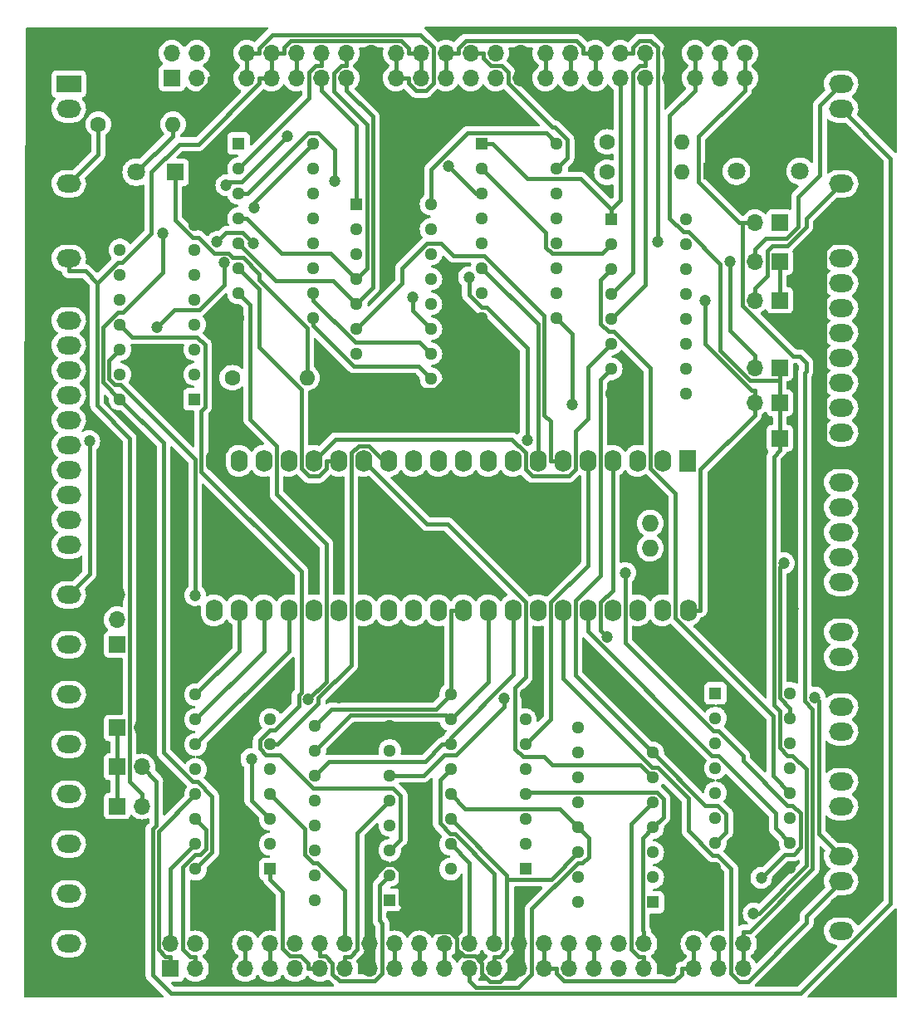
<source format=gtl>
G04 #@! TF.GenerationSoftware,KiCad,Pcbnew,7.0.11-7.0.11~ubuntu22.04.1*
G04 #@! TF.CreationDate,2024-07-25T22:33:36-03:00*
G04 #@! TF.ProjectId,Demux_V02,44656d75-785f-4563-9032-2e6b69636164,v04*
G04 #@! TF.SameCoordinates,Original*
G04 #@! TF.FileFunction,Copper,L1,Top*
G04 #@! TF.FilePolarity,Positive*
%FSLAX46Y46*%
G04 Gerber Fmt 4.6, Leading zero omitted, Abs format (unit mm)*
G04 Created by KiCad (PCBNEW 7.0.11-7.0.11~ubuntu22.04.1) date 2024-07-25 22:33:36*
%MOMM*%
%LPD*%
G01*
G04 APERTURE LIST*
G04 #@! TA.AperFunction,ComponentPad*
%ADD10R,1.295400X1.295400*%
G04 #@! TD*
G04 #@! TA.AperFunction,ComponentPad*
%ADD11C,1.295400*%
G04 #@! TD*
G04 #@! TA.AperFunction,ComponentPad*
%ADD12R,1.700000X1.700000*%
G04 #@! TD*
G04 #@! TA.AperFunction,ComponentPad*
%ADD13O,1.700000X1.700000*%
G04 #@! TD*
G04 #@! TA.AperFunction,ComponentPad*
%ADD14O,2.500000X1.800000*%
G04 #@! TD*
G04 #@! TA.AperFunction,ComponentPad*
%ADD15C,1.600000*%
G04 #@! TD*
G04 #@! TA.AperFunction,ComponentPad*
%ADD16O,1.600000X1.600000*%
G04 #@! TD*
G04 #@! TA.AperFunction,ComponentPad*
%ADD17R,2.500000X1.800000*%
G04 #@! TD*
G04 #@! TA.AperFunction,ComponentPad*
%ADD18R,1.800000X1.800000*%
G04 #@! TD*
G04 #@! TA.AperFunction,ComponentPad*
%ADD19C,1.800000*%
G04 #@! TD*
G04 #@! TA.AperFunction,ComponentPad*
%ADD20R,1.727200X2.250000*%
G04 #@! TD*
G04 #@! TA.AperFunction,ComponentPad*
%ADD21O,1.727200X2.250000*%
G04 #@! TD*
G04 #@! TA.AperFunction,ComponentPad*
%ADD22O,1.727200X1.727200*%
G04 #@! TD*
G04 #@! TA.AperFunction,ViaPad*
%ADD23C,1.200000*%
G04 #@! TD*
G04 #@! TA.AperFunction,Conductor*
%ADD24C,0.400000*%
G04 #@! TD*
G04 APERTURE END LIST*
D10*
X160380000Y-70160000D03*
D11*
X160380000Y-72700000D03*
X160380000Y-75240000D03*
X160380000Y-77780000D03*
X160380000Y-80320000D03*
X160380000Y-82860000D03*
X160380000Y-85400000D03*
X160380000Y-87940000D03*
X168000000Y-87940000D03*
X168000000Y-85400000D03*
X168000000Y-82860000D03*
X168000000Y-80320000D03*
X168000000Y-77780000D03*
X168000000Y-75240000D03*
X168000000Y-72700000D03*
X168000000Y-70160000D03*
D12*
X110000000Y-125962900D03*
D13*
X112540000Y-125962900D03*
D12*
X110000000Y-129962900D03*
D13*
X112540000Y-129962900D03*
D10*
X117910000Y-88490000D03*
D11*
X117910000Y-85950000D03*
X117910000Y-83410000D03*
X117910000Y-80870000D03*
X117910000Y-78330000D03*
X117910000Y-75790000D03*
X117910000Y-73250000D03*
X117910000Y-70710000D03*
X110290000Y-70710000D03*
X110290000Y-73250000D03*
X110290000Y-75790000D03*
X110290000Y-78330000D03*
X110290000Y-80870000D03*
X110290000Y-83410000D03*
X110290000Y-85950000D03*
X110290000Y-88490000D03*
D12*
X115580000Y-55740000D03*
D13*
X118120000Y-55740000D03*
X120660000Y-55740000D03*
X123200000Y-55740000D03*
X125740000Y-55740000D03*
X128280000Y-55740000D03*
X130820000Y-55740000D03*
X133360000Y-55740000D03*
X135900000Y-55740000D03*
X138440000Y-55740000D03*
X140980000Y-55740000D03*
X143520000Y-55740000D03*
X146060000Y-55740000D03*
X148600000Y-55740000D03*
X151140000Y-55740000D03*
X153680000Y-55740000D03*
X156220000Y-55740000D03*
X158760000Y-55740000D03*
X161300000Y-55740000D03*
X163840000Y-55740000D03*
X166380000Y-55740000D03*
X168920000Y-55740000D03*
X171460000Y-55740000D03*
X174000000Y-55740000D03*
X115580000Y-53200000D03*
X118120000Y-53200000D03*
X120660000Y-53200000D03*
X123200000Y-53200000D03*
X125740000Y-53200000D03*
X128280000Y-53200000D03*
X130820000Y-53200000D03*
X133360000Y-53200000D03*
X135900000Y-53200000D03*
X138440000Y-53200000D03*
X140980000Y-53200000D03*
X143520000Y-53200000D03*
X146060000Y-53200000D03*
X148600000Y-53200000D03*
X151140000Y-53200000D03*
X153680000Y-53200000D03*
X156220000Y-53200000D03*
X158760000Y-53200000D03*
X161300000Y-53200000D03*
X163840000Y-53200000D03*
X166380000Y-53200000D03*
X168920000Y-53200000D03*
X171460000Y-53200000D03*
X174000000Y-53200000D03*
D12*
X177550000Y-85262900D03*
D13*
X175010000Y-85262900D03*
D12*
X115460000Y-146540000D03*
D13*
X118000000Y-146540000D03*
X120540000Y-146540000D03*
X123080000Y-146540000D03*
X125620000Y-146540000D03*
X128160000Y-146540000D03*
X130700000Y-146540000D03*
X133240000Y-146540000D03*
X135780000Y-146540000D03*
X138320000Y-146540000D03*
X140860000Y-146540000D03*
X143400000Y-146540000D03*
X145940000Y-146540000D03*
X148480000Y-146540000D03*
X151020000Y-146540000D03*
X153560000Y-146540000D03*
X156100000Y-146540000D03*
X158640000Y-146540000D03*
X161180000Y-146540000D03*
X163720000Y-146540000D03*
X166260000Y-146540000D03*
X168800000Y-146540000D03*
X171340000Y-146540000D03*
X173880000Y-146540000D03*
X115460000Y-144000000D03*
X118000000Y-144000000D03*
X120540000Y-144000000D03*
X123080000Y-144000000D03*
X125620000Y-144000000D03*
X128160000Y-144000000D03*
X130700000Y-144000000D03*
X133240000Y-144000000D03*
X135780000Y-144000000D03*
X138320000Y-144000000D03*
X140860000Y-144000000D03*
X143400000Y-144000000D03*
X145940000Y-144000000D03*
X148480000Y-144000000D03*
X151020000Y-144000000D03*
X153560000Y-144000000D03*
X156100000Y-144000000D03*
X158640000Y-144000000D03*
X161180000Y-144000000D03*
X163720000Y-144000000D03*
X166260000Y-144000000D03*
X168800000Y-144000000D03*
X171340000Y-144000000D03*
X173880000Y-144000000D03*
D12*
X177569300Y-78400000D03*
D13*
X175029300Y-78400000D03*
D14*
X183820000Y-56350000D03*
X183820000Y-58890000D03*
X183820000Y-61430000D03*
X183820000Y-63970000D03*
X183820000Y-66510000D03*
X183820000Y-69050000D03*
X183820000Y-71590000D03*
X183820000Y-74130000D03*
X183820000Y-76670000D03*
X183820000Y-79210000D03*
X183820000Y-81750000D03*
X183820000Y-84290000D03*
X183820000Y-86830000D03*
X183820000Y-89370000D03*
X183820000Y-91910000D03*
X183820000Y-94450000D03*
X183820000Y-96990000D03*
X183820000Y-99530000D03*
X183820000Y-102070000D03*
X183820000Y-104610000D03*
X183820000Y-107150000D03*
X183820000Y-109690000D03*
X183820000Y-112230000D03*
X183820000Y-114770000D03*
X183820000Y-117310000D03*
X183820000Y-119850000D03*
X183820000Y-122390000D03*
X183820000Y-124930000D03*
X183820000Y-127470000D03*
X183820000Y-130010000D03*
X183820000Y-132550000D03*
X183820000Y-135090000D03*
X183820000Y-137630000D03*
X183820000Y-140170000D03*
X183820000Y-142710000D03*
D15*
X159940000Y-65350000D03*
D16*
X167560000Y-65350000D03*
D10*
X134380000Y-68610000D03*
D11*
X134380000Y-71150000D03*
X134380000Y-73690000D03*
X134380000Y-76230000D03*
X134380000Y-78770000D03*
X134380000Y-81310000D03*
X134380000Y-83850000D03*
X134380000Y-86390000D03*
X142000000Y-86390000D03*
X142000000Y-83850000D03*
X142000000Y-81310000D03*
X142000000Y-78770000D03*
X142000000Y-76230000D03*
X142000000Y-73690000D03*
X142000000Y-71150000D03*
X142000000Y-68610000D03*
D10*
X122380000Y-62420000D03*
D11*
X122380000Y-64960000D03*
X122380000Y-67500000D03*
X122380000Y-70040000D03*
X122380000Y-72580000D03*
X122380000Y-75120000D03*
X122380000Y-77660000D03*
X122380000Y-80200000D03*
X130000000Y-80200000D03*
X130000000Y-77660000D03*
X130000000Y-75120000D03*
X130000000Y-72580000D03*
X130000000Y-70040000D03*
X130000000Y-67500000D03*
X130000000Y-64960000D03*
X130000000Y-62420000D03*
D12*
X177550000Y-74462900D03*
D13*
X175010000Y-74462900D03*
D10*
X171000000Y-118460000D03*
D11*
X171000000Y-121000000D03*
X171000000Y-123540000D03*
X171000000Y-126080000D03*
X171000000Y-128620000D03*
X171000000Y-131160000D03*
X171000000Y-133700000D03*
X171000000Y-136240000D03*
X178620000Y-136240000D03*
X178620000Y-133700000D03*
X178620000Y-131160000D03*
X178620000Y-128620000D03*
X178620000Y-126080000D03*
X178620000Y-123540000D03*
X178620000Y-121000000D03*
X178620000Y-118460000D03*
D12*
X110000000Y-113500000D03*
D13*
X110000000Y-110960000D03*
X110000000Y-108420000D03*
D10*
X151620000Y-136390000D03*
D11*
X151620000Y-133850000D03*
X151620000Y-131310000D03*
X151620000Y-128770000D03*
X151620000Y-126230000D03*
X151620000Y-123690000D03*
X151620000Y-121150000D03*
X151620000Y-118610000D03*
X144000000Y-118610000D03*
X144000000Y-121150000D03*
X144000000Y-123690000D03*
X144000000Y-126230000D03*
X144000000Y-128770000D03*
X144000000Y-131310000D03*
X144000000Y-133850000D03*
X144000000Y-136390000D03*
D12*
X110000000Y-122000000D03*
D13*
X112540000Y-122000000D03*
D17*
X105080000Y-56350000D03*
D14*
X105080000Y-58890000D03*
X105080000Y-61430000D03*
X105080000Y-63970000D03*
X105080000Y-66510000D03*
X105080000Y-69050000D03*
X105080000Y-71590000D03*
X105080000Y-74130000D03*
X105080000Y-80480000D03*
X105080000Y-83020000D03*
X105080000Y-85560000D03*
X105080000Y-88100000D03*
X105080000Y-90640000D03*
X105080000Y-93180000D03*
X105080000Y-95720000D03*
X105080000Y-98260000D03*
X105080000Y-100800000D03*
X105080000Y-103340000D03*
X105080000Y-105880000D03*
X105080000Y-108420000D03*
X105080000Y-110960000D03*
X105080000Y-113500000D03*
X105080000Y-116040000D03*
X105080000Y-118580000D03*
X105080000Y-121120000D03*
X105080000Y-123660000D03*
X105080000Y-126200000D03*
X105080000Y-128740000D03*
X105080000Y-131280000D03*
X105080000Y-133820000D03*
X105080000Y-136360000D03*
X105080000Y-138900000D03*
X105080000Y-141440000D03*
X105080000Y-143980000D03*
X105080000Y-146520000D03*
D15*
X121740000Y-86300000D03*
D16*
X129360000Y-86300000D03*
D18*
X170610000Y-65250000D03*
D19*
X173150000Y-65250000D03*
D18*
X109410000Y-65350000D03*
D19*
X111950000Y-65350000D03*
D18*
X115925000Y-65350000D03*
D19*
X118465000Y-65350000D03*
D15*
X159940000Y-62250000D03*
D16*
X167560000Y-62250000D03*
D15*
X108090000Y-60450000D03*
D16*
X115710000Y-60450000D03*
D10*
X164620000Y-139780000D03*
D11*
X164620000Y-137240000D03*
X164620000Y-134700000D03*
X164620000Y-132160000D03*
X164620000Y-129620000D03*
X164620000Y-127080000D03*
X164620000Y-124540000D03*
X164620000Y-122000000D03*
X157000000Y-122000000D03*
X157000000Y-124540000D03*
X157000000Y-127080000D03*
X157000000Y-129620000D03*
X157000000Y-132160000D03*
X157000000Y-134700000D03*
X157000000Y-137240000D03*
X157000000Y-139780000D03*
D10*
X147190000Y-62420000D03*
D11*
X147190000Y-64960000D03*
X147190000Y-67500000D03*
X147190000Y-70040000D03*
X147190000Y-72580000D03*
X147190000Y-75120000D03*
X147190000Y-77660000D03*
X147190000Y-80200000D03*
X154810000Y-80200000D03*
X154810000Y-77660000D03*
X154810000Y-75120000D03*
X154810000Y-72580000D03*
X154810000Y-70040000D03*
X154810000Y-67500000D03*
X154810000Y-64960000D03*
X154810000Y-62420000D03*
D12*
X177550000Y-88862900D03*
D13*
X175010000Y-88862900D03*
D20*
X168160800Y-94760000D03*
D21*
X165620800Y-94760000D03*
X163080800Y-94760000D03*
X160540800Y-94760000D03*
X158000800Y-94760000D03*
X155460800Y-94760000D03*
X152920800Y-94760000D03*
X150380800Y-94760000D03*
X147840800Y-94760000D03*
X145300800Y-94760000D03*
X142760800Y-94760000D03*
X140220800Y-94760000D03*
X137680800Y-94760000D03*
X135140800Y-94760000D03*
X132600800Y-94760000D03*
X130060800Y-94760000D03*
X127520800Y-94760000D03*
X124980800Y-94760000D03*
X122440800Y-94760000D03*
X119900800Y-94760000D03*
X119900800Y-110000000D03*
X122440800Y-110000000D03*
X124980800Y-110000000D03*
X127520800Y-110000000D03*
X130060800Y-110000000D03*
X132600800Y-110000000D03*
X135140800Y-110000000D03*
X137680800Y-110000000D03*
X140220800Y-110000000D03*
X142760800Y-110000000D03*
X145300800Y-110000000D03*
X147840800Y-110000000D03*
X150380800Y-110000000D03*
X152920800Y-110000000D03*
X155460800Y-110000000D03*
X158000800Y-110000000D03*
X160540800Y-110000000D03*
X163080800Y-110000000D03*
X165620800Y-110000000D03*
X168211600Y-110000000D03*
D22*
X164350800Y-103660000D03*
X164350800Y-101120000D03*
D12*
X177550000Y-70500000D03*
D13*
X175010000Y-70500000D03*
D18*
X177100000Y-65250000D03*
D19*
X179640000Y-65250000D03*
D12*
X177550000Y-92462900D03*
D13*
X175010000Y-92462900D03*
D10*
X137810000Y-139540000D03*
D11*
X137810000Y-137000000D03*
X137810000Y-134460000D03*
X137810000Y-131920000D03*
X137810000Y-129380000D03*
X137810000Y-126840000D03*
X137810000Y-124300000D03*
X137810000Y-121760000D03*
X130190000Y-121760000D03*
X130190000Y-124300000D03*
X130190000Y-126840000D03*
X130190000Y-129380000D03*
X130190000Y-131920000D03*
X130190000Y-134460000D03*
X130190000Y-137000000D03*
X130190000Y-139540000D03*
D10*
X125620000Y-136390000D03*
D11*
X125620000Y-133850000D03*
X125620000Y-131310000D03*
X125620000Y-128770000D03*
X125620000Y-126230000D03*
X125620000Y-123690000D03*
X125620000Y-121150000D03*
X125620000Y-118610000D03*
X118000000Y-118610000D03*
X118000000Y-121150000D03*
X118000000Y-123690000D03*
X118000000Y-126230000D03*
X118000000Y-128770000D03*
X118000000Y-131310000D03*
X118000000Y-133850000D03*
X118000000Y-136390000D03*
D23*
X114300000Y-88646000D03*
X177800000Y-141986000D03*
X144018000Y-139446000D03*
X140716000Y-114808000D03*
X132588000Y-118872000D03*
X186690000Y-147320000D03*
X172498300Y-74462900D03*
X169972100Y-78400000D03*
X174550000Y-133700000D03*
X131600000Y-100300000D03*
X152850000Y-100000000D03*
X174500000Y-130650000D03*
X122100000Y-103400000D03*
X135950000Y-105700000D03*
X140950000Y-134850000D03*
X163300000Y-98000000D03*
X116350000Y-115750000D03*
X168100000Y-116500000D03*
X178900000Y-109850000D03*
X145350000Y-105750000D03*
X107167600Y-92752700D03*
X181137100Y-118880500D03*
X161810800Y-106190000D03*
X175670700Y-137282800D03*
X174889300Y-140901000D03*
X123943400Y-68989100D03*
X114628800Y-71590500D03*
X129512000Y-119086100D03*
X159997600Y-112736800D03*
X149416000Y-118960900D03*
X123683800Y-125154100D03*
X117951500Y-108477300D03*
X114090100Y-81109300D03*
X120184400Y-72460700D03*
X120900400Y-74574200D03*
X123851500Y-72567100D03*
X156402900Y-89049100D03*
X140108700Y-78141200D03*
X145866000Y-76036000D03*
X151798600Y-92661200D03*
X132186400Y-66230000D03*
X177986600Y-105189600D03*
X165091900Y-72441700D03*
X143799800Y-64697800D03*
X121129400Y-66673000D03*
X127359600Y-61688700D03*
D24*
X147210000Y-145973900D02*
X147210000Y-147044500D01*
X150286900Y-146540000D02*
X151020000Y-146540000D01*
X145373900Y-145270000D02*
X146506100Y-145270000D01*
X143917767Y-142750000D02*
X144670000Y-143502233D01*
X146506100Y-145270000D02*
X147210000Y-145973900D01*
X144670000Y-144566100D02*
X145373900Y-145270000D01*
X144670000Y-143502233D02*
X144670000Y-144566100D01*
X148994000Y-147832900D02*
X150286900Y-146540000D01*
X138857700Y-139873700D02*
X141734000Y-142750000D01*
X138857700Y-136566028D02*
X138857700Y-139873700D01*
X138211572Y-135919900D02*
X138857700Y-136566028D01*
X135780000Y-137470900D02*
X137331000Y-135919900D01*
X137331000Y-135919900D02*
X138211572Y-135919900D01*
X141734000Y-142750000D02*
X143917767Y-142750000D01*
X135780000Y-144000000D02*
X135780000Y-137470900D01*
X147210000Y-147044500D02*
X147998400Y-147832900D01*
X147998400Y-147832900D02*
X148994000Y-147832900D01*
X125620000Y-123690000D02*
X126322314Y-123690000D01*
X126322314Y-123690000D02*
X130512000Y-119500314D01*
X130512000Y-119500314D02*
X130512000Y-118934628D01*
X130512000Y-118934628D02*
X133870800Y-115575828D01*
X133870800Y-115575828D02*
X133870800Y-93974000D01*
X133870800Y-93974000D02*
X134621900Y-93222900D01*
X134621900Y-93222900D02*
X135669100Y-93222900D01*
X135669100Y-93222900D02*
X137206200Y-94760000D01*
X137206200Y-94760000D02*
X137680800Y-94760000D01*
X130190000Y-121760000D02*
X131848300Y-120101700D01*
X131848300Y-120101700D02*
X142508300Y-120101700D01*
X142508300Y-120101700D02*
X144000000Y-118610000D01*
X158640000Y-144000000D02*
X158640000Y-146540000D01*
X143400000Y-144000000D02*
X143400000Y-146540000D01*
X173880000Y-144000000D02*
X173880000Y-142748100D01*
X180116500Y-119276800D02*
X180116500Y-85793800D01*
X175010000Y-70500000D02*
X173757000Y-70500000D01*
X169286000Y-61705900D02*
X174000000Y-56991900D01*
X128280000Y-53200000D02*
X128280000Y-55740000D01*
X173880000Y-144000000D02*
X173880000Y-146540000D01*
X180116500Y-85793800D02*
X180256700Y-85653600D01*
X174000000Y-53200000D02*
X174000000Y-55740000D01*
X143520000Y-53200000D02*
X143520000Y-55740000D01*
X145523200Y-51929900D02*
X144771900Y-52681200D01*
X174000000Y-55740000D02*
X174000000Y-56991900D01*
X143520000Y-53200000D02*
X144771900Y-53200000D01*
X180256700Y-84759600D02*
X179593600Y-84096500D01*
X173880000Y-142748100D02*
X174518300Y-142748100D01*
X157508100Y-53200000D02*
X157508100Y-52652300D01*
X157508100Y-52652300D02*
X156785700Y-51929900D01*
X180256700Y-85653600D02*
X180256700Y-84759600D01*
X144771900Y-52681200D02*
X144771900Y-53200000D01*
X105080000Y-66510000D02*
X108090000Y-63500000D01*
X180902300Y-120062600D02*
X180116500Y-119276800D01*
X169286000Y-66364400D02*
X169286000Y-61705900D01*
X179593600Y-84096500D02*
X178944300Y-84096500D01*
X108090000Y-63500000D02*
X108090000Y-60450000D01*
X174518300Y-142748100D02*
X180902300Y-136364100D01*
X173421600Y-70500000D02*
X169286000Y-66364400D01*
X156785700Y-51929900D02*
X145523200Y-51929900D01*
X178944300Y-84096500D02*
X173757000Y-78909200D01*
X173757000Y-70500000D02*
X173421600Y-70500000D01*
X173757000Y-78909200D02*
X173757000Y-70500000D01*
X158760000Y-53200000D02*
X157508100Y-53200000D01*
X180902300Y-136364100D02*
X180902300Y-120062600D01*
X158760000Y-55740000D02*
X158760000Y-53200000D01*
X118285300Y-62490500D02*
X116341500Y-62490500D01*
X125620000Y-144000000D02*
X125620000Y-146540000D01*
X124488100Y-56287700D02*
X118285300Y-62490500D01*
X140860000Y-144000000D02*
X140860000Y-146540000D01*
X126991900Y-53200000D02*
X126991900Y-52652300D01*
X105080000Y-74130000D02*
X105080000Y-75431900D01*
X112540000Y-129962900D02*
X112540000Y-128711000D01*
X107946700Y-76625600D02*
X107946700Y-89130700D01*
X156220000Y-53200000D02*
X156220000Y-55740000D01*
X125740000Y-53200000D02*
X126991900Y-53200000D01*
X124488100Y-55740000D02*
X124488100Y-56287700D01*
X140980000Y-53200000D02*
X139728100Y-53200000D01*
X139728100Y-52681200D02*
X139728100Y-53200000D01*
X106753000Y-75431900D02*
X107946700Y-76625600D01*
X105080000Y-75431900D02*
X106753000Y-75431900D01*
X113474800Y-65357200D02*
X113474800Y-71595100D01*
X110549900Y-74520000D02*
X110052300Y-74520000D01*
X111288100Y-127459100D02*
X112540000Y-128711000D01*
X113474800Y-71595100D02*
X110549900Y-74520000D01*
X156100000Y-144000000D02*
X156100000Y-146540000D01*
X107946700Y-89130700D02*
X111288100Y-92472100D01*
X171340000Y-144000000D02*
X171340000Y-146540000D01*
X127709400Y-51934800D02*
X138981700Y-51934800D01*
X116341500Y-62490500D02*
X113474800Y-65357200D01*
X126991900Y-52652300D02*
X127709400Y-51934800D01*
X125740000Y-53200000D02*
X125740000Y-55740000D01*
X111288100Y-92472100D02*
X111288100Y-127459100D01*
X138981700Y-51934800D02*
X139728100Y-52681200D01*
X125740000Y-55740000D02*
X124488100Y-55740000D01*
X110052300Y-74520000D02*
X107946700Y-76625600D01*
X171460000Y-53200000D02*
X171460000Y-55740000D01*
X140980000Y-53200000D02*
X140980000Y-55740000D01*
X176154100Y-72066900D02*
X178263100Y-72066900D01*
X175010000Y-74462900D02*
X175010000Y-73211000D01*
X181656200Y-58513800D02*
X183820000Y-56350000D01*
X179427700Y-70902300D02*
X179427700Y-67877900D01*
X179427700Y-67877900D02*
X181656200Y-65649400D01*
X181656200Y-65649400D02*
X181656200Y-58513800D01*
X175010000Y-85262900D02*
X175010000Y-84011000D01*
X172498300Y-81499300D02*
X172498300Y-74462900D01*
X175010000Y-73211000D02*
X176154100Y-72066900D01*
X178263100Y-72066900D02*
X179427700Y-70902300D01*
X175010000Y-84011000D02*
X172498300Y-81499300D01*
X114000000Y-131921472D02*
X114000000Y-127422900D01*
X188850000Y-139868478D02*
X179654478Y-149064000D01*
X113608100Y-132313372D02*
X114000000Y-131921472D01*
X179654478Y-149064000D02*
X115484000Y-149064000D01*
X183820000Y-58890000D02*
X188850000Y-63920000D01*
X115484000Y-149064000D02*
X113608100Y-147188100D01*
X113608100Y-147188100D02*
X113608100Y-132313372D01*
X188850000Y-63920000D02*
X188850000Y-139868478D01*
X114000000Y-127422900D02*
X112540000Y-125962900D01*
X175010000Y-88862900D02*
X175010000Y-87611000D01*
X176280000Y-75897400D02*
X176280000Y-73387800D01*
X176280000Y-73387800D02*
X176786900Y-72880900D01*
X175010000Y-89488800D02*
X175010000Y-88862900D01*
X175010000Y-89488800D02*
X175010000Y-90114800D01*
X175029300Y-77774000D02*
X175029300Y-78400000D01*
X175029300Y-77774000D02*
X175029300Y-77148100D01*
X174718200Y-87611000D02*
X169972100Y-82864900D01*
X169477100Y-110000000D02*
X169477100Y-95647700D01*
X180241900Y-70088100D02*
X183820000Y-66510000D01*
X169972100Y-82864900D02*
X169972100Y-78400000D01*
X168211600Y-110000000D02*
X169477100Y-110000000D01*
X175010000Y-87611000D02*
X174718200Y-87611000D01*
X169477100Y-95647700D02*
X175010000Y-90114800D01*
X176786900Y-72880900D02*
X178300200Y-72880900D01*
X178300200Y-72880900D02*
X180241900Y-70939200D01*
X175029300Y-77148100D02*
X176280000Y-75897400D01*
X180241900Y-70939200D02*
X180241900Y-70088100D01*
X151020000Y-146540000D02*
X151020000Y-144000000D01*
X117910000Y-65905000D02*
X118465000Y-65350000D01*
X142410000Y-87502800D02*
X135492800Y-87502800D01*
X151140000Y-53200000D02*
X151140000Y-55740000D01*
X135900000Y-53200000D02*
X135900000Y-55740000D01*
X119900800Y-82679200D02*
X122380000Y-80200000D01*
X119900800Y-94760000D02*
X119900800Y-82679200D01*
X147190000Y-82722800D02*
X142410000Y-87502800D01*
X116029700Y-57428400D02*
X118238500Y-57428400D01*
X166260000Y-140980000D02*
X171000000Y-136240000D01*
X119408100Y-56258800D02*
X119408100Y-55740000D01*
X120660000Y-55740000D02*
X119408100Y-55740000D01*
X109410000Y-69830000D02*
X109410000Y-65350000D01*
X166260000Y-144000000D02*
X166260000Y-140980000D01*
X147190000Y-80200000D02*
X147190000Y-82722800D01*
X109410000Y-65350000D02*
X109410000Y-64048100D01*
X110290000Y-70710000D02*
X109410000Y-69830000D01*
X135780000Y-146540000D02*
X135780000Y-144000000D01*
X120540000Y-144000000D02*
X120540000Y-146540000D01*
X182145800Y-73264200D02*
X183820000Y-71590000D01*
X109410000Y-64048100D02*
X116029700Y-57428400D01*
X182145800Y-92775800D02*
X182145800Y-73264200D01*
X117910000Y-70710000D02*
X117910000Y-65905000D01*
X166380000Y-53200000D02*
X166380000Y-55740000D01*
X183820000Y-71590000D02*
X183820000Y-69050000D01*
X183820000Y-63970000D02*
X183820000Y-61430000D01*
X120660000Y-55740000D02*
X120660000Y-53200000D01*
X135492800Y-87502800D02*
X134380000Y-86390000D01*
X118238500Y-57428400D02*
X119408100Y-56258800D01*
X183820000Y-94450000D02*
X182145800Y-92775800D01*
X166260000Y-146540000D02*
X166260000Y-144000000D01*
X107167600Y-92752700D02*
X107167600Y-106332400D01*
X107167600Y-106332400D02*
X105080000Y-108420000D01*
X183820000Y-135090000D02*
X181504200Y-132774200D01*
X181504200Y-119247600D02*
X181137100Y-118880500D01*
X181504200Y-132774200D02*
X181504200Y-119247600D01*
X165083600Y-126030400D02*
X168251000Y-129197800D01*
X172609900Y-136360900D02*
X172609900Y-147053300D01*
X173401000Y-147844400D02*
X174346100Y-147844400D01*
X180298900Y-141151100D02*
X183820000Y-137630000D01*
X155460800Y-110000000D02*
X155460800Y-116921700D01*
X168251000Y-132499500D02*
X170721500Y-134970000D01*
X168251000Y-129197800D02*
X168251000Y-132499500D01*
X171219000Y-134970000D02*
X172609900Y-136360900D01*
X164569500Y-126030400D02*
X165083600Y-126030400D01*
X170721500Y-134970000D02*
X171219000Y-134970000D01*
X174346100Y-147844400D02*
X180298900Y-141891600D01*
X172609900Y-147053300D02*
X173401000Y-147844400D01*
X180298900Y-141891600D02*
X180298900Y-141151100D01*
X155460800Y-116921700D02*
X164569500Y-126030400D01*
X173847000Y-124823200D02*
X173847000Y-125377300D01*
X179698500Y-134169400D02*
X178989200Y-134878700D01*
X178074800Y-134878700D02*
X175670700Y-137282800D01*
X170783700Y-122270000D02*
X171293800Y-122270000D01*
X173847000Y-125377300D02*
X178359700Y-129890000D01*
X161810800Y-106190000D02*
X161810800Y-113297100D01*
X179698500Y-130712300D02*
X179698500Y-134169400D01*
X171293800Y-122270000D02*
X173847000Y-124823200D01*
X178989200Y-134878700D02*
X178074800Y-134878700D01*
X178359700Y-129890000D02*
X178876200Y-129890000D01*
X161810800Y-113297100D02*
X170783700Y-122270000D01*
X178876200Y-129890000D02*
X179698500Y-130712300D01*
X177550000Y-92462900D02*
X177550000Y-93714800D01*
X138440000Y-55740000D02*
X139691900Y-55740000D01*
X177550000Y-88862900D02*
X177550000Y-92462900D01*
X123200000Y-53200000D02*
X124451900Y-53200000D01*
X167548100Y-147087700D02*
X166841800Y-147794000D01*
X166841800Y-147794000D02*
X155547100Y-147794000D01*
X177550000Y-93714800D02*
X176947900Y-94316900D01*
X168920000Y-53200000D02*
X168920000Y-55740000D01*
X168225600Y-71430000D02*
X167748000Y-71430000D01*
X174547100Y-86586600D02*
X171496400Y-83535900D01*
X155547100Y-147794000D02*
X154811900Y-147058800D01*
X177550000Y-86586600D02*
X177550000Y-85262900D01*
X166334100Y-59577800D02*
X168920000Y-56991900D01*
X123080000Y-144000000D02*
X123080000Y-146540000D01*
X177550000Y-88862900D02*
X177550000Y-86586600D01*
X140937500Y-51311400D02*
X125821700Y-51311400D01*
X175444900Y-140901000D02*
X174889300Y-140901000D01*
X166334100Y-70016100D02*
X166334100Y-59577800D01*
X123200000Y-53200000D02*
X123200000Y-55740000D01*
X140451900Y-57047700D02*
X141475700Y-57047700D01*
X171496400Y-83535900D02*
X171496400Y-74700800D01*
X138440000Y-53200000D02*
X138440000Y-55740000D01*
X168800000Y-146540000D02*
X167548100Y-146540000D01*
X124451900Y-52681200D02*
X124451900Y-53200000D01*
X171496400Y-74700800D02*
X168225600Y-71430000D01*
X176947900Y-119657400D02*
X177550000Y-120259500D01*
X180300400Y-136045500D02*
X175444900Y-140901000D01*
X154811900Y-147058800D02*
X154811900Y-146540000D01*
X168920000Y-55740000D02*
X168920000Y-56991900D01*
X178876200Y-124810000D02*
X180300400Y-126234200D01*
X153560000Y-144000000D02*
X153560000Y-146540000D01*
X142242700Y-52616600D02*
X140937500Y-51311400D01*
X180300400Y-126234200D02*
X180300400Y-136045500D01*
X138320000Y-144000000D02*
X138320000Y-146540000D01*
X142242700Y-56280700D02*
X142242700Y-52616600D01*
X177550000Y-124030200D02*
X178329800Y-124810000D01*
X167748000Y-71430000D02*
X166334100Y-70016100D01*
X178329800Y-124810000D02*
X178876200Y-124810000D01*
X139691900Y-55740000D02*
X139691900Y-56287700D01*
X167548100Y-146540000D02*
X167548100Y-147087700D01*
X177550000Y-120259500D02*
X177550000Y-124030200D01*
X168800000Y-146540000D02*
X168800000Y-144000000D01*
X177550000Y-86586600D02*
X174547100Y-86586600D01*
X153560000Y-146540000D02*
X154811900Y-146540000D01*
X141475700Y-57047700D02*
X142242700Y-56280700D01*
X176947900Y-94316900D02*
X176947900Y-119657400D01*
X139691900Y-56287700D02*
X140451900Y-57047700D01*
X125821700Y-51311400D02*
X124451900Y-52681200D01*
X153680000Y-53200000D02*
X153680000Y-55740000D01*
X110290000Y-88490000D02*
X108551300Y-86751300D01*
X154810000Y-62420000D02*
X153736200Y-61346200D01*
X110290000Y-88490000D02*
X114730900Y-92930900D01*
X108551300Y-81122200D02*
X110073500Y-79600000D01*
X142000000Y-65080800D02*
X142000000Y-68610000D01*
X114628800Y-75579300D02*
X114628800Y-71590500D01*
X153736200Y-61346200D02*
X145734600Y-61346200D01*
X118217000Y-127500000D02*
X119695600Y-128978600D01*
X114730900Y-92930900D02*
X114730900Y-124486700D01*
X130000000Y-62420000D02*
X123943400Y-68476600D01*
X177550000Y-74462900D02*
X177550000Y-75714800D01*
X117744200Y-127500000D02*
X118217000Y-127500000D01*
X145734600Y-61346200D02*
X142000000Y-65080800D01*
X177569300Y-75734100D02*
X177569300Y-78400000D01*
X119695600Y-128978600D02*
X119695600Y-134694400D01*
X177550000Y-75714800D02*
X177569300Y-75734100D01*
X119695600Y-134694400D02*
X118000000Y-136390000D01*
X110073500Y-79600000D02*
X110608100Y-79600000D01*
X114730900Y-124486700D02*
X117744200Y-127500000D01*
X123943400Y-68476600D02*
X123943400Y-68989100D01*
X110608100Y-79600000D02*
X114628800Y-75579300D01*
X108551300Y-86751300D02*
X108551300Y-81122200D01*
X172102100Y-130752700D02*
X171239400Y-129890000D01*
X126250800Y-93234600D02*
X123571800Y-90555600D01*
X159270700Y-86509300D02*
X159270700Y-106484600D01*
X160380000Y-85400000D02*
X159270700Y-86509300D01*
X123571800Y-78851800D02*
X122380000Y-77660000D01*
X171239400Y-129890000D02*
X169970000Y-129890000D01*
X126250800Y-98174600D02*
X126250800Y-93234600D01*
X131330700Y-117267400D02*
X131330700Y-103254500D01*
X110000000Y-129962900D02*
X110000000Y-125962900D01*
X110000000Y-122000000D02*
X110000000Y-125962900D01*
X156730800Y-116650800D02*
X164620000Y-124540000D01*
X171000000Y-133700000D02*
X172102100Y-132597900D01*
X131330700Y-103254500D02*
X126250800Y-98174600D01*
X169970000Y-129890000D02*
X164620000Y-124540000D01*
X159270700Y-106484600D02*
X156730800Y-109024500D01*
X129512000Y-119086100D02*
X131330700Y-117267400D01*
X172102100Y-132597900D02*
X172102100Y-130752700D01*
X123571800Y-90555600D02*
X123571800Y-78851800D01*
X156730800Y-109024500D02*
X156730800Y-116650800D01*
X115460000Y-146540000D02*
X115460000Y-145288100D01*
X114208100Y-144584000D02*
X114208100Y-132561900D01*
X114208100Y-132561900D02*
X118000000Y-128770000D01*
X115460000Y-145288100D02*
X114912200Y-145288100D01*
X114912200Y-145288100D02*
X114208100Y-144584000D01*
X117983000Y-134899600D02*
X118507800Y-134899600D01*
X117452300Y-145288100D02*
X116730000Y-144565800D01*
X116730000Y-144565800D02*
X116730000Y-136152600D01*
X119093700Y-132403700D02*
X118000000Y-131310000D01*
X116730000Y-136152600D02*
X117983000Y-134899600D01*
X118507800Y-134899600D02*
X119093700Y-134313700D01*
X118000000Y-146540000D02*
X118000000Y-145288100D01*
X118000000Y-145288100D02*
X117452300Y-145288100D01*
X119093700Y-134313700D02*
X119093700Y-132403700D01*
X118000000Y-133850000D02*
X115460000Y-136390000D01*
X115460000Y-136390000D02*
X115460000Y-144000000D01*
X126890000Y-138709600D02*
X126890000Y-144505600D01*
X129448100Y-146021200D02*
X129448100Y-146540000D01*
X127654400Y-145270000D02*
X128696900Y-145270000D01*
X130700000Y-146540000D02*
X129448100Y-146540000D01*
X125620000Y-137439600D02*
X126890000Y-138709600D01*
X126890000Y-144505600D02*
X127654400Y-145270000D01*
X128696900Y-145270000D02*
X129448100Y-146021200D01*
X125620000Y-136390000D02*
X125620000Y-137439600D01*
X133758800Y-145288100D02*
X134510000Y-144536900D01*
X133240000Y-146540000D02*
X133240000Y-145288100D01*
X134510000Y-132680000D02*
X137810000Y-129380000D01*
X134510000Y-144536900D02*
X134510000Y-132680000D01*
X133240000Y-145288100D02*
X133758800Y-145288100D01*
X130700000Y-144000000D02*
X130700000Y-145251900D01*
X131970000Y-146003100D02*
X131218800Y-145251900D01*
X137810000Y-137000000D02*
X136760400Y-138049600D01*
X136760400Y-141635500D02*
X137050000Y-141925100D01*
X131970000Y-147064700D02*
X131970000Y-146003100D01*
X137050000Y-141925100D02*
X137050000Y-147040500D01*
X131218800Y-145251900D02*
X130700000Y-145251900D01*
X137050000Y-147040500D02*
X136275800Y-147814700D01*
X136275800Y-147814700D02*
X132720000Y-147814700D01*
X132720000Y-147814700D02*
X131970000Y-147064700D01*
X136760400Y-138049600D02*
X136760400Y-141635500D01*
X133240000Y-138548400D02*
X130421600Y-135730000D01*
X129109700Y-134880900D02*
X129109700Y-132259700D01*
X129109700Y-132259700D02*
X125620000Y-128770000D01*
X133240000Y-144000000D02*
X133240000Y-138548400D01*
X129958800Y-135730000D02*
X129109700Y-134880900D01*
X130421600Y-135730000D02*
X129958800Y-135730000D01*
X156960800Y-135749600D02*
X152290000Y-140420400D01*
X144000000Y-128770000D02*
X145482500Y-130252500D01*
X155092500Y-130252500D02*
X157000000Y-132160000D01*
X157000000Y-132160000D02*
X158057100Y-133217100D01*
X158057100Y-133217100D02*
X158057100Y-135137200D01*
X158057100Y-135137200D02*
X157444700Y-135749600D01*
X152290000Y-140420400D02*
X152290000Y-147110400D01*
X152290000Y-147110400D02*
X150936400Y-148464000D01*
X150936400Y-148464000D02*
X146612100Y-148464000D01*
X146612100Y-148464000D02*
X145940000Y-147791900D01*
X145482500Y-130252500D02*
X155092500Y-130252500D01*
X157444700Y-135749600D02*
X156960800Y-135749600D01*
X145940000Y-146540000D02*
X145940000Y-147791900D01*
X154245600Y-137454400D02*
X149750000Y-137454400D01*
X157000000Y-134700000D02*
X154245600Y-137454400D01*
X149750000Y-137454400D02*
X149750000Y-144536900D01*
X149750000Y-137060000D02*
X149750000Y-137454400D01*
X144000000Y-131310000D02*
X149750000Y-137060000D01*
X148998800Y-145288100D02*
X148480000Y-145288100D01*
X148480000Y-146540000D02*
X148480000Y-145288100D01*
X149750000Y-144536900D02*
X148998800Y-145288100D01*
X144000000Y-133850000D02*
X145940000Y-135790000D01*
X145940000Y-135790000D02*
X145940000Y-144000000D01*
X144434800Y-132800400D02*
X148480000Y-136845600D01*
X143965000Y-132800400D02*
X144434800Y-132800400D01*
X144000000Y-126230000D02*
X142898100Y-127331900D01*
X148480000Y-136845600D02*
X148480000Y-144000000D01*
X142898100Y-127331900D02*
X142898100Y-131733500D01*
X142898100Y-131733500D02*
X143965000Y-132800400D01*
X162450000Y-144536900D02*
X162450000Y-131790000D01*
X162450000Y-131790000D02*
X164620000Y-129620000D01*
X163720000Y-146540000D02*
X163720000Y-145288100D01*
X163201200Y-145288100D02*
X162450000Y-144536900D01*
X163720000Y-145288100D02*
X163201200Y-145288100D01*
X151620000Y-128770000D02*
X151830000Y-128560000D01*
X165062200Y-128560000D02*
X165718300Y-129216100D01*
X163570400Y-142598500D02*
X163720000Y-142748100D01*
X163720000Y-144000000D02*
X163720000Y-142748100D01*
X164620000Y-132160000D02*
X163570400Y-133209600D01*
X165718300Y-131061700D02*
X164620000Y-132160000D01*
X163570400Y-133209600D02*
X163570400Y-142598500D01*
X165718300Y-129216100D02*
X165718300Y-131061700D01*
X151830000Y-128560000D02*
X165062200Y-128560000D01*
X129956400Y-128110000D02*
X138126600Y-128110000D01*
X125181300Y-124747500D02*
X126593900Y-124747500D01*
X118152100Y-82140000D02*
X118962600Y-82950500D01*
X124543800Y-124110000D02*
X125181300Y-124747500D01*
X125601800Y-122199600D02*
X124543800Y-123257600D01*
X111560000Y-82140000D02*
X118152100Y-82140000D01*
X128510100Y-119744300D02*
X126054800Y-122199600D01*
X124543800Y-123257600D02*
X124543800Y-124110000D01*
X118584100Y-89679700D02*
X118584100Y-95851800D01*
X126054800Y-122199600D02*
X125601800Y-122199600D01*
X138126600Y-128110000D02*
X138910100Y-128893500D01*
X128510100Y-118671200D02*
X128510100Y-119744300D01*
X138910100Y-128893500D02*
X138910100Y-133359900D01*
X118962600Y-89301200D02*
X118584100Y-89679700D01*
X128790800Y-106058500D02*
X128790800Y-118390500D01*
X138910100Y-133359900D02*
X137810000Y-134460000D01*
X118962600Y-82950500D02*
X118962600Y-89301200D01*
X110290000Y-80870000D02*
X111560000Y-82140000D01*
X118584100Y-95851800D02*
X128790800Y-106058500D01*
X128790800Y-118390500D02*
X128510100Y-118671200D01*
X126593900Y-124747500D02*
X129956400Y-128110000D01*
X160540800Y-94760000D02*
X160540800Y-107948900D01*
X159275300Y-112014500D02*
X159997600Y-112736800D01*
X149416000Y-118960900D02*
X149416000Y-119842000D01*
X159275300Y-109214400D02*
X159275300Y-112014500D01*
X144518400Y-124739600D02*
X143374800Y-124739600D01*
X160540800Y-107948900D02*
X159275300Y-109214400D01*
X143374800Y-124739600D02*
X141274400Y-126840000D01*
X141274400Y-126840000D02*
X137810000Y-126840000D01*
X149416000Y-119842000D02*
X144518400Y-124739600D01*
X145300800Y-110000000D02*
X144035300Y-110000000D01*
X144035300Y-118574700D02*
X144035300Y-110000000D01*
X144000000Y-118610000D02*
X144035300Y-118574700D01*
X147840800Y-110000000D02*
X147840800Y-117309200D01*
X143551700Y-120701700D02*
X144000000Y-121150000D01*
X133788300Y-120701700D02*
X143551700Y-120701700D01*
X147840800Y-117309200D02*
X144000000Y-121150000D01*
X130190000Y-124300000D02*
X133788300Y-120701700D01*
X150380800Y-110000000D02*
X150380800Y-116579300D01*
X131568900Y-125461100D02*
X130190000Y-126840000D01*
X150380800Y-116579300D02*
X144000000Y-122960100D01*
X143149000Y-123690000D02*
X141377900Y-125461100D01*
X141377900Y-125461100D02*
X131568900Y-125461100D01*
X144000000Y-123690000D02*
X143149000Y-123690000D01*
X144000000Y-122960100D02*
X144000000Y-123690000D01*
X125620000Y-131310000D02*
X123683800Y-129373800D01*
X123683800Y-129373800D02*
X123683800Y-125154100D01*
X122440800Y-110000000D02*
X122440800Y-114169200D01*
X122440800Y-114169200D02*
X118000000Y-118610000D01*
X124980800Y-110000000D02*
X124980800Y-114169200D01*
X124980800Y-114169200D02*
X118000000Y-121150000D01*
X127520800Y-114169200D02*
X118000000Y-123690000D01*
X127520800Y-110000000D02*
X127520800Y-114169200D01*
X158000800Y-94760000D02*
X158000800Y-105408900D01*
X158000800Y-105408900D02*
X154195300Y-109214400D01*
X154195300Y-121114700D02*
X151620000Y-123690000D01*
X154195300Y-109214400D02*
X154195300Y-121114700D01*
X155460800Y-94760000D02*
X154195300Y-94760000D01*
X144288500Y-73850000D02*
X147443000Y-73850000D01*
X153543800Y-90099600D02*
X154195300Y-90751100D01*
X141560900Y-72598700D02*
X143037200Y-72598700D01*
X139041700Y-75117900D02*
X141560900Y-72598700D01*
X143037200Y-72598700D02*
X144288500Y-73850000D01*
X139041700Y-76648300D02*
X139041700Y-75117900D01*
X153543800Y-79950800D02*
X153543800Y-90099600D01*
X147443000Y-73850000D02*
X153543800Y-79950800D01*
X134380000Y-81310000D02*
X139041700Y-76648300D01*
X154195300Y-90751100D02*
X154195300Y-94760000D01*
X147190000Y-75120000D02*
X152920800Y-80850800D01*
X152920800Y-80850800D02*
X152920800Y-94760000D01*
X143690100Y-101227400D02*
X141608200Y-101227400D01*
X150560300Y-117875000D02*
X151650800Y-116784500D01*
X153523000Y-124960000D02*
X151401900Y-124960000D01*
X151401900Y-124960000D02*
X150560300Y-124118400D01*
X164620000Y-127080000D02*
X163350000Y-125810000D01*
X154373000Y-125810000D02*
X153523000Y-124960000D01*
X141608200Y-101227400D02*
X135140800Y-94760000D01*
X163350000Y-125810000D02*
X154373000Y-125810000D01*
X151650800Y-109188100D02*
X143690100Y-101227400D01*
X150560300Y-124118400D02*
X150560300Y-117875000D01*
X151650800Y-116784500D02*
X151650800Y-109188100D01*
X131335300Y-94760000D02*
X131335300Y-95550900D01*
X124473800Y-83168700D02*
X124473800Y-77213800D01*
X128790800Y-95553500D02*
X128790800Y-87485700D01*
X130545000Y-96341200D02*
X129578500Y-96341200D01*
X129578500Y-96341200D02*
X128790800Y-95553500D01*
X132600800Y-94760000D02*
X131335300Y-94760000D01*
X128790800Y-87485700D02*
X124473800Y-83168700D01*
X131335300Y-95550900D02*
X130545000Y-96341200D01*
X124473800Y-77213800D02*
X122380000Y-75120000D01*
X132258300Y-92562500D02*
X150237600Y-92562500D01*
X130060800Y-94760000D02*
X132258300Y-92562500D01*
X158008200Y-85231800D02*
X160380000Y-82860000D01*
X151650800Y-93975700D02*
X151650800Y-95606000D01*
X158008200Y-90432500D02*
X158008200Y-85231800D01*
X150237600Y-92562500D02*
X151650800Y-93975700D01*
X151650800Y-95606000D02*
X152342700Y-96297900D01*
X156730800Y-91709900D02*
X158008200Y-90432500D01*
X156027300Y-96297900D02*
X156730800Y-95594400D01*
X152342700Y-96297900D02*
X156027300Y-96297900D01*
X156730800Y-95594400D02*
X156730800Y-91709900D01*
X158000800Y-110000000D02*
X158000800Y-112156800D01*
X170654000Y-124810000D02*
X171260400Y-124810000D01*
X158000800Y-112156800D02*
X170654000Y-124810000D01*
X177128100Y-130677700D02*
X177128100Y-132208100D01*
X177128100Y-132208100D02*
X178620000Y-133700000D01*
X171260400Y-124810000D02*
X177128100Y-130677700D01*
X110327300Y-86999600D02*
X109781900Y-86999600D01*
X117951500Y-108477300D02*
X117951500Y-94623800D01*
X109193000Y-86410700D02*
X109193000Y-84507000D01*
X117951500Y-94623800D02*
X110327300Y-86999600D01*
X109781900Y-86999600D02*
X109193000Y-86410700D01*
X109193000Y-84507000D02*
X110290000Y-83410000D01*
X130820000Y-56991900D02*
X134380000Y-60551900D01*
X130820000Y-55740000D02*
X130820000Y-56991900D01*
X134380000Y-60551900D02*
X134380000Y-68610000D01*
X130272200Y-54451900D02*
X129568100Y-55156000D01*
X129568100Y-55156000D02*
X129568100Y-57771900D01*
X130820000Y-54451900D02*
X130272200Y-54451900D01*
X130820000Y-53200000D02*
X130820000Y-54451900D01*
X129568100Y-57771900D02*
X122380000Y-64960000D01*
X118356000Y-79379600D02*
X115819800Y-79379600D01*
X123851500Y-72567100D02*
X122814800Y-71530400D01*
X120900400Y-74574200D02*
X120900400Y-76835200D01*
X121114700Y-71530400D02*
X120184400Y-72460700D01*
X122814800Y-71530400D02*
X121114700Y-71530400D01*
X115819800Y-79379600D02*
X114090100Y-81109300D01*
X120900400Y-76835200D02*
X118356000Y-79379600D01*
X134380000Y-76230000D02*
X131787600Y-73637600D01*
X132090000Y-55203100D02*
X132841200Y-54451900D01*
X132841200Y-54451900D02*
X133360000Y-54451900D01*
X135449700Y-75160300D02*
X135449700Y-60485600D01*
X132090000Y-57125900D02*
X132090000Y-55203100D01*
X133360000Y-53200000D02*
X133360000Y-54451900D01*
X123178900Y-70040000D02*
X122380000Y-70040000D01*
X126776500Y-73637600D02*
X123178900Y-70040000D01*
X131787600Y-73637600D02*
X126776500Y-73637600D01*
X134380000Y-76230000D02*
X135449700Y-75160300D01*
X135449700Y-60485600D02*
X132090000Y-57125900D01*
X136051600Y-77098400D02*
X136051600Y-59683500D01*
X136051600Y-59683500D02*
X133360000Y-56991900D01*
X134380000Y-78770000D02*
X136051600Y-77098400D01*
X134380000Y-78770000D02*
X132000000Y-76390000D01*
X132000000Y-76390000D02*
X126190000Y-76390000D01*
X126190000Y-76390000D02*
X122380000Y-72580000D01*
X133360000Y-55740000D02*
X133360000Y-56991900D01*
X130000000Y-80985200D02*
X134134800Y-85120000D01*
X134134800Y-85120000D02*
X140730000Y-85120000D01*
X156402900Y-81792900D02*
X156402900Y-89049100D01*
X130000000Y-80200000D02*
X130000000Y-80985200D01*
X140730000Y-85120000D02*
X142000000Y-86390000D01*
X154810000Y-80200000D02*
X156402900Y-81792900D01*
X130000000Y-78420100D02*
X134264200Y-82684300D01*
X134264200Y-82684300D02*
X140834300Y-82684300D01*
X140834300Y-82684300D02*
X142000000Y-83850000D01*
X130000000Y-77660000D02*
X130000000Y-78420100D01*
X140108700Y-79418700D02*
X140108700Y-78141200D01*
X142000000Y-81310000D02*
X140108700Y-79418700D01*
X147712900Y-79150400D02*
X147184800Y-79150400D01*
X123332300Y-67500000D02*
X129509600Y-61322700D01*
X132186400Y-63056700D02*
X132186400Y-66230000D01*
X178620000Y-119977700D02*
X177549800Y-118907500D01*
X177549800Y-118907500D02*
X177549800Y-105626400D01*
X151798600Y-83236100D02*
X147712900Y-79150400D01*
X178620000Y-121000000D02*
X178620000Y-119977700D01*
X129509600Y-61322700D02*
X130452400Y-61322700D01*
X130452400Y-61322700D02*
X132186400Y-63056700D01*
X145866000Y-77831600D02*
X145866000Y-76036000D01*
X147184800Y-79150400D02*
X145866000Y-77831600D01*
X122380000Y-67500000D02*
X123332300Y-67500000D01*
X177549800Y-105626400D02*
X177986600Y-105189600D01*
X151798600Y-92661200D02*
X151798600Y-83236100D01*
X151837200Y-66017600D02*
X157287200Y-66017600D01*
X160380000Y-70160000D02*
X160380000Y-69110400D01*
X161300000Y-68190400D02*
X160380000Y-69110400D01*
X147190000Y-62420000D02*
X148239600Y-62420000D01*
X157287200Y-66017600D02*
X160380000Y-69110400D01*
X148239600Y-62420000D02*
X151837200Y-66017600D01*
X161300000Y-55740000D02*
X161300000Y-68190400D01*
X147190000Y-64960000D02*
X153729700Y-71499700D01*
X164361200Y-51921900D02*
X165091900Y-52652600D01*
X165091900Y-52652600D02*
X165091900Y-72441700D01*
X153729700Y-71499700D02*
X153729700Y-73020200D01*
X153729700Y-73020200D02*
X154352000Y-73642500D01*
X162551900Y-53200000D02*
X162551900Y-52652300D01*
X162551900Y-52652300D02*
X163282300Y-51921900D01*
X159437500Y-73642500D02*
X160380000Y-72700000D01*
X154352000Y-73642500D02*
X159437500Y-73642500D01*
X163282300Y-51921900D02*
X164361200Y-51921900D01*
X161300000Y-53200000D02*
X162551900Y-53200000D01*
X121129400Y-66673000D02*
X121452300Y-66350100D01*
X122698200Y-66350100D02*
X127359600Y-61688700D01*
X146602000Y-67500000D02*
X143799800Y-64697800D01*
X147190000Y-67500000D02*
X146602000Y-67500000D01*
X121452300Y-66350100D02*
X122698200Y-66350100D01*
X163840000Y-53200000D02*
X163840000Y-54451900D01*
X163840000Y-54451900D02*
X163292200Y-54451900D01*
X163292200Y-54451900D02*
X162588100Y-55156000D01*
X162588100Y-55156000D02*
X162588100Y-75571900D01*
X162588100Y-75571900D02*
X160380000Y-77780000D01*
X163840000Y-55740000D02*
X163840000Y-76860000D01*
X163840000Y-76860000D02*
X160380000Y-80320000D01*
X146060000Y-53200000D02*
X147311900Y-53200000D01*
X149870000Y-56270900D02*
X149870000Y-55173900D01*
X149870000Y-55173900D02*
X149166100Y-54470000D01*
X154810000Y-64960000D02*
X155916100Y-63853900D01*
X149166100Y-54470000D02*
X148063100Y-54470000D01*
X155916100Y-63853900D02*
X155916100Y-62019000D01*
X154344900Y-60745800D02*
X149870000Y-56270900D01*
X154642900Y-60745800D02*
X154344900Y-60745800D01*
X155916100Y-62019000D02*
X154642900Y-60745800D01*
X148063100Y-54470000D02*
X147311900Y-53718800D01*
X147311900Y-53718800D02*
X147311900Y-53200000D01*
X176878900Y-126879000D02*
X176879000Y-126879000D01*
X159305100Y-80772200D02*
X160122900Y-81590000D01*
X160380000Y-75240000D02*
X159305100Y-76314900D01*
X164350800Y-85328400D02*
X164350800Y-95550900D01*
X166916200Y-110818200D02*
X176878900Y-120780900D01*
X176879000Y-126879000D02*
X178620000Y-128620000D01*
X159305100Y-76314900D02*
X159305100Y-80772200D01*
X166916200Y-98116300D02*
X166916200Y-110818200D01*
X160612400Y-81590000D02*
X164350800Y-85328400D01*
X164350800Y-95550900D02*
X166916200Y-98116300D01*
X160122900Y-81590000D02*
X160612400Y-81590000D01*
X176878900Y-120780900D02*
X176878900Y-126879000D01*
X115648100Y-61651900D02*
X111950000Y-65350000D01*
X115710000Y-60450000D02*
X115710000Y-61651900D01*
X115710000Y-61651900D02*
X115648100Y-61651900D01*
X121813500Y-74070400D02*
X121315400Y-73572300D01*
X129360000Y-86300000D02*
X129360000Y-81194300D01*
X119879200Y-73572300D02*
X118287000Y-71980100D01*
X115925000Y-70226700D02*
X115925000Y-65350000D01*
X121315400Y-73572300D02*
X119879200Y-73572300D01*
X129360000Y-81194300D02*
X124472300Y-76306600D01*
X122831900Y-74070400D02*
X121813500Y-74070400D01*
X117678300Y-71980000D02*
X115925000Y-70226700D01*
X118287000Y-71980100D02*
X118287000Y-71980000D01*
X118287000Y-71980000D02*
X117678300Y-71980000D01*
X124472300Y-75710800D02*
X122831900Y-74070400D01*
X124472300Y-76306600D02*
X124472300Y-75710800D01*
G04 #@! TA.AperFunction,Conductor*
G36*
X125368217Y-50564219D02*
G01*
X125414090Y-50616920D01*
X125424189Y-50686056D01*
X125395307Y-50749677D01*
X125371858Y-50770731D01*
X125353769Y-50783218D01*
X125353768Y-50783219D01*
X125313883Y-50828238D01*
X125308751Y-50833690D01*
X124091766Y-52050675D01*
X124030443Y-52084160D01*
X123960751Y-52079176D01*
X123932964Y-52064570D01*
X123877830Y-52025965D01*
X123877829Y-52025964D01*
X123877827Y-52025963D01*
X123764387Y-51973065D01*
X123663663Y-51926097D01*
X123663659Y-51926096D01*
X123663655Y-51926094D01*
X123435413Y-51864938D01*
X123435403Y-51864936D01*
X123200001Y-51844341D01*
X123199999Y-51844341D01*
X122964596Y-51864936D01*
X122964586Y-51864938D01*
X122736344Y-51926094D01*
X122736335Y-51926098D01*
X122522171Y-52025964D01*
X122522169Y-52025965D01*
X122328597Y-52161505D01*
X122161505Y-52328597D01*
X122025965Y-52522169D01*
X122025964Y-52522171D01*
X121926098Y-52736335D01*
X121926094Y-52736344D01*
X121864938Y-52964586D01*
X121864936Y-52964596D01*
X121844341Y-53199999D01*
X121844341Y-53200000D01*
X121864936Y-53435403D01*
X121864938Y-53435413D01*
X121926094Y-53663655D01*
X121926096Y-53663659D01*
X121926097Y-53663663D01*
X121930000Y-53672032D01*
X122025965Y-53877830D01*
X122025967Y-53877834D01*
X122120800Y-54013269D01*
X122161501Y-54071396D01*
X122161506Y-54071402D01*
X122328597Y-54238494D01*
X122446623Y-54321136D01*
X122490248Y-54375713D01*
X122499500Y-54422711D01*
X122499500Y-54517288D01*
X122479815Y-54584327D01*
X122446624Y-54618863D01*
X122328594Y-54701508D01*
X122161505Y-54868597D01*
X122025965Y-55062169D01*
X122025964Y-55062171D01*
X121926098Y-55276335D01*
X121926094Y-55276344D01*
X121864938Y-55504586D01*
X121864936Y-55504596D01*
X121844341Y-55739999D01*
X121844341Y-55740000D01*
X121864936Y-55975403D01*
X121864938Y-55975413D01*
X121926094Y-56203655D01*
X121926096Y-56203659D01*
X121926097Y-56203663D01*
X121930000Y-56212032D01*
X122025965Y-56417830D01*
X122025967Y-56417834D01*
X122103479Y-56528532D01*
X122161505Y-56611401D01*
X122328599Y-56778495D01*
X122425384Y-56846265D01*
X122522165Y-56914032D01*
X122522167Y-56914033D01*
X122522170Y-56914035D01*
X122599642Y-56950160D01*
X122652081Y-56996332D01*
X122671233Y-57063525D01*
X122651018Y-57130406D01*
X122634918Y-57150223D01*
X118031462Y-61753681D01*
X117970139Y-61787166D01*
X117943781Y-61790000D01*
X116534500Y-61790000D01*
X116467461Y-61770315D01*
X116421706Y-61717511D01*
X116410500Y-61666000D01*
X116410500Y-61611672D01*
X116430185Y-61544633D01*
X116463375Y-61510098D01*
X116549139Y-61450047D01*
X116710047Y-61289139D01*
X116840568Y-61102734D01*
X116936739Y-60896496D01*
X116995635Y-60676692D01*
X117015468Y-60450000D01*
X116995635Y-60223308D01*
X116936739Y-60003504D01*
X116840568Y-59797266D01*
X116721312Y-59626949D01*
X116710045Y-59610858D01*
X116549141Y-59449954D01*
X116362734Y-59319432D01*
X116362732Y-59319431D01*
X116156497Y-59223261D01*
X116156488Y-59223258D01*
X115936697Y-59164366D01*
X115936693Y-59164365D01*
X115936692Y-59164365D01*
X115936691Y-59164364D01*
X115936686Y-59164364D01*
X115710002Y-59144532D01*
X115709998Y-59144532D01*
X115483313Y-59164364D01*
X115483302Y-59164366D01*
X115263511Y-59223258D01*
X115263502Y-59223261D01*
X115057267Y-59319431D01*
X115057265Y-59319432D01*
X114870858Y-59449954D01*
X114709954Y-59610858D01*
X114579432Y-59797265D01*
X114579431Y-59797267D01*
X114483261Y-60003502D01*
X114483258Y-60003511D01*
X114424366Y-60223302D01*
X114424364Y-60223313D01*
X114404532Y-60449998D01*
X114404532Y-60450001D01*
X114424364Y-60676686D01*
X114424366Y-60676697D01*
X114483258Y-60896488D01*
X114483261Y-60896497D01*
X114579431Y-61102732D01*
X114579432Y-61102734D01*
X114709954Y-61289141D01*
X114777396Y-61356583D01*
X114810881Y-61417906D01*
X114805897Y-61487598D01*
X114777396Y-61531945D01*
X112362961Y-63946380D01*
X112301638Y-63979865D01*
X112254871Y-63981008D01*
X112066049Y-63949500D01*
X111833951Y-63949500D01*
X111796934Y-63955677D01*
X111605015Y-63987702D01*
X111385504Y-64063061D01*
X111385495Y-64063064D01*
X111181371Y-64173531D01*
X111181365Y-64173535D01*
X110998222Y-64316081D01*
X110998219Y-64316084D01*
X110998216Y-64316086D01*
X110998216Y-64316087D01*
X110973886Y-64342517D01*
X110841016Y-64486852D01*
X110714075Y-64681151D01*
X110620842Y-64893699D01*
X110563866Y-65118691D01*
X110563864Y-65118702D01*
X110544700Y-65349993D01*
X110544700Y-65350006D01*
X110563864Y-65581297D01*
X110563866Y-65581308D01*
X110620842Y-65806300D01*
X110714075Y-66018848D01*
X110841016Y-66213147D01*
X110841019Y-66213151D01*
X110841021Y-66213153D01*
X110998216Y-66383913D01*
X110998219Y-66383915D01*
X110998222Y-66383918D01*
X111181365Y-66526464D01*
X111181371Y-66526468D01*
X111181374Y-66526470D01*
X111307005Y-66594458D01*
X111371294Y-66629250D01*
X111385497Y-66636936D01*
X111487792Y-66672054D01*
X111605015Y-66712297D01*
X111605017Y-66712297D01*
X111605019Y-66712298D01*
X111833951Y-66750500D01*
X111833952Y-66750500D01*
X112066048Y-66750500D01*
X112066049Y-66750500D01*
X112294981Y-66712298D01*
X112514503Y-66636936D01*
X112591283Y-66595384D01*
X112659610Y-66580789D01*
X112724982Y-66605451D01*
X112766643Y-66661541D01*
X112774300Y-66704439D01*
X112774300Y-71253580D01*
X112754615Y-71320619D01*
X112737981Y-71341261D01*
X111442533Y-72636708D01*
X111381210Y-72670193D01*
X111311518Y-72665209D01*
X111255898Y-72623754D01*
X111159284Y-72495818D01*
X111142165Y-72473149D01*
X111132009Y-72463891D01*
X110984909Y-72329791D01*
X110984907Y-72329789D01*
X110803992Y-72217771D01*
X110803986Y-72217768D01*
X110647603Y-72157186D01*
X110605566Y-72140901D01*
X110396396Y-72101800D01*
X110183604Y-72101800D01*
X109974434Y-72140901D01*
X109974431Y-72140901D01*
X109974431Y-72140902D01*
X109776013Y-72217768D01*
X109776007Y-72217771D01*
X109595092Y-72329789D01*
X109595090Y-72329791D01*
X109437836Y-72473147D01*
X109309596Y-72642962D01*
X109214750Y-72833439D01*
X109214750Y-72833440D01*
X109156514Y-73038115D01*
X109136881Y-73249999D01*
X109136881Y-73250000D01*
X109156514Y-73461884D01*
X109214750Y-73666559D01*
X109214750Y-73666560D01*
X109309596Y-73857037D01*
X109369596Y-73936489D01*
X109417488Y-73999908D01*
X109423129Y-74007377D01*
X109447821Y-74072738D01*
X109433256Y-74141073D01*
X109411856Y-74169785D01*
X108034380Y-75547261D01*
X107973057Y-75580746D01*
X107903365Y-75575762D01*
X107859018Y-75547261D01*
X107265940Y-74954183D01*
X107260805Y-74948728D01*
X107220929Y-74903716D01*
X107220924Y-74903712D01*
X107171438Y-74869555D01*
X107165403Y-74865115D01*
X107118060Y-74828024D01*
X107118055Y-74828020D01*
X107108813Y-74823861D01*
X107089266Y-74812836D01*
X107080931Y-74807083D01*
X107080932Y-74807083D01*
X107080930Y-74807082D01*
X107024694Y-74785754D01*
X107017790Y-74782894D01*
X106962932Y-74758205D01*
X106962930Y-74758204D01*
X106952946Y-74756374D01*
X106931343Y-74750351D01*
X106921874Y-74746760D01*
X106921871Y-74746759D01*
X106862171Y-74739510D01*
X106854791Y-74738387D01*
X106853185Y-74738093D01*
X106790786Y-74706658D01*
X106755288Y-74646478D01*
X106756948Y-74579813D01*
X106804016Y-74426123D01*
X106834298Y-74189654D01*
X106834141Y-74185966D01*
X106824180Y-73951471D01*
X106824180Y-73951467D01*
X106773954Y-73718419D01*
X106734490Y-73620210D01*
X106685064Y-73497210D01*
X106560069Y-73294205D01*
X106402564Y-73115245D01*
X106217080Y-72965477D01*
X106094041Y-72896743D01*
X106008955Y-72849210D01*
X105784170Y-72769788D01*
X105549209Y-72729500D01*
X105549200Y-72729500D01*
X104670503Y-72729500D01*
X104670484Y-72729500D01*
X104492463Y-72744652D01*
X104261751Y-72804724D01*
X104044519Y-72902919D01*
X104044511Y-72902924D01*
X103847006Y-73036413D01*
X103846997Y-73036421D01*
X103674881Y-73201379D01*
X103533123Y-73393050D01*
X103533120Y-73393054D01*
X103425796Y-73605920D01*
X103425793Y-73605926D01*
X103355983Y-73833878D01*
X103325702Y-74070346D01*
X103335819Y-74308528D01*
X103335819Y-74308532D01*
X103386045Y-74541580D01*
X103474654Y-74762088D01*
X103474936Y-74762790D01*
X103599931Y-74965795D01*
X103757436Y-75144755D01*
X103942920Y-75294523D01*
X104151046Y-75410790D01*
X104309170Y-75466658D01*
X104365821Y-75507552D01*
X104390956Y-75568625D01*
X104394860Y-75600770D01*
X104394861Y-75600776D01*
X104407337Y-75633674D01*
X104411790Y-75647966D01*
X104420208Y-75682121D01*
X104420210Y-75682125D01*
X104436559Y-75713277D01*
X104442702Y-75726926D01*
X104455182Y-75759831D01*
X104455183Y-75759834D01*
X104475171Y-75788790D01*
X104482918Y-75801605D01*
X104499263Y-75832747D01*
X104499266Y-75832752D01*
X104511923Y-75847039D01*
X104522592Y-75859082D01*
X104531822Y-75870864D01*
X104551813Y-75899824D01*
X104551821Y-75899833D01*
X104578150Y-75923158D01*
X104588735Y-75933742D01*
X104603004Y-75949848D01*
X104612073Y-75960085D01*
X104641028Y-75980071D01*
X104652814Y-75989305D01*
X104679144Y-76012631D01*
X104679151Y-76012636D01*
X104710295Y-76028981D01*
X104723098Y-76036719D01*
X104752070Y-76056718D01*
X104784982Y-76069199D01*
X104798609Y-76075332D01*
X104829775Y-76091690D01*
X104829779Y-76091691D01*
X104829777Y-76091691D01*
X104853909Y-76097638D01*
X104863937Y-76100110D01*
X104878218Y-76104559D01*
X104911128Y-76117040D01*
X104946052Y-76121280D01*
X104960779Y-76123978D01*
X104982211Y-76129261D01*
X104994943Y-76132400D01*
X104994944Y-76132400D01*
X105037628Y-76132400D01*
X106411481Y-76132400D01*
X106478520Y-76152085D01*
X106499162Y-76168719D01*
X107209881Y-76879438D01*
X107243366Y-76940761D01*
X107246200Y-76967119D01*
X107246200Y-89105778D01*
X107245974Y-89113266D01*
X107242342Y-89173303D01*
X107242342Y-89173305D01*
X107253183Y-89232470D01*
X107254310Y-89239871D01*
X107261559Y-89299571D01*
X107261560Y-89299574D01*
X107265151Y-89309043D01*
X107271174Y-89330646D01*
X107273004Y-89340630D01*
X107273005Y-89340632D01*
X107290735Y-89380028D01*
X107297691Y-89395482D01*
X107300554Y-89402394D01*
X107321882Y-89458630D01*
X107321883Y-89458631D01*
X107327636Y-89466966D01*
X107338661Y-89486513D01*
X107342820Y-89495755D01*
X107342824Y-89495760D01*
X107379915Y-89543103D01*
X107384355Y-89549138D01*
X107418512Y-89598624D01*
X107418516Y-89598629D01*
X107448560Y-89625245D01*
X107463182Y-89638199D01*
X107463528Y-89638505D01*
X107468983Y-89643640D01*
X110551281Y-92725938D01*
X110584766Y-92787261D01*
X110587600Y-92813619D01*
X110587600Y-109557705D01*
X110567915Y-109624744D01*
X110515111Y-109670499D01*
X110445953Y-109680443D01*
X110431507Y-109677480D01*
X110235413Y-109624938D01*
X110235403Y-109624936D01*
X110000001Y-109604341D01*
X109999999Y-109604341D01*
X109764596Y-109624936D01*
X109764586Y-109624938D01*
X109536344Y-109686094D01*
X109536335Y-109686098D01*
X109322171Y-109785964D01*
X109322169Y-109785965D01*
X109128597Y-109921505D01*
X108961505Y-110088597D01*
X108825965Y-110282169D01*
X108825964Y-110282171D01*
X108732401Y-110482816D01*
X108726146Y-110496233D01*
X108726098Y-110496335D01*
X108726094Y-110496344D01*
X108664938Y-110724586D01*
X108664936Y-110724596D01*
X108644341Y-110959999D01*
X108644341Y-110960000D01*
X108664936Y-111195403D01*
X108664938Y-111195413D01*
X108726094Y-111423655D01*
X108726096Y-111423659D01*
X108726097Y-111423663D01*
X108791714Y-111564378D01*
X108825965Y-111637830D01*
X108825967Y-111637834D01*
X108961501Y-111831395D01*
X108961506Y-111831402D01*
X109083430Y-111953326D01*
X109116915Y-112014649D01*
X109111931Y-112084341D01*
X109070059Y-112140274D01*
X109039083Y-112157189D01*
X108907669Y-112206203D01*
X108907664Y-112206206D01*
X108792455Y-112292452D01*
X108792452Y-112292455D01*
X108706206Y-112407664D01*
X108706202Y-112407671D01*
X108655908Y-112542517D01*
X108649501Y-112602116D01*
X108649500Y-112602135D01*
X108649500Y-114397870D01*
X108649501Y-114397876D01*
X108655908Y-114457483D01*
X108706202Y-114592328D01*
X108706206Y-114592335D01*
X108792452Y-114707544D01*
X108792455Y-114707547D01*
X108907664Y-114793793D01*
X108907671Y-114793797D01*
X109042517Y-114844091D01*
X109042516Y-114844091D01*
X109049444Y-114844835D01*
X109102127Y-114850500D01*
X110463600Y-114850499D01*
X110530639Y-114870184D01*
X110576394Y-114922987D01*
X110587600Y-114974499D01*
X110587600Y-120525500D01*
X110567915Y-120592539D01*
X110515111Y-120638294D01*
X110463600Y-120649500D01*
X109102129Y-120649500D01*
X109102123Y-120649501D01*
X109042516Y-120655908D01*
X108907671Y-120706202D01*
X108907664Y-120706206D01*
X108792455Y-120792452D01*
X108792452Y-120792455D01*
X108706206Y-120907664D01*
X108706202Y-120907671D01*
X108655908Y-121042517D01*
X108649501Y-121102116D01*
X108649500Y-121102135D01*
X108649500Y-122897870D01*
X108649501Y-122897876D01*
X108655908Y-122957483D01*
X108706202Y-123092328D01*
X108706206Y-123092335D01*
X108792452Y-123207544D01*
X108792455Y-123207547D01*
X108907664Y-123293793D01*
X108907671Y-123293797D01*
X108950846Y-123309900D01*
X109042517Y-123344091D01*
X109102127Y-123350500D01*
X109175500Y-123350499D01*
X109242538Y-123370183D01*
X109288294Y-123422986D01*
X109299500Y-123474499D01*
X109299500Y-124488400D01*
X109279815Y-124555439D01*
X109227011Y-124601194D01*
X109175502Y-124612400D01*
X109102130Y-124612400D01*
X109102123Y-124612401D01*
X109042516Y-124618808D01*
X108907671Y-124669102D01*
X108907664Y-124669106D01*
X108792455Y-124755352D01*
X108792452Y-124755355D01*
X108706206Y-124870564D01*
X108706202Y-124870571D01*
X108655908Y-125005417D01*
X108649501Y-125065016D01*
X108649500Y-125065035D01*
X108649500Y-126860770D01*
X108649501Y-126860776D01*
X108655908Y-126920383D01*
X108706202Y-127055228D01*
X108706206Y-127055235D01*
X108792452Y-127170444D01*
X108792455Y-127170447D01*
X108907664Y-127256693D01*
X108907671Y-127256697D01*
X108922501Y-127262228D01*
X109042517Y-127306991D01*
X109102127Y-127313400D01*
X109175500Y-127313399D01*
X109242538Y-127333083D01*
X109288294Y-127385886D01*
X109299500Y-127437399D01*
X109299500Y-128488400D01*
X109279815Y-128555439D01*
X109227011Y-128601194D01*
X109175502Y-128612400D01*
X109102130Y-128612400D01*
X109102123Y-128612401D01*
X109042516Y-128618808D01*
X108907671Y-128669102D01*
X108907664Y-128669106D01*
X108792455Y-128755352D01*
X108792452Y-128755355D01*
X108706206Y-128870564D01*
X108706202Y-128870571D01*
X108655908Y-129005417D01*
X108649501Y-129065016D01*
X108649500Y-129065035D01*
X108649500Y-130860770D01*
X108649501Y-130860776D01*
X108655908Y-130920383D01*
X108706202Y-131055228D01*
X108706206Y-131055235D01*
X108792452Y-131170444D01*
X108792455Y-131170447D01*
X108907664Y-131256693D01*
X108907671Y-131256697D01*
X109042517Y-131306991D01*
X109042516Y-131306991D01*
X109049444Y-131307735D01*
X109102127Y-131313400D01*
X110897872Y-131313399D01*
X110957483Y-131306991D01*
X111092331Y-131256696D01*
X111207546Y-131170446D01*
X111293796Y-131055231D01*
X111342810Y-130923816D01*
X111384681Y-130867884D01*
X111450145Y-130843466D01*
X111518418Y-130858317D01*
X111546673Y-130879469D01*
X111668599Y-131001395D01*
X111765384Y-131069165D01*
X111862165Y-131136932D01*
X111862167Y-131136933D01*
X111862170Y-131136935D01*
X112076337Y-131236803D01*
X112076343Y-131236804D01*
X112076344Y-131236805D01*
X112127739Y-131250576D01*
X112304592Y-131297963D01*
X112481034Y-131313400D01*
X112539999Y-131318559D01*
X112540000Y-131318559D01*
X112540001Y-131318559D01*
X112598966Y-131313400D01*
X112775408Y-131297963D01*
X113003663Y-131236803D01*
X113123097Y-131181109D01*
X113192172Y-131170618D01*
X113255956Y-131199137D01*
X113294196Y-131257614D01*
X113299500Y-131293492D01*
X113299500Y-131579952D01*
X113279815Y-131646991D01*
X113263181Y-131667632D01*
X113191294Y-131739520D01*
X113130390Y-131800424D01*
X113124938Y-131805555D01*
X113079919Y-131845440D01*
X113045749Y-131894941D01*
X113041313Y-131900969D01*
X113004224Y-131948310D01*
X113004219Y-131948320D01*
X113000060Y-131957560D01*
X112989042Y-131977095D01*
X112983287Y-131985433D01*
X112983279Y-131985448D01*
X112961953Y-132041677D01*
X112959089Y-132048592D01*
X112934405Y-132103440D01*
X112932577Y-132113414D01*
X112926553Y-132135025D01*
X112922960Y-132144499D01*
X112922960Y-132144500D01*
X112915710Y-132204199D01*
X112914583Y-132211599D01*
X112903742Y-132270761D01*
X112903742Y-132270767D01*
X112907374Y-132330804D01*
X112907600Y-132338292D01*
X112907600Y-147163178D01*
X112907374Y-147170666D01*
X112903742Y-147230703D01*
X112903742Y-147230705D01*
X112914583Y-147289870D01*
X112915710Y-147297271D01*
X112922959Y-147356971D01*
X112922960Y-147356974D01*
X112926551Y-147366443D01*
X112932574Y-147388046D01*
X112934404Y-147398030D01*
X112934405Y-147398032D01*
X112951230Y-147435417D01*
X112959091Y-147452882D01*
X112961954Y-147459794D01*
X112983282Y-147516030D01*
X112983283Y-147516031D01*
X112989036Y-147524366D01*
X113000061Y-147543913D01*
X113004220Y-147553155D01*
X113004224Y-147553160D01*
X113041315Y-147600503D01*
X113045755Y-147606538D01*
X113079912Y-147656024D01*
X113079916Y-147656029D01*
X113124928Y-147695905D01*
X113130383Y-147701040D01*
X114716962Y-149287619D01*
X114750447Y-149348942D01*
X114745463Y-149418634D01*
X114703591Y-149474567D01*
X114638127Y-149498984D01*
X114629281Y-149499300D01*
X100624500Y-149499300D01*
X100557461Y-149479615D01*
X100511706Y-149426811D01*
X100500500Y-149375300D01*
X100500500Y-143920346D01*
X103325702Y-143920346D01*
X103335819Y-144158528D01*
X103335819Y-144158532D01*
X103386045Y-144391580D01*
X103435938Y-144515741D01*
X103474936Y-144612790D01*
X103599931Y-144815795D01*
X103757436Y-144994755D01*
X103942920Y-145144523D01*
X104151046Y-145260790D01*
X104375829Y-145340211D01*
X104610790Y-145380499D01*
X104610798Y-145380499D01*
X104610800Y-145380500D01*
X104610801Y-145380500D01*
X105489496Y-145380500D01*
X105489497Y-145380500D01*
X105489498Y-145380499D01*
X105489515Y-145380499D01*
X105667536Y-145365347D01*
X105667539Y-145365346D01*
X105667541Y-145365346D01*
X105898249Y-145305275D01*
X106073361Y-145226119D01*
X106115480Y-145207080D01*
X106115481Y-145207078D01*
X106115486Y-145207077D01*
X106259434Y-145109784D01*
X106312993Y-145073586D01*
X106312994Y-145073584D01*
X106313003Y-145073579D01*
X106485118Y-144908621D01*
X106626879Y-144716947D01*
X106734207Y-144504074D01*
X106804016Y-144276123D01*
X106834298Y-144039654D01*
X106832613Y-143999999D01*
X106824180Y-143801471D01*
X106824180Y-143801467D01*
X106773954Y-143568419D01*
X106692203Y-143364977D01*
X106685064Y-143347210D01*
X106560069Y-143144205D01*
X106402564Y-142965245D01*
X106217080Y-142815477D01*
X106103130Y-142751820D01*
X106008955Y-142699210D01*
X105784170Y-142619788D01*
X105549209Y-142579500D01*
X105549200Y-142579500D01*
X104670503Y-142579500D01*
X104670484Y-142579500D01*
X104492463Y-142594652D01*
X104261751Y-142654724D01*
X104044519Y-142752919D01*
X104044511Y-142752924D01*
X103847006Y-142886413D01*
X103846997Y-142886421D01*
X103674881Y-143051379D01*
X103533123Y-143243050D01*
X103533120Y-143243054D01*
X103425796Y-143455920D01*
X103425793Y-143455926D01*
X103355983Y-143683878D01*
X103325702Y-143920346D01*
X100500500Y-143920346D01*
X100500500Y-138840346D01*
X103325702Y-138840346D01*
X103335819Y-139078528D01*
X103335819Y-139078532D01*
X103386045Y-139311580D01*
X103472592Y-139526958D01*
X103474936Y-139532790D01*
X103599931Y-139735795D01*
X103757436Y-139914755D01*
X103942920Y-140064523D01*
X104151046Y-140180790D01*
X104306097Y-140235573D01*
X104375829Y-140260211D01*
X104610790Y-140300499D01*
X104610798Y-140300499D01*
X104610800Y-140300500D01*
X104610801Y-140300500D01*
X105489496Y-140300500D01*
X105489497Y-140300500D01*
X105489498Y-140300499D01*
X105489515Y-140300499D01*
X105667536Y-140285347D01*
X105667539Y-140285346D01*
X105667541Y-140285346D01*
X105898249Y-140225275D01*
X106067640Y-140148705D01*
X106115480Y-140127080D01*
X106115481Y-140127078D01*
X106115486Y-140127077D01*
X106313003Y-139993579D01*
X106485118Y-139828621D01*
X106626879Y-139636947D01*
X106734207Y-139424074D01*
X106804016Y-139196123D01*
X106834298Y-138959654D01*
X106824180Y-138721468D01*
X106802266Y-138619789D01*
X106773954Y-138488419D01*
X106757914Y-138448502D01*
X106685064Y-138267210D01*
X106560069Y-138064205D01*
X106402564Y-137885245D01*
X106217080Y-137735477D01*
X106075813Y-137656560D01*
X106008955Y-137619210D01*
X105784170Y-137539788D01*
X105549209Y-137499500D01*
X105549200Y-137499500D01*
X104670503Y-137499500D01*
X104670484Y-137499500D01*
X104492463Y-137514652D01*
X104261751Y-137574724D01*
X104044519Y-137672919D01*
X104044511Y-137672924D01*
X103847006Y-137806413D01*
X103846997Y-137806421D01*
X103674881Y-137971379D01*
X103533123Y-138163050D01*
X103533120Y-138163054D01*
X103425796Y-138375920D01*
X103425793Y-138375926D01*
X103355983Y-138603878D01*
X103325702Y-138840346D01*
X100500500Y-138840346D01*
X100500500Y-133760346D01*
X103325702Y-133760346D01*
X103335819Y-133998528D01*
X103335819Y-133998532D01*
X103386045Y-134231580D01*
X103454121Y-134400990D01*
X103474936Y-134452790D01*
X103599931Y-134655795D01*
X103757436Y-134834755D01*
X103942920Y-134984523D01*
X104151046Y-135100790D01*
X104325204Y-135162324D01*
X104375829Y-135180211D01*
X104610790Y-135220499D01*
X104610798Y-135220499D01*
X104610800Y-135220500D01*
X104610801Y-135220500D01*
X105489496Y-135220500D01*
X105489497Y-135220500D01*
X105489498Y-135220499D01*
X105489515Y-135220499D01*
X105667536Y-135205347D01*
X105667539Y-135205346D01*
X105667541Y-135205346D01*
X105898249Y-135145275D01*
X106040781Y-135080846D01*
X106115480Y-135047080D01*
X106115481Y-135047078D01*
X106115486Y-135047077D01*
X106313003Y-134913579D01*
X106485118Y-134748621D01*
X106626879Y-134556947D01*
X106734207Y-134344074D01*
X106804016Y-134116123D01*
X106834298Y-133879654D01*
X106833790Y-133867705D01*
X106826504Y-133696168D01*
X106824180Y-133641468D01*
X106823457Y-133638115D01*
X106773954Y-133408419D01*
X106760840Y-133375785D01*
X106685064Y-133187210D01*
X106560069Y-132984205D01*
X106402564Y-132805245D01*
X106217080Y-132655477D01*
X106101484Y-132590901D01*
X106008955Y-132539210D01*
X105784170Y-132459788D01*
X105549209Y-132419500D01*
X105549200Y-132419500D01*
X104670503Y-132419500D01*
X104670484Y-132419500D01*
X104492463Y-132434652D01*
X104261751Y-132494724D01*
X104044519Y-132592919D01*
X104044511Y-132592924D01*
X103847006Y-132726413D01*
X103846997Y-132726421D01*
X103674881Y-132891379D01*
X103533123Y-133083050D01*
X103533120Y-133083054D01*
X103425796Y-133295920D01*
X103425793Y-133295926D01*
X103355983Y-133523878D01*
X103325702Y-133760346D01*
X100500500Y-133760346D01*
X100500500Y-128680346D01*
X103325702Y-128680346D01*
X103335819Y-128918528D01*
X103335819Y-128918532D01*
X103386045Y-129151580D01*
X103474911Y-129372729D01*
X103474936Y-129372790D01*
X103599931Y-129575795D01*
X103614091Y-129591884D01*
X103726268Y-129719342D01*
X103757436Y-129754755D01*
X103942920Y-129904523D01*
X104151046Y-130020790D01*
X104359606Y-130094479D01*
X104375829Y-130100211D01*
X104610790Y-130140499D01*
X104610798Y-130140499D01*
X104610800Y-130140500D01*
X104610801Y-130140500D01*
X105489496Y-130140500D01*
X105489497Y-130140500D01*
X105489498Y-130140499D01*
X105489515Y-130140499D01*
X105667536Y-130125347D01*
X105667539Y-130125346D01*
X105667541Y-130125346D01*
X105898249Y-130065275D01*
X106042431Y-130000100D01*
X106115480Y-129967080D01*
X106115481Y-129967078D01*
X106115486Y-129967077D01*
X106288691Y-129850011D01*
X106312993Y-129833586D01*
X106312994Y-129833584D01*
X106313003Y-129833579D01*
X106485118Y-129668621D01*
X106626879Y-129476947D01*
X106734207Y-129264074D01*
X106804016Y-129036123D01*
X106834298Y-128799654D01*
X106833980Y-128792179D01*
X106826743Y-128621805D01*
X106824180Y-128561468D01*
X106823457Y-128558115D01*
X106773954Y-128328419D01*
X106723732Y-128203439D01*
X106685064Y-128107210D01*
X106560069Y-127904205D01*
X106402564Y-127725245D01*
X106217080Y-127575477D01*
X106075813Y-127496560D01*
X106008955Y-127459210D01*
X105784170Y-127379788D01*
X105549209Y-127339500D01*
X105549200Y-127339500D01*
X104670503Y-127339500D01*
X104670484Y-127339500D01*
X104492463Y-127354652D01*
X104261751Y-127414724D01*
X104044519Y-127512919D01*
X104044511Y-127512924D01*
X103847006Y-127646413D01*
X103846997Y-127646421D01*
X103674881Y-127811379D01*
X103533123Y-128003050D01*
X103533120Y-128003054D01*
X103425796Y-128215920D01*
X103425793Y-128215926D01*
X103355983Y-128443878D01*
X103325702Y-128680346D01*
X100500500Y-128680346D01*
X100500500Y-123600346D01*
X103325702Y-123600346D01*
X103335819Y-123838528D01*
X103335819Y-123838532D01*
X103386045Y-124071580D01*
X103472719Y-124287274D01*
X103474936Y-124292790D01*
X103599931Y-124495795D01*
X103638836Y-124539999D01*
X103755479Y-124672532D01*
X103757436Y-124674755D01*
X103942920Y-124824523D01*
X104151046Y-124940790D01*
X104333958Y-125005417D01*
X104375829Y-125020211D01*
X104610790Y-125060499D01*
X104610798Y-125060499D01*
X104610800Y-125060500D01*
X104610801Y-125060500D01*
X105489496Y-125060500D01*
X105489497Y-125060500D01*
X105489498Y-125060499D01*
X105489515Y-125060499D01*
X105667536Y-125045347D01*
X105667539Y-125045346D01*
X105667541Y-125045346D01*
X105898249Y-124985275D01*
X106030973Y-124925279D01*
X106115480Y-124887080D01*
X106115481Y-124887078D01*
X106115486Y-124887077D01*
X106268665Y-124783546D01*
X106312993Y-124753586D01*
X106312994Y-124753584D01*
X106313003Y-124753579D01*
X106485118Y-124588621D01*
X106626879Y-124396947D01*
X106734207Y-124184074D01*
X106804016Y-123956123D01*
X106834298Y-123719654D01*
X106824180Y-123481468D01*
X106823457Y-123478115D01*
X106773954Y-123248419D01*
X106757245Y-123206838D01*
X106685064Y-123027210D01*
X106560069Y-122824205D01*
X106402564Y-122645245D01*
X106217080Y-122495477D01*
X106075813Y-122416560D01*
X106008955Y-122379210D01*
X105784170Y-122299788D01*
X105549209Y-122259500D01*
X105549200Y-122259500D01*
X104670503Y-122259500D01*
X104670484Y-122259500D01*
X104492463Y-122274652D01*
X104261751Y-122334724D01*
X104044519Y-122432919D01*
X104044511Y-122432924D01*
X103847006Y-122566413D01*
X103846997Y-122566421D01*
X103674881Y-122731379D01*
X103533123Y-122923050D01*
X103533120Y-122923054D01*
X103425796Y-123135920D01*
X103425793Y-123135926D01*
X103355983Y-123363878D01*
X103325702Y-123600346D01*
X100500500Y-123600346D01*
X100500500Y-118520346D01*
X103325702Y-118520346D01*
X103335819Y-118758528D01*
X103335819Y-118758532D01*
X103386045Y-118991580D01*
X103474935Y-119212788D01*
X103474936Y-119212790D01*
X103599931Y-119415795D01*
X103643454Y-119465247D01*
X103719360Y-119551493D01*
X103757436Y-119594755D01*
X103942920Y-119744523D01*
X104151046Y-119860790D01*
X104361338Y-119935091D01*
X104375829Y-119940211D01*
X104610790Y-119980499D01*
X104610798Y-119980499D01*
X104610800Y-119980500D01*
X104610801Y-119980500D01*
X105489496Y-119980500D01*
X105489497Y-119980500D01*
X105489498Y-119980499D01*
X105489515Y-119980499D01*
X105667536Y-119965347D01*
X105667539Y-119965346D01*
X105667541Y-119965346D01*
X105898249Y-119905275D01*
X106101494Y-119813402D01*
X106115480Y-119807080D01*
X106115481Y-119807078D01*
X106115486Y-119807077D01*
X106259837Y-119709513D01*
X106312993Y-119673586D01*
X106312994Y-119673584D01*
X106313003Y-119673579D01*
X106485118Y-119508621D01*
X106626879Y-119316947D01*
X106734207Y-119104074D01*
X106804016Y-118876123D01*
X106834298Y-118639654D01*
X106831000Y-118562027D01*
X106824180Y-118401471D01*
X106824180Y-118401467D01*
X106773954Y-118168419D01*
X106752897Y-118116018D01*
X106685064Y-117947210D01*
X106560069Y-117744205D01*
X106402564Y-117565245D01*
X106217080Y-117415477D01*
X106101484Y-117350901D01*
X106008955Y-117299210D01*
X105784170Y-117219788D01*
X105549209Y-117179500D01*
X105549200Y-117179500D01*
X104670503Y-117179500D01*
X104670484Y-117179500D01*
X104492463Y-117194652D01*
X104261751Y-117254724D01*
X104044519Y-117352919D01*
X104044511Y-117352924D01*
X103847006Y-117486413D01*
X103846997Y-117486421D01*
X103674881Y-117651379D01*
X103533123Y-117843050D01*
X103533120Y-117843054D01*
X103425796Y-118055920D01*
X103425793Y-118055926D01*
X103355983Y-118283878D01*
X103325702Y-118520346D01*
X100500500Y-118520346D01*
X100500500Y-113440346D01*
X103325702Y-113440346D01*
X103335819Y-113678528D01*
X103335819Y-113678532D01*
X103386045Y-113911580D01*
X103434858Y-114033053D01*
X103474936Y-114132790D01*
X103599931Y-114335795D01*
X103638076Y-114379136D01*
X103757424Y-114514742D01*
X103757436Y-114514755D01*
X103942920Y-114664523D01*
X104151046Y-114780790D01*
X104348344Y-114850500D01*
X104375829Y-114860211D01*
X104610790Y-114900499D01*
X104610798Y-114900499D01*
X104610800Y-114900500D01*
X104610801Y-114900500D01*
X105489496Y-114900500D01*
X105489497Y-114900500D01*
X105489498Y-114900499D01*
X105489515Y-114900499D01*
X105667536Y-114885347D01*
X105667539Y-114885346D01*
X105667541Y-114885346D01*
X105898249Y-114825275D01*
X106030973Y-114765279D01*
X106115480Y-114727080D01*
X106115481Y-114727078D01*
X106115486Y-114727077D01*
X106313003Y-114593579D01*
X106485118Y-114428621D01*
X106626879Y-114236947D01*
X106734207Y-114024074D01*
X106804016Y-113796123D01*
X106834298Y-113559654D01*
X106831638Y-113497046D01*
X106824180Y-113321471D01*
X106824180Y-113321467D01*
X106773954Y-113088419D01*
X106720575Y-112955581D01*
X106685064Y-112867210D01*
X106560069Y-112664205D01*
X106402564Y-112485245D01*
X106217080Y-112335477D01*
X106103130Y-112271820D01*
X106008955Y-112219210D01*
X105784170Y-112139788D01*
X105549209Y-112099500D01*
X105549200Y-112099500D01*
X104670503Y-112099500D01*
X104670484Y-112099500D01*
X104492463Y-112114652D01*
X104261751Y-112174724D01*
X104044519Y-112272919D01*
X104044511Y-112272924D01*
X103847006Y-112406413D01*
X103846997Y-112406421D01*
X103674881Y-112571379D01*
X103533123Y-112763050D01*
X103533120Y-112763054D01*
X103425796Y-112975920D01*
X103425793Y-112975926D01*
X103355983Y-113203878D01*
X103325702Y-113440346D01*
X100500500Y-113440346D01*
X100500500Y-108360346D01*
X103325702Y-108360346D01*
X103335819Y-108598528D01*
X103335819Y-108598532D01*
X103386045Y-108831580D01*
X103465722Y-109029860D01*
X103474936Y-109052790D01*
X103599931Y-109255795D01*
X103757436Y-109434755D01*
X103942920Y-109584523D01*
X104151046Y-109700790D01*
X104273028Y-109743889D01*
X104375829Y-109780211D01*
X104610790Y-109820499D01*
X104610798Y-109820499D01*
X104610800Y-109820500D01*
X104610801Y-109820500D01*
X105489496Y-109820500D01*
X105489497Y-109820500D01*
X105489498Y-109820499D01*
X105489515Y-109820499D01*
X105667536Y-109805347D01*
X105667539Y-109805346D01*
X105667541Y-109805346D01*
X105898249Y-109745275D01*
X106041673Y-109680443D01*
X106115480Y-109647080D01*
X106115481Y-109647078D01*
X106115486Y-109647077D01*
X106259434Y-109549784D01*
X106312993Y-109513586D01*
X106312994Y-109513584D01*
X106313003Y-109513579D01*
X106485118Y-109348621D01*
X106626879Y-109156947D01*
X106734207Y-108944074D01*
X106804016Y-108716123D01*
X106834298Y-108479654D01*
X106833815Y-108468293D01*
X106827257Y-108313908D01*
X106824180Y-108241468D01*
X106773954Y-108008419D01*
X106720871Y-107876320D01*
X106714141Y-107806777D01*
X106746076Y-107744633D01*
X106748208Y-107742447D01*
X107645331Y-106845324D01*
X107650751Y-106840222D01*
X107695783Y-106800329D01*
X107729966Y-106750804D01*
X107734375Y-106744813D01*
X107771478Y-106697457D01*
X107775637Y-106688215D01*
X107786662Y-106668668D01*
X107792418Y-106660330D01*
X107805468Y-106625920D01*
X107813746Y-106604090D01*
X107816602Y-106597191D01*
X107841294Y-106542332D01*
X107843120Y-106532365D01*
X107849148Y-106510740D01*
X107852740Y-106501272D01*
X107859989Y-106441569D01*
X107861116Y-106434162D01*
X107864984Y-106413054D01*
X107871957Y-106375006D01*
X107868326Y-106314977D01*
X107868100Y-106307490D01*
X107868100Y-93658018D01*
X107887785Y-93590979D01*
X107908557Y-93566385D01*
X107984364Y-93497279D01*
X108107273Y-93334521D01*
X108198182Y-93151950D01*
X108253997Y-92955783D01*
X108272815Y-92752700D01*
X108253997Y-92549617D01*
X108198182Y-92353450D01*
X108182313Y-92321581D01*
X108123719Y-92203908D01*
X108107273Y-92170879D01*
X108038480Y-92079782D01*
X107984362Y-92008118D01*
X107833641Y-91870719D01*
X107833639Y-91870717D01*
X107660242Y-91763355D01*
X107660235Y-91763351D01*
X107511246Y-91705633D01*
X107470056Y-91689676D01*
X107269576Y-91652200D01*
X107065624Y-91652200D01*
X106865144Y-91689676D01*
X106865141Y-91689676D01*
X106865141Y-91689677D01*
X106674964Y-91763351D01*
X106674957Y-91763355D01*
X106566082Y-91830767D01*
X106498721Y-91849322D01*
X106432022Y-91828514D01*
X106387161Y-91774949D01*
X106378381Y-91705633D01*
X106408470Y-91642574D01*
X106414985Y-91635837D01*
X106485118Y-91568621D01*
X106626879Y-91376947D01*
X106734207Y-91164074D01*
X106804016Y-90936123D01*
X106834298Y-90699654D01*
X106832160Y-90649335D01*
X106827279Y-90534431D01*
X106824180Y-90461468D01*
X106821936Y-90451058D01*
X106773954Y-90228419D01*
X106745418Y-90157406D01*
X106685064Y-90007210D01*
X106560069Y-89804205D01*
X106402564Y-89625245D01*
X106217080Y-89475477D01*
X106217074Y-89475474D01*
X106217071Y-89475471D01*
X106217057Y-89475463D01*
X106217051Y-89475457D01*
X106212709Y-89472522D01*
X106213306Y-89471638D01*
X106168134Y-89425580D01*
X106153947Y-89357165D01*
X106178999Y-89291942D01*
X106208099Y-89264481D01*
X106313003Y-89193579D01*
X106485118Y-89028621D01*
X106626879Y-88836947D01*
X106734207Y-88624074D01*
X106804016Y-88396123D01*
X106834298Y-88159654D01*
X106824180Y-87921468D01*
X106806160Y-87837857D01*
X106773954Y-87688419D01*
X106738412Y-87599971D01*
X106685064Y-87467210D01*
X106560069Y-87264205D01*
X106402564Y-87085245D01*
X106217080Y-86935477D01*
X106217074Y-86935474D01*
X106217071Y-86935471D01*
X106217057Y-86935463D01*
X106217051Y-86935457D01*
X106212709Y-86932522D01*
X106213306Y-86931638D01*
X106168134Y-86885580D01*
X106153947Y-86817165D01*
X106178999Y-86751942D01*
X106208099Y-86724481D01*
X106313003Y-86653579D01*
X106485118Y-86488621D01*
X106626879Y-86296947D01*
X106734207Y-86084074D01*
X106804016Y-85856123D01*
X106834298Y-85619654D01*
X106834251Y-85618557D01*
X106824180Y-85381471D01*
X106824180Y-85381467D01*
X106773954Y-85148419D01*
X106743753Y-85073261D01*
X106685064Y-84927210D01*
X106560069Y-84724205D01*
X106402564Y-84545245D01*
X106217080Y-84395477D01*
X106217074Y-84395474D01*
X106217071Y-84395471D01*
X106217057Y-84395463D01*
X106217051Y-84395457D01*
X106212709Y-84392522D01*
X106213306Y-84391638D01*
X106168134Y-84345580D01*
X106153947Y-84277165D01*
X106178999Y-84211942D01*
X106208099Y-84184481D01*
X106313003Y-84113579D01*
X106485118Y-83948621D01*
X106626879Y-83756947D01*
X106734207Y-83544074D01*
X106804016Y-83316123D01*
X106834298Y-83079654D01*
X106824180Y-82841468D01*
X106824149Y-82841326D01*
X106773954Y-82608419D01*
X106726284Y-82489789D01*
X106685064Y-82387210D01*
X106560069Y-82184205D01*
X106402564Y-82005245D01*
X106217080Y-81855477D01*
X106217074Y-81855474D01*
X106217071Y-81855471D01*
X106217057Y-81855463D01*
X106217051Y-81855457D01*
X106212709Y-81852522D01*
X106213306Y-81851638D01*
X106168134Y-81805580D01*
X106153947Y-81737165D01*
X106178999Y-81671942D01*
X106208099Y-81644481D01*
X106313003Y-81573579D01*
X106485118Y-81408621D01*
X106626879Y-81216947D01*
X106734207Y-81004074D01*
X106804016Y-80776123D01*
X106834298Y-80539654D01*
X106833247Y-80514924D01*
X106824180Y-80301471D01*
X106824180Y-80301467D01*
X106773954Y-80068419D01*
X106685064Y-79847210D01*
X106560069Y-79644205D01*
X106402564Y-79465245D01*
X106217080Y-79315477D01*
X106069713Y-79233152D01*
X106008955Y-79199210D01*
X105784170Y-79119788D01*
X105549209Y-79079500D01*
X105549200Y-79079500D01*
X104670503Y-79079500D01*
X104670484Y-79079500D01*
X104492463Y-79094652D01*
X104261751Y-79154724D01*
X104044519Y-79252919D01*
X104044511Y-79252924D01*
X103847006Y-79386413D01*
X103846997Y-79386421D01*
X103674881Y-79551379D01*
X103533123Y-79743050D01*
X103533120Y-79743054D01*
X103425796Y-79955920D01*
X103425793Y-79955926D01*
X103355983Y-80183878D01*
X103325702Y-80420346D01*
X103335819Y-80658528D01*
X103335819Y-80658532D01*
X103386045Y-80891580D01*
X103473534Y-81109301D01*
X103474936Y-81112790D01*
X103597830Y-81312383D01*
X103599932Y-81315796D01*
X103748372Y-81484457D01*
X103757436Y-81494755D01*
X103942920Y-81644523D01*
X103942935Y-81644531D01*
X103942942Y-81644538D01*
X103947291Y-81647478D01*
X103946693Y-81648362D01*
X103991861Y-81694411D01*
X104006053Y-81762824D01*
X103981005Y-81828050D01*
X103951897Y-81855520D01*
X103847007Y-81926413D01*
X103846997Y-81926421D01*
X103674881Y-82091379D01*
X103533123Y-82283050D01*
X103533120Y-82283054D01*
X103425796Y-82495920D01*
X103425793Y-82495926D01*
X103355983Y-82723878D01*
X103325702Y-82960346D01*
X103335819Y-83198528D01*
X103335819Y-83198532D01*
X103386045Y-83431580D01*
X103474935Y-83652788D01*
X103474936Y-83652790D01*
X103599931Y-83855795D01*
X103757436Y-84034755D01*
X103942920Y-84184523D01*
X103942935Y-84184531D01*
X103942942Y-84184538D01*
X103947291Y-84187478D01*
X103946693Y-84188362D01*
X103991861Y-84234411D01*
X104006053Y-84302824D01*
X103981005Y-84368050D01*
X103951897Y-84395520D01*
X103847007Y-84466413D01*
X103846997Y-84466421D01*
X103674881Y-84631379D01*
X103533123Y-84823050D01*
X103533120Y-84823054D01*
X103425796Y-85035920D01*
X103425793Y-85035926D01*
X103355983Y-85263878D01*
X103325702Y-85500346D01*
X103335819Y-85738528D01*
X103335819Y-85738532D01*
X103386045Y-85971580D01*
X103469039Y-86178115D01*
X103474936Y-86192790D01*
X103596362Y-86389999D01*
X103599932Y-86395796D01*
X103715139Y-86526697D01*
X103757436Y-86574755D01*
X103942920Y-86724523D01*
X103942935Y-86724531D01*
X103942942Y-86724538D01*
X103947291Y-86727478D01*
X103946693Y-86728362D01*
X103991861Y-86774411D01*
X104006053Y-86842824D01*
X103981005Y-86908050D01*
X103951897Y-86935520D01*
X103847007Y-87006413D01*
X103846997Y-87006421D01*
X103674881Y-87171379D01*
X103533123Y-87363050D01*
X103533120Y-87363054D01*
X103425796Y-87575920D01*
X103425793Y-87575926D01*
X103355983Y-87803878D01*
X103325702Y-88040346D01*
X103335819Y-88278528D01*
X103335819Y-88278532D01*
X103386045Y-88511580D01*
X103474935Y-88732788D01*
X103474936Y-88732790D01*
X103581930Y-88906560D01*
X103599932Y-88935796D01*
X103756125Y-89113266D01*
X103757436Y-89114755D01*
X103942920Y-89264523D01*
X103942935Y-89264531D01*
X103942942Y-89264538D01*
X103947291Y-89267478D01*
X103946693Y-89268362D01*
X103991861Y-89314411D01*
X104006053Y-89382824D01*
X103981005Y-89448050D01*
X103951897Y-89475520D01*
X103847007Y-89546413D01*
X103846997Y-89546421D01*
X103674881Y-89711379D01*
X103533123Y-89903050D01*
X103533120Y-89903054D01*
X103425796Y-90115920D01*
X103425793Y-90115926D01*
X103355983Y-90343878D01*
X103325702Y-90580346D01*
X103335819Y-90818528D01*
X103335819Y-90818532D01*
X103386045Y-91051580D01*
X103467930Y-91255355D01*
X103474936Y-91272790D01*
X103578937Y-91441699D01*
X103599932Y-91475796D01*
X103740767Y-91635816D01*
X103757436Y-91654755D01*
X103942920Y-91804523D01*
X103942935Y-91804531D01*
X103942942Y-91804538D01*
X103947291Y-91807478D01*
X103946693Y-91808362D01*
X103991861Y-91854411D01*
X104006053Y-91922824D01*
X103981005Y-91988050D01*
X103951897Y-92015520D01*
X103847007Y-92086413D01*
X103846997Y-92086421D01*
X103674881Y-92251379D01*
X103533123Y-92443050D01*
X103533120Y-92443054D01*
X103425796Y-92655920D01*
X103425793Y-92655926D01*
X103355983Y-92883878D01*
X103325702Y-93120346D01*
X103335819Y-93358528D01*
X103335819Y-93358532D01*
X103386045Y-93591580D01*
X103465722Y-93789860D01*
X103474936Y-93812790D01*
X103599931Y-94015795D01*
X103757436Y-94194755D01*
X103942920Y-94344523D01*
X103942935Y-94344531D01*
X103942942Y-94344538D01*
X103947291Y-94347478D01*
X103946693Y-94348362D01*
X103991861Y-94394411D01*
X104006053Y-94462824D01*
X103981005Y-94528050D01*
X103951897Y-94555520D01*
X103847007Y-94626413D01*
X103846997Y-94626421D01*
X103674881Y-94791379D01*
X103533123Y-94983050D01*
X103533120Y-94983054D01*
X103425796Y-95195920D01*
X103425793Y-95195926D01*
X103355983Y-95423878D01*
X103325702Y-95660346D01*
X103335819Y-95898528D01*
X103335819Y-95898532D01*
X103386045Y-96131580D01*
X103474935Y-96352788D01*
X103474936Y-96352790D01*
X103599931Y-96555795D01*
X103757436Y-96734755D01*
X103942920Y-96884523D01*
X103942935Y-96884531D01*
X103942942Y-96884538D01*
X103947291Y-96887478D01*
X103946693Y-96888362D01*
X103991861Y-96934411D01*
X104006053Y-97002824D01*
X103981005Y-97068050D01*
X103951897Y-97095520D01*
X103847007Y-97166413D01*
X103846997Y-97166421D01*
X103674881Y-97331379D01*
X103533123Y-97523050D01*
X103533120Y-97523054D01*
X103425796Y-97735920D01*
X103425793Y-97735926D01*
X103355983Y-97963878D01*
X103325702Y-98200346D01*
X103335819Y-98438528D01*
X103335819Y-98438532D01*
X103386045Y-98671580D01*
X103434858Y-98793053D01*
X103474936Y-98892790D01*
X103599931Y-99095795D01*
X103757436Y-99274755D01*
X103942920Y-99424523D01*
X103942935Y-99424531D01*
X103942942Y-99424538D01*
X103947291Y-99427478D01*
X103946693Y-99428362D01*
X103991861Y-99474411D01*
X104006053Y-99542824D01*
X103981005Y-99608050D01*
X103951897Y-99635520D01*
X103847007Y-99706413D01*
X103846997Y-99706421D01*
X103674881Y-99871379D01*
X103533123Y-100063050D01*
X103533120Y-100063054D01*
X103425796Y-100275920D01*
X103425793Y-100275926D01*
X103355983Y-100503878D01*
X103325702Y-100740346D01*
X103335819Y-100978528D01*
X103335819Y-100978532D01*
X103386045Y-101211580D01*
X103439776Y-101345293D01*
X103474936Y-101432790D01*
X103555995Y-101564439D01*
X103599932Y-101635796D01*
X103737302Y-101791879D01*
X103757436Y-101814755D01*
X103942920Y-101964523D01*
X103942935Y-101964531D01*
X103942942Y-101964538D01*
X103947291Y-101967478D01*
X103946693Y-101968362D01*
X103991861Y-102014411D01*
X104006053Y-102082824D01*
X103981005Y-102148050D01*
X103951897Y-102175520D01*
X103847007Y-102246413D01*
X103846997Y-102246421D01*
X103674881Y-102411379D01*
X103533123Y-102603050D01*
X103533120Y-102603054D01*
X103425796Y-102815920D01*
X103425793Y-102815926D01*
X103355983Y-103043878D01*
X103325702Y-103280346D01*
X103335819Y-103518528D01*
X103335819Y-103518532D01*
X103386045Y-103751580D01*
X103439776Y-103885293D01*
X103474936Y-103972790D01*
X103599931Y-104175795D01*
X103757436Y-104354755D01*
X103942920Y-104504523D01*
X104151046Y-104620790D01*
X104375829Y-104700211D01*
X104610790Y-104740499D01*
X104610798Y-104740499D01*
X104610800Y-104740500D01*
X104610801Y-104740500D01*
X105489496Y-104740500D01*
X105489497Y-104740500D01*
X105489498Y-104740499D01*
X105489515Y-104740499D01*
X105667536Y-104725347D01*
X105667539Y-104725346D01*
X105667541Y-104725346D01*
X105898249Y-104665275D01*
X106030973Y-104605279D01*
X106115480Y-104567080D01*
X106115481Y-104567078D01*
X106115486Y-104567077D01*
X106273663Y-104460167D01*
X106340229Y-104438936D01*
X106407706Y-104457063D01*
X106454671Y-104508793D01*
X106467100Y-104562903D01*
X106467100Y-105990881D01*
X106447415Y-106057920D01*
X106430781Y-106078562D01*
X105526162Y-106983181D01*
X105464839Y-107016666D01*
X105438481Y-107019500D01*
X104670484Y-107019500D01*
X104492463Y-107034652D01*
X104261751Y-107094724D01*
X104044519Y-107192919D01*
X104044511Y-107192924D01*
X103847006Y-107326413D01*
X103846997Y-107326421D01*
X103674881Y-107491379D01*
X103533123Y-107683050D01*
X103533120Y-107683054D01*
X103425796Y-107895920D01*
X103425793Y-107895926D01*
X103355983Y-108123878D01*
X103325702Y-108360346D01*
X100500500Y-108360346D01*
X100500500Y-100151062D01*
X100500501Y-100150563D01*
X100504748Y-99095796D01*
X100636184Y-66450346D01*
X103325702Y-66450346D01*
X103335819Y-66688528D01*
X103335819Y-66688532D01*
X103386045Y-66921580D01*
X103451087Y-67083440D01*
X103474936Y-67142790D01*
X103599931Y-67345795D01*
X103757436Y-67524755D01*
X103942920Y-67674523D01*
X104151046Y-67790790D01*
X104332260Y-67854817D01*
X104375829Y-67870211D01*
X104610790Y-67910499D01*
X104610798Y-67910499D01*
X104610800Y-67910500D01*
X104610801Y-67910500D01*
X105489496Y-67910500D01*
X105489497Y-67910500D01*
X105489498Y-67910499D01*
X105489515Y-67910499D01*
X105667536Y-67895347D01*
X105667539Y-67895346D01*
X105667541Y-67895346D01*
X105898249Y-67835275D01*
X106047739Y-67767701D01*
X106115480Y-67737080D01*
X106115481Y-67737078D01*
X106115486Y-67737077D01*
X106311265Y-67604754D01*
X106312993Y-67603586D01*
X106312994Y-67603584D01*
X106313003Y-67603579D01*
X106485118Y-67438621D01*
X106626879Y-67246947D01*
X106734207Y-67034074D01*
X106804016Y-66806123D01*
X106834298Y-66569654D01*
X106832752Y-66533271D01*
X106824180Y-66331471D01*
X106824180Y-66331467D01*
X106773954Y-66098419D01*
X106762171Y-66069097D01*
X106720871Y-65966320D01*
X106714141Y-65896777D01*
X106746076Y-65834633D01*
X106748208Y-65832447D01*
X108567731Y-64012924D01*
X108573151Y-64007822D01*
X108618183Y-63967929D01*
X108652362Y-63918411D01*
X108656789Y-63912396D01*
X108669238Y-63896506D01*
X108693878Y-63865056D01*
X108698037Y-63855813D01*
X108709061Y-63836268D01*
X108714818Y-63827930D01*
X108730325Y-63787040D01*
X108736145Y-63771694D01*
X108739013Y-63764770D01*
X108763693Y-63709936D01*
X108763693Y-63709934D01*
X108763695Y-63709931D01*
X108765522Y-63699959D01*
X108771546Y-63678347D01*
X108775140Y-63668872D01*
X108782387Y-63609184D01*
X108783514Y-63601777D01*
X108789552Y-63568828D01*
X108794358Y-63542606D01*
X108790726Y-63482565D01*
X108790500Y-63475078D01*
X108790500Y-61611672D01*
X108810185Y-61544633D01*
X108843375Y-61510098D01*
X108929139Y-61450047D01*
X109090047Y-61289139D01*
X109220568Y-61102734D01*
X109316739Y-60896496D01*
X109375635Y-60676692D01*
X109395468Y-60450000D01*
X109375635Y-60223308D01*
X109316739Y-60003504D01*
X109220568Y-59797266D01*
X109101312Y-59626949D01*
X109090045Y-59610858D01*
X108929141Y-59449954D01*
X108742734Y-59319432D01*
X108742732Y-59319431D01*
X108536497Y-59223261D01*
X108536488Y-59223258D01*
X108316697Y-59164366D01*
X108316693Y-59164365D01*
X108316692Y-59164365D01*
X108316691Y-59164364D01*
X108316686Y-59164364D01*
X108090002Y-59144532D01*
X108089998Y-59144532D01*
X107863313Y-59164364D01*
X107863302Y-59164366D01*
X107643511Y-59223258D01*
X107643502Y-59223261D01*
X107437267Y-59319431D01*
X107437265Y-59319432D01*
X107250858Y-59449954D01*
X107089954Y-59610858D01*
X106959432Y-59797265D01*
X106959431Y-59797267D01*
X106863261Y-60003502D01*
X106863258Y-60003511D01*
X106804366Y-60223302D01*
X106804364Y-60223313D01*
X106784532Y-60449998D01*
X106784532Y-60450001D01*
X106804364Y-60676686D01*
X106804366Y-60676697D01*
X106863258Y-60896488D01*
X106863261Y-60896497D01*
X106959431Y-61102732D01*
X106959432Y-61102734D01*
X107089954Y-61289141D01*
X107250857Y-61450044D01*
X107250860Y-61450046D01*
X107250861Y-61450047D01*
X107336623Y-61510097D01*
X107380248Y-61564673D01*
X107389500Y-61611672D01*
X107389500Y-63158481D01*
X107369815Y-63225520D01*
X107353181Y-63246162D01*
X105526162Y-65073181D01*
X105464839Y-65106666D01*
X105438481Y-65109500D01*
X104670484Y-65109500D01*
X104492463Y-65124652D01*
X104261751Y-65184724D01*
X104044519Y-65282919D01*
X104044511Y-65282924D01*
X103847006Y-65416413D01*
X103846997Y-65416421D01*
X103674881Y-65581379D01*
X103533123Y-65773050D01*
X103533120Y-65773054D01*
X103425796Y-65985920D01*
X103425793Y-65985926D01*
X103355983Y-66213878D01*
X103325702Y-66450346D01*
X100636184Y-66450346D01*
X100666863Y-58830346D01*
X103325702Y-58830346D01*
X103335819Y-59068528D01*
X103335819Y-59068532D01*
X103386045Y-59301580D01*
X103474935Y-59522788D01*
X103474936Y-59522790D01*
X103599931Y-59725795D01*
X103757436Y-59904755D01*
X103942920Y-60054523D01*
X104151046Y-60170790D01*
X104375829Y-60250211D01*
X104610790Y-60290499D01*
X104610798Y-60290499D01*
X104610800Y-60290500D01*
X104610801Y-60290500D01*
X105489496Y-60290500D01*
X105489497Y-60290500D01*
X105489498Y-60290499D01*
X105489515Y-60290499D01*
X105667536Y-60275347D01*
X105667539Y-60275346D01*
X105667541Y-60275346D01*
X105898249Y-60215275D01*
X106060523Y-60141922D01*
X106115480Y-60117080D01*
X106115481Y-60117078D01*
X106115486Y-60117077D01*
X106313003Y-59983579D01*
X106485118Y-59818621D01*
X106626879Y-59626947D01*
X106734207Y-59414074D01*
X106804016Y-59186123D01*
X106834298Y-58949654D01*
X106834128Y-58945662D01*
X106824180Y-58711471D01*
X106824180Y-58711467D01*
X106773954Y-58478419D01*
X106745792Y-58408337D01*
X106685064Y-58257210D01*
X106560069Y-58054205D01*
X106443260Y-57921485D01*
X106413746Y-57858156D01*
X106423155Y-57788923D01*
X106468501Y-57735767D01*
X106493012Y-57723380D01*
X106495313Y-57722522D01*
X106564513Y-57696712D01*
X106572326Y-57693798D01*
X106572326Y-57693797D01*
X106572331Y-57693796D01*
X106687546Y-57607546D01*
X106773796Y-57492331D01*
X106824091Y-57357483D01*
X106830500Y-57297873D01*
X106830499Y-55402128D01*
X106824091Y-55342517D01*
X106799407Y-55276337D01*
X106773797Y-55207671D01*
X106773793Y-55207664D01*
X106687547Y-55092455D01*
X106687544Y-55092452D01*
X106572335Y-55006206D01*
X106572328Y-55006202D01*
X106437482Y-54955908D01*
X106437483Y-54955908D01*
X106377883Y-54949501D01*
X106377881Y-54949500D01*
X106377873Y-54949500D01*
X106377864Y-54949500D01*
X103782129Y-54949500D01*
X103782123Y-54949501D01*
X103722516Y-54955908D01*
X103587671Y-55006202D01*
X103587664Y-55006206D01*
X103472455Y-55092452D01*
X103472452Y-55092455D01*
X103386206Y-55207664D01*
X103386202Y-55207671D01*
X103335908Y-55342517D01*
X103329501Y-55402116D01*
X103329501Y-55402123D01*
X103329500Y-55402135D01*
X103329500Y-57297870D01*
X103329501Y-57297876D01*
X103335908Y-57357483D01*
X103386202Y-57492328D01*
X103386206Y-57492335D01*
X103472452Y-57607544D01*
X103472455Y-57607547D01*
X103587664Y-57693793D01*
X103587671Y-57693797D01*
X103666355Y-57723144D01*
X103722288Y-57765015D01*
X103746706Y-57830479D01*
X103731855Y-57898752D01*
X103708824Y-57928847D01*
X103674882Y-57961378D01*
X103533123Y-58153050D01*
X103533120Y-58153054D01*
X103425796Y-58365920D01*
X103425793Y-58365926D01*
X103355983Y-58593878D01*
X103325702Y-58830346D01*
X100666863Y-58830346D01*
X100689531Y-53200000D01*
X114224341Y-53200000D01*
X114244936Y-53435403D01*
X114244938Y-53435413D01*
X114306094Y-53663655D01*
X114306096Y-53663659D01*
X114306097Y-53663663D01*
X114310000Y-53672032D01*
X114405965Y-53877830D01*
X114405967Y-53877834D01*
X114500800Y-54013269D01*
X114541501Y-54071396D01*
X114541506Y-54071402D01*
X114663430Y-54193326D01*
X114696915Y-54254649D01*
X114691931Y-54324341D01*
X114650059Y-54380274D01*
X114619083Y-54397189D01*
X114487669Y-54446203D01*
X114487664Y-54446206D01*
X114372455Y-54532452D01*
X114372452Y-54532455D01*
X114286206Y-54647664D01*
X114286202Y-54647671D01*
X114235908Y-54782517D01*
X114229501Y-54842116D01*
X114229500Y-54842135D01*
X114229500Y-56637870D01*
X114229501Y-56637876D01*
X114235908Y-56697483D01*
X114286202Y-56832328D01*
X114286206Y-56832335D01*
X114372452Y-56947544D01*
X114372455Y-56947547D01*
X114487664Y-57033793D01*
X114487671Y-57033797D01*
X114622517Y-57084091D01*
X114622516Y-57084091D01*
X114629444Y-57084835D01*
X114682127Y-57090500D01*
X116477872Y-57090499D01*
X116537483Y-57084091D01*
X116672331Y-57033796D01*
X116787546Y-56947546D01*
X116873796Y-56832331D01*
X116922810Y-56700916D01*
X116964681Y-56644984D01*
X117030145Y-56620566D01*
X117098418Y-56635417D01*
X117126673Y-56656569D01*
X117248599Y-56778495D01*
X117345384Y-56846265D01*
X117442165Y-56914032D01*
X117442167Y-56914033D01*
X117442170Y-56914035D01*
X117656337Y-57013903D01*
X117884592Y-57075063D01*
X118061034Y-57090500D01*
X118119999Y-57095659D01*
X118120000Y-57095659D01*
X118120001Y-57095659D01*
X118178966Y-57090500D01*
X118355408Y-57075063D01*
X118583663Y-57013903D01*
X118797830Y-56914035D01*
X118991401Y-56778495D01*
X119158495Y-56611401D01*
X119294035Y-56417830D01*
X119393903Y-56203663D01*
X119455063Y-55975408D01*
X119475659Y-55740000D01*
X119455063Y-55504592D01*
X119393903Y-55276337D01*
X119294035Y-55062171D01*
X119288425Y-55054158D01*
X119158494Y-54868597D01*
X118991402Y-54701506D01*
X118991396Y-54701501D01*
X118805842Y-54571575D01*
X118762217Y-54516998D01*
X118755023Y-54447500D01*
X118786546Y-54385145D01*
X118805842Y-54368425D01*
X118833122Y-54349323D01*
X118991401Y-54238495D01*
X119158495Y-54071401D01*
X119294035Y-53877830D01*
X119393903Y-53663663D01*
X119455063Y-53435408D01*
X119475659Y-53200000D01*
X119455063Y-52964592D01*
X119393903Y-52736337D01*
X119294035Y-52522171D01*
X119288425Y-52514158D01*
X119158494Y-52328597D01*
X118991402Y-52161506D01*
X118991395Y-52161501D01*
X118797834Y-52025967D01*
X118797830Y-52025965D01*
X118797826Y-52025963D01*
X118583663Y-51926097D01*
X118583659Y-51926096D01*
X118583655Y-51926094D01*
X118355413Y-51864938D01*
X118355403Y-51864936D01*
X118120001Y-51844341D01*
X118119999Y-51844341D01*
X117884596Y-51864936D01*
X117884586Y-51864938D01*
X117656344Y-51926094D01*
X117656335Y-51926098D01*
X117442171Y-52025964D01*
X117442169Y-52025965D01*
X117248597Y-52161505D01*
X117081505Y-52328597D01*
X116951575Y-52514158D01*
X116896998Y-52557783D01*
X116827500Y-52564977D01*
X116765145Y-52533454D01*
X116748425Y-52514158D01*
X116618494Y-52328597D01*
X116451402Y-52161506D01*
X116451395Y-52161501D01*
X116257834Y-52025967D01*
X116257830Y-52025965D01*
X116257826Y-52025963D01*
X116043663Y-51926097D01*
X116043659Y-51926096D01*
X116043655Y-51926094D01*
X115815413Y-51864938D01*
X115815403Y-51864936D01*
X115580001Y-51844341D01*
X115579999Y-51844341D01*
X115344596Y-51864936D01*
X115344586Y-51864938D01*
X115116344Y-51926094D01*
X115116335Y-51926098D01*
X114902171Y-52025964D01*
X114902169Y-52025965D01*
X114708597Y-52161505D01*
X114541505Y-52328597D01*
X114405965Y-52522169D01*
X114405964Y-52522171D01*
X114306098Y-52736335D01*
X114306094Y-52736344D01*
X114244938Y-52964586D01*
X114244936Y-52964596D01*
X114224341Y-53199999D01*
X114224341Y-53200000D01*
X100689531Y-53200000D01*
X100699503Y-50723219D01*
X100719457Y-50656263D01*
X100772445Y-50610721D01*
X100823218Y-50599722D01*
X125301134Y-50544685D01*
X125368217Y-50564219D01*
G37*
G04 #@! TD.AperFunction*
G04 #@! TA.AperFunction,Conductor*
G36*
X189418834Y-140392814D02*
G01*
X189474767Y-140434686D01*
X189499184Y-140500150D01*
X189499500Y-140508996D01*
X189499500Y-149375300D01*
X189479815Y-149442339D01*
X189427011Y-149488094D01*
X189375500Y-149499300D01*
X180509197Y-149499300D01*
X180442158Y-149479615D01*
X180396403Y-149426811D01*
X180386459Y-149357653D01*
X180415484Y-149294097D01*
X180421516Y-149287619D01*
X189287819Y-140421315D01*
X189349142Y-140387830D01*
X189418834Y-140392814D01*
G37*
G04 #@! TD.AperFunction*
G04 #@! TA.AperFunction,Conductor*
G36*
X128009634Y-114773535D02*
G01*
X128065567Y-114815407D01*
X128089984Y-114880871D01*
X128090300Y-114889717D01*
X128090300Y-118048979D01*
X128070615Y-118116018D01*
X128053979Y-118136662D01*
X128032379Y-118158261D01*
X128026929Y-118163391D01*
X127981919Y-118203268D01*
X127947749Y-118252769D01*
X127943313Y-118258797D01*
X127906224Y-118306138D01*
X127906219Y-118306148D01*
X127902060Y-118315388D01*
X127891042Y-118334923D01*
X127885287Y-118343261D01*
X127885279Y-118343276D01*
X127863953Y-118399505D01*
X127861089Y-118406420D01*
X127836405Y-118461268D01*
X127834577Y-118471242D01*
X127828553Y-118492853D01*
X127824960Y-118502327D01*
X127824960Y-118502328D01*
X127817710Y-118562027D01*
X127816583Y-118569427D01*
X127805742Y-118628589D01*
X127805742Y-118628595D01*
X127809374Y-118688632D01*
X127809600Y-118696120D01*
X127809600Y-119402781D01*
X127789915Y-119469820D01*
X127773281Y-119490462D01*
X126752956Y-120510786D01*
X126691633Y-120544271D01*
X126621941Y-120539287D01*
X126566323Y-120497833D01*
X126487127Y-120392962D01*
X126472163Y-120373146D01*
X126314909Y-120229791D01*
X126314907Y-120229789D01*
X126133992Y-120117771D01*
X126133986Y-120117768D01*
X125977603Y-120057186D01*
X125935566Y-120040901D01*
X125726396Y-120001800D01*
X125513604Y-120001800D01*
X125304434Y-120040901D01*
X125304431Y-120040901D01*
X125304431Y-120040902D01*
X125106013Y-120117768D01*
X125106007Y-120117771D01*
X124925092Y-120229789D01*
X124925090Y-120229791D01*
X124767836Y-120373147D01*
X124639596Y-120542962D01*
X124544750Y-120733439D01*
X124544750Y-120733440D01*
X124486514Y-120938115D01*
X124466881Y-121149999D01*
X124466881Y-121150000D01*
X124486514Y-121361884D01*
X124544750Y-121566559D01*
X124544750Y-121566560D01*
X124639596Y-121757037D01*
X124663551Y-121788758D01*
X124752742Y-121906865D01*
X124777434Y-121972225D01*
X124762869Y-122040560D01*
X124741469Y-122069272D01*
X124066090Y-122744651D01*
X124060638Y-122749783D01*
X124015619Y-122789668D01*
X123981449Y-122839169D01*
X123977013Y-122845197D01*
X123939924Y-122892538D01*
X123939919Y-122892548D01*
X123935760Y-122901788D01*
X123924742Y-122921323D01*
X123918987Y-122929661D01*
X123918979Y-122929676D01*
X123897653Y-122985905D01*
X123894789Y-122992820D01*
X123870105Y-123047668D01*
X123868277Y-123057642D01*
X123862253Y-123079253D01*
X123858660Y-123088727D01*
X123858660Y-123088728D01*
X123851410Y-123148427D01*
X123850283Y-123155827D01*
X123839442Y-123214989D01*
X123839442Y-123214995D01*
X123843074Y-123275032D01*
X123843300Y-123282520D01*
X123843300Y-123929600D01*
X123823615Y-123996639D01*
X123770811Y-124042394D01*
X123719300Y-124053600D01*
X123581824Y-124053600D01*
X123381344Y-124091076D01*
X123381341Y-124091076D01*
X123381341Y-124091077D01*
X123191164Y-124164751D01*
X123191157Y-124164755D01*
X123017760Y-124272117D01*
X123017758Y-124272119D01*
X122867037Y-124409518D01*
X122744127Y-124572278D01*
X122653222Y-124754839D01*
X122653217Y-124754852D01*
X122597402Y-124951017D01*
X122578585Y-125154099D01*
X122578585Y-125154100D01*
X122597402Y-125357182D01*
X122653217Y-125553347D01*
X122653222Y-125553360D01*
X122726168Y-125699855D01*
X122744127Y-125735921D01*
X122867036Y-125898679D01*
X122942839Y-125967782D01*
X122979119Y-126027491D01*
X122983300Y-126059418D01*
X122983300Y-129348878D01*
X122983074Y-129356366D01*
X122979442Y-129416403D01*
X122979442Y-129416405D01*
X122990283Y-129475570D01*
X122991410Y-129482971D01*
X122998659Y-129542671D01*
X122998660Y-129542674D01*
X123002251Y-129552143D01*
X123008274Y-129573746D01*
X123010104Y-129583730D01*
X123010105Y-129583732D01*
X123029908Y-129627734D01*
X123034791Y-129638582D01*
X123037654Y-129645494D01*
X123058982Y-129701730D01*
X123058983Y-129701731D01*
X123064736Y-129710066D01*
X123075761Y-129729613D01*
X123079920Y-129738855D01*
X123079924Y-129738860D01*
X123117015Y-129786203D01*
X123121455Y-129792238D01*
X123155612Y-129841724D01*
X123155616Y-129841729D01*
X123200628Y-129881605D01*
X123206083Y-129886740D01*
X124439497Y-131120154D01*
X124472982Y-131181477D01*
X124475287Y-131219275D01*
X124466881Y-131309998D01*
X124466881Y-131310000D01*
X124486514Y-131521884D01*
X124544750Y-131726559D01*
X124544750Y-131726560D01*
X124639596Y-131917037D01*
X124686781Y-131979519D01*
X124767835Y-132086851D01*
X124881714Y-132190666D01*
X124925090Y-132230208D01*
X124925092Y-132230210D01*
X125106007Y-132342228D01*
X125106013Y-132342231D01*
X125148048Y-132358515D01*
X125304434Y-132419099D01*
X125513129Y-132458111D01*
X125575410Y-132489779D01*
X125610683Y-132550092D01*
X125607749Y-132619900D01*
X125567540Y-132677040D01*
X125513129Y-132701888D01*
X125304434Y-132740901D01*
X125304431Y-132740901D01*
X125304431Y-132740902D01*
X125106013Y-132817768D01*
X125106007Y-132817771D01*
X124925092Y-132929789D01*
X124925090Y-132929791D01*
X124767836Y-133073147D01*
X124639596Y-133242962D01*
X124544750Y-133433439D01*
X124544750Y-133433440D01*
X124486514Y-133638115D01*
X124466881Y-133849999D01*
X124466881Y-133850000D01*
X124486514Y-134061884D01*
X124544750Y-134266559D01*
X124544750Y-134266560D01*
X124639596Y-134457037D01*
X124767836Y-134626852D01*
X124925090Y-134770208D01*
X124925092Y-134770210D01*
X125106007Y-134882228D01*
X125106013Y-134882231D01*
X125108711Y-134883276D01*
X125304434Y-134959099D01*
X125501366Y-134995912D01*
X125563645Y-135027579D01*
X125598918Y-135087892D01*
X125595984Y-135157700D01*
X125555775Y-135214840D01*
X125491057Y-135241171D01*
X125478579Y-135241800D01*
X124924429Y-135241800D01*
X124924423Y-135241801D01*
X124864816Y-135248208D01*
X124729971Y-135298502D01*
X124729964Y-135298506D01*
X124614755Y-135384752D01*
X124614752Y-135384755D01*
X124528506Y-135499964D01*
X124528502Y-135499971D01*
X124478208Y-135634817D01*
X124472265Y-135690100D01*
X124471801Y-135694423D01*
X124471800Y-135694435D01*
X124471800Y-137085570D01*
X124471801Y-137085576D01*
X124478208Y-137145183D01*
X124528502Y-137280028D01*
X124528506Y-137280035D01*
X124614752Y-137395244D01*
X124614755Y-137395247D01*
X124729964Y-137481493D01*
X124729971Y-137481497D01*
X124859854Y-137529940D01*
X124915788Y-137571811D01*
X124932465Y-137602156D01*
X124938451Y-137617942D01*
X124944474Y-137639546D01*
X124946304Y-137649530D01*
X124946305Y-137649532D01*
X124970844Y-137704057D01*
X124970991Y-137704382D01*
X124973854Y-137711294D01*
X124995182Y-137767530D01*
X124995183Y-137767531D01*
X125000936Y-137775866D01*
X125011961Y-137795413D01*
X125016120Y-137804655D01*
X125016124Y-137804660D01*
X125053215Y-137852003D01*
X125057655Y-137858038D01*
X125091812Y-137907524D01*
X125091816Y-137907529D01*
X125136828Y-137947405D01*
X125142283Y-137952540D01*
X126153181Y-138963438D01*
X126186666Y-139024761D01*
X126189500Y-139051119D01*
X126189500Y-142592855D01*
X126169815Y-142659894D01*
X126117011Y-142705649D01*
X126047853Y-142715593D01*
X126033408Y-142712630D01*
X125855416Y-142664939D01*
X125855412Y-142664938D01*
X125855408Y-142664937D01*
X125855406Y-142664936D01*
X125855403Y-142664936D01*
X125620001Y-142644341D01*
X125619999Y-142644341D01*
X125384596Y-142664936D01*
X125384586Y-142664938D01*
X125156344Y-142726094D01*
X125156335Y-142726098D01*
X124942171Y-142825964D01*
X124942169Y-142825965D01*
X124748597Y-142961505D01*
X124581505Y-143128597D01*
X124451575Y-143314158D01*
X124396998Y-143357783D01*
X124327500Y-143364977D01*
X124265145Y-143333454D01*
X124248425Y-143314158D01*
X124118494Y-143128597D01*
X123951402Y-142961506D01*
X123951395Y-142961501D01*
X123757834Y-142825967D01*
X123757830Y-142825965D01*
X123653442Y-142777288D01*
X123543663Y-142726097D01*
X123543659Y-142726096D01*
X123543655Y-142726094D01*
X123315413Y-142664938D01*
X123315403Y-142664936D01*
X123080001Y-142644341D01*
X123079999Y-142644341D01*
X122844596Y-142664936D01*
X122844586Y-142664938D01*
X122616344Y-142726094D01*
X122616335Y-142726098D01*
X122402171Y-142825964D01*
X122402169Y-142825965D01*
X122208597Y-142961505D01*
X122041505Y-143128597D01*
X121905965Y-143322169D01*
X121905964Y-143322171D01*
X121806098Y-143536335D01*
X121806094Y-143536344D01*
X121744938Y-143764586D01*
X121744936Y-143764596D01*
X121724341Y-143999999D01*
X121724341Y-144000000D01*
X121744936Y-144235403D01*
X121744938Y-144235413D01*
X121806094Y-144463655D01*
X121806096Y-144463659D01*
X121806097Y-144463663D01*
X121891155Y-144646069D01*
X121905965Y-144677830D01*
X121905967Y-144677834D01*
X121964027Y-144760751D01*
X122041504Y-144871400D01*
X122041506Y-144871402D01*
X122208597Y-145038494D01*
X122243396Y-145062860D01*
X122315467Y-145113325D01*
X122326623Y-145121136D01*
X122370248Y-145175713D01*
X122379500Y-145222711D01*
X122379500Y-145317288D01*
X122359815Y-145384327D01*
X122326624Y-145418863D01*
X122208594Y-145501508D01*
X122041505Y-145668597D01*
X121905965Y-145862169D01*
X121905964Y-145862171D01*
X121806098Y-146076335D01*
X121806094Y-146076344D01*
X121744938Y-146304586D01*
X121744936Y-146304596D01*
X121724341Y-146539999D01*
X121724341Y-146540000D01*
X121744936Y-146775403D01*
X121744938Y-146775413D01*
X121806094Y-147003655D01*
X121806096Y-147003659D01*
X121806097Y-147003663D01*
X121880480Y-147163178D01*
X121905965Y-147217830D01*
X121905967Y-147217834D01*
X121958993Y-147293562D01*
X122041505Y-147411401D01*
X122208599Y-147578495D01*
X122297648Y-147640848D01*
X122402165Y-147714032D01*
X122402167Y-147714033D01*
X122402170Y-147714035D01*
X122616337Y-147813903D01*
X122844592Y-147875063D01*
X123024634Y-147890815D01*
X123079999Y-147895659D01*
X123080000Y-147895659D01*
X123080001Y-147895659D01*
X123135366Y-147890815D01*
X123315408Y-147875063D01*
X123543663Y-147813903D01*
X123757830Y-147714035D01*
X123951401Y-147578495D01*
X124118495Y-147411401D01*
X124248425Y-147225842D01*
X124303002Y-147182217D01*
X124372500Y-147175023D01*
X124434855Y-147206546D01*
X124451575Y-147225842D01*
X124581500Y-147411395D01*
X124581505Y-147411401D01*
X124748599Y-147578495D01*
X124837648Y-147640848D01*
X124942165Y-147714032D01*
X124942167Y-147714033D01*
X124942170Y-147714035D01*
X125156337Y-147813903D01*
X125384592Y-147875063D01*
X125564634Y-147890815D01*
X125619999Y-147895659D01*
X125620000Y-147895659D01*
X125620001Y-147895659D01*
X125675366Y-147890815D01*
X125855408Y-147875063D01*
X126083663Y-147813903D01*
X126297830Y-147714035D01*
X126491401Y-147578495D01*
X126658495Y-147411401D01*
X126788425Y-147225842D01*
X126843002Y-147182217D01*
X126912500Y-147175023D01*
X126974855Y-147206546D01*
X126991575Y-147225842D01*
X127121500Y-147411395D01*
X127121505Y-147411401D01*
X127288599Y-147578495D01*
X127377648Y-147640848D01*
X127482165Y-147714032D01*
X127482167Y-147714033D01*
X127482170Y-147714035D01*
X127696337Y-147813903D01*
X127924592Y-147875063D01*
X128104634Y-147890815D01*
X128159999Y-147895659D01*
X128160000Y-147895659D01*
X128160001Y-147895659D01*
X128215366Y-147890815D01*
X128395408Y-147875063D01*
X128623663Y-147813903D01*
X128837830Y-147714035D01*
X129031401Y-147578495D01*
X129198495Y-147411401D01*
X129281136Y-147293377D01*
X129335713Y-147249752D01*
X129382711Y-147240500D01*
X129405728Y-147240500D01*
X129477289Y-147240500D01*
X129544328Y-147260185D01*
X129578863Y-147293376D01*
X129595624Y-147317313D01*
X129661505Y-147411402D01*
X129747587Y-147497483D01*
X129828599Y-147578495D01*
X129917648Y-147640848D01*
X130022165Y-147714032D01*
X130022167Y-147714033D01*
X130022170Y-147714035D01*
X130236337Y-147813903D01*
X130464592Y-147875063D01*
X130644634Y-147890815D01*
X130699999Y-147895659D01*
X130700000Y-147895659D01*
X130700001Y-147895659D01*
X130755366Y-147890815D01*
X130935408Y-147875063D01*
X131163663Y-147813903D01*
X131377830Y-147714035D01*
X131440139Y-147670404D01*
X131506341Y-147648078D01*
X131574109Y-147665087D01*
X131598942Y-147684299D01*
X132066462Y-148151819D01*
X132099947Y-148213142D01*
X132094963Y-148282834D01*
X132053091Y-148338767D01*
X131987627Y-148363184D01*
X131978781Y-148363500D01*
X115825519Y-148363500D01*
X115758480Y-148343815D01*
X115737838Y-148327181D01*
X115512837Y-148102180D01*
X115479352Y-148040857D01*
X115484336Y-147971165D01*
X115526208Y-147915232D01*
X115591672Y-147890815D01*
X115600518Y-147890499D01*
X116357871Y-147890499D01*
X116357872Y-147890499D01*
X116417483Y-147884091D01*
X116552331Y-147833796D01*
X116667546Y-147747546D01*
X116753796Y-147632331D01*
X116802810Y-147500916D01*
X116844681Y-147444984D01*
X116910145Y-147420566D01*
X116978418Y-147435417D01*
X117006673Y-147456569D01*
X117128599Y-147578495D01*
X117217648Y-147640848D01*
X117322165Y-147714032D01*
X117322167Y-147714033D01*
X117322170Y-147714035D01*
X117536337Y-147813903D01*
X117764592Y-147875063D01*
X117944634Y-147890815D01*
X117999999Y-147895659D01*
X118000000Y-147895659D01*
X118000001Y-147895659D01*
X118055366Y-147890815D01*
X118235408Y-147875063D01*
X118463663Y-147813903D01*
X118677830Y-147714035D01*
X118871401Y-147578495D01*
X119038495Y-147411401D01*
X119174035Y-147217830D01*
X119273903Y-147003663D01*
X119335063Y-146775408D01*
X119355659Y-146540000D01*
X119335063Y-146304592D01*
X119273903Y-146076337D01*
X119174035Y-145862171D01*
X119168425Y-145854158D01*
X119038494Y-145668597D01*
X118871404Y-145501508D01*
X118871402Y-145501506D01*
X118871401Y-145501505D01*
X118871396Y-145501501D01*
X118871393Y-145501499D01*
X118753376Y-145418861D01*
X118709751Y-145364284D01*
X118700500Y-145317287D01*
X118700500Y-145222711D01*
X118720185Y-145155672D01*
X118753377Y-145121136D01*
X118818195Y-145075750D01*
X118871401Y-145038495D01*
X119038495Y-144871401D01*
X119174035Y-144677830D01*
X119273903Y-144463663D01*
X119335063Y-144235408D01*
X119355659Y-144000000D01*
X119335063Y-143764592D01*
X119273903Y-143536337D01*
X119174035Y-143322171D01*
X119168425Y-143314158D01*
X119038494Y-143128597D01*
X118871402Y-142961506D01*
X118871395Y-142961501D01*
X118677834Y-142825967D01*
X118677830Y-142825965D01*
X118573442Y-142777288D01*
X118463663Y-142726097D01*
X118463659Y-142726096D01*
X118463655Y-142726094D01*
X118235413Y-142664938D01*
X118235403Y-142664936D01*
X118000001Y-142644341D01*
X117999999Y-142644341D01*
X117764596Y-142664936D01*
X117764583Y-142664939D01*
X117586592Y-142712630D01*
X117516743Y-142710967D01*
X117458880Y-142671804D01*
X117431377Y-142607575D01*
X117430500Y-142592855D01*
X117430500Y-137581742D01*
X117450185Y-137514703D01*
X117502989Y-137468948D01*
X117572147Y-137459004D01*
X117599295Y-137466116D01*
X117684428Y-137499097D01*
X117684429Y-137499097D01*
X117684434Y-137499099D01*
X117893604Y-137538200D01*
X117893606Y-137538200D01*
X118106394Y-137538200D01*
X118106396Y-137538200D01*
X118315566Y-137499099D01*
X118513989Y-137422230D01*
X118694909Y-137310209D01*
X118852165Y-137166851D01*
X118980402Y-136997039D01*
X119027770Y-136901910D01*
X119075249Y-136806560D01*
X119075249Y-136806559D01*
X119075248Y-136806559D01*
X119075251Y-136806555D01*
X119133485Y-136601885D01*
X119153119Y-136390000D01*
X119151527Y-136372824D01*
X119144712Y-136299275D01*
X119158127Y-136230706D01*
X119180499Y-136200156D01*
X120173323Y-135207331D01*
X120178725Y-135202245D01*
X120223783Y-135162329D01*
X120257949Y-135112830D01*
X120262390Y-135106794D01*
X120267593Y-135100153D01*
X120299478Y-135059456D01*
X120303637Y-135050213D01*
X120314661Y-135030668D01*
X120320418Y-135022330D01*
X120334756Y-134984523D01*
X120341745Y-134966094D01*
X120344613Y-134959170D01*
X120369293Y-134904336D01*
X120369293Y-134904334D01*
X120369295Y-134904331D01*
X120371122Y-134894359D01*
X120377146Y-134872747D01*
X120380740Y-134863272D01*
X120387987Y-134803584D01*
X120389114Y-134796177D01*
X120389535Y-134793878D01*
X120399958Y-134737006D01*
X120396326Y-134676965D01*
X120396100Y-134669478D01*
X120396100Y-129003508D01*
X120396326Y-128996021D01*
X120399957Y-128935994D01*
X120399956Y-128935991D01*
X120398728Y-128929292D01*
X120389116Y-128876835D01*
X120387989Y-128869430D01*
X120380740Y-128809729D01*
X120380739Y-128809725D01*
X120377146Y-128800251D01*
X120371119Y-128778629D01*
X120370081Y-128772962D01*
X120369294Y-128768668D01*
X120344610Y-128713823D01*
X120341749Y-128706917D01*
X120320418Y-128650670D01*
X120314658Y-128642326D01*
X120303635Y-128622780D01*
X120303196Y-128621805D01*
X120299478Y-128613543D01*
X120262363Y-128566169D01*
X120257945Y-128560163D01*
X120256531Y-128558115D01*
X120247767Y-128545418D01*
X120223785Y-128510673D01*
X120223783Y-128510671D01*
X120178753Y-128470778D01*
X120173315Y-128465658D01*
X118869236Y-127161579D01*
X118835751Y-127100256D01*
X118840735Y-127030564D01*
X118857960Y-126999177D01*
X118980402Y-126837039D01*
X119029343Y-126738752D01*
X119075249Y-126646560D01*
X119075249Y-126646559D01*
X119075248Y-126646559D01*
X119075251Y-126646555D01*
X119133485Y-126441885D01*
X119153119Y-126230000D01*
X119139219Y-126080000D01*
X119133485Y-126018115D01*
X119117775Y-125962900D01*
X119075251Y-125813445D01*
X119075249Y-125813440D01*
X119075249Y-125813439D01*
X118980403Y-125622962D01*
X118892187Y-125506146D01*
X118852165Y-125453149D01*
X118746895Y-125357183D01*
X118694909Y-125309791D01*
X118694907Y-125309789D01*
X118513992Y-125197771D01*
X118513986Y-125197768D01*
X118357603Y-125137186D01*
X118315566Y-125120901D01*
X118106868Y-125081888D01*
X118044589Y-125050221D01*
X118009316Y-124989908D01*
X118012250Y-124920100D01*
X118052459Y-124862960D01*
X118106868Y-124838111D01*
X118315566Y-124799099D01*
X118513989Y-124722230D01*
X118694909Y-124610209D01*
X118852165Y-124466851D01*
X118980402Y-124297039D01*
X119036649Y-124184079D01*
X119075249Y-124106560D01*
X119075249Y-124106559D01*
X119075248Y-124106559D01*
X119075251Y-124106555D01*
X119133485Y-123901885D01*
X119153119Y-123690000D01*
X119144712Y-123599275D01*
X119158127Y-123530706D01*
X119180499Y-123500156D01*
X127878619Y-114802035D01*
X127939942Y-114768551D01*
X128009634Y-114773535D01*
G37*
G04 #@! TD.AperFunction*
G04 #@! TA.AperFunction,Conductor*
G36*
X182558599Y-59954141D02*
G01*
X182595066Y-59983586D01*
X182682920Y-60054523D01*
X182891046Y-60170790D01*
X183115829Y-60250211D01*
X183350790Y-60290499D01*
X183350798Y-60290499D01*
X183350800Y-60290500D01*
X183350801Y-60290500D01*
X184178481Y-60290500D01*
X184245520Y-60310185D01*
X184266162Y-60326819D01*
X188113181Y-64173838D01*
X188146666Y-64235161D01*
X188149500Y-64261519D01*
X188149500Y-139526958D01*
X188129815Y-139593997D01*
X188113181Y-139614639D01*
X185621887Y-142105932D01*
X185560564Y-142139417D01*
X185490872Y-142134433D01*
X185434939Y-142092561D01*
X185428101Y-142081524D01*
X185427825Y-142081695D01*
X185425064Y-142077212D01*
X185425064Y-142077210D01*
X185300069Y-141874205D01*
X185142564Y-141695245D01*
X184957080Y-141545477D01*
X184799010Y-141457173D01*
X184748955Y-141429210D01*
X184524170Y-141349788D01*
X184289209Y-141309500D01*
X184289200Y-141309500D01*
X183410503Y-141309500D01*
X183410484Y-141309500D01*
X183232463Y-141324652D01*
X183001751Y-141384724D01*
X182784519Y-141482919D01*
X182784511Y-141482924D01*
X182587006Y-141616413D01*
X182586997Y-141616421D01*
X182414881Y-141781379D01*
X182273123Y-141973050D01*
X182273120Y-141973054D01*
X182165796Y-142185920D01*
X182165793Y-142185926D01*
X182095983Y-142413878D01*
X182065702Y-142650346D01*
X182075819Y-142888528D01*
X182075819Y-142888532D01*
X182126045Y-143121580D01*
X182211184Y-143333454D01*
X182214936Y-143342790D01*
X182339931Y-143545795D01*
X182497436Y-143724755D01*
X182682920Y-143874523D01*
X182891046Y-143990790D01*
X183115829Y-144070211D01*
X183342176Y-144109022D01*
X183404924Y-144139753D01*
X183441097Y-144199530D01*
X183439210Y-144269374D01*
X183408901Y-144318919D01*
X179400640Y-148327181D01*
X179339317Y-148360666D01*
X179312959Y-148363500D01*
X175117018Y-148363500D01*
X175049979Y-148343815D01*
X175004224Y-148291011D01*
X174994280Y-148221853D01*
X175023305Y-148158297D01*
X175029337Y-148151819D01*
X176434975Y-146746181D01*
X180776623Y-142404531D01*
X180782025Y-142399445D01*
X180827083Y-142359529D01*
X180861258Y-142310016D01*
X180865679Y-142304006D01*
X180902777Y-142256657D01*
X180906929Y-142247428D01*
X180917962Y-142227868D01*
X180918319Y-142227350D01*
X180923718Y-142219530D01*
X180945054Y-142163268D01*
X180947914Y-142156366D01*
X180950323Y-142151015D01*
X180972594Y-142101532D01*
X180974420Y-142091565D01*
X180980448Y-142069940D01*
X180984040Y-142060472D01*
X180991289Y-142000769D01*
X180992416Y-141993362D01*
X181003257Y-141934206D01*
X180999626Y-141874177D01*
X180999400Y-141866690D01*
X180999400Y-141492619D01*
X181019085Y-141425580D01*
X181035719Y-141404938D01*
X183373838Y-139066819D01*
X183435161Y-139033334D01*
X183461519Y-139030500D01*
X184229496Y-139030500D01*
X184229497Y-139030500D01*
X184229498Y-139030499D01*
X184229515Y-139030499D01*
X184407536Y-139015347D01*
X184407539Y-139015346D01*
X184407541Y-139015346D01*
X184638249Y-138955275D01*
X184782834Y-138889918D01*
X184855480Y-138857080D01*
X184855481Y-138857078D01*
X184855486Y-138857077D01*
X185036833Y-138734508D01*
X185052993Y-138723586D01*
X185052994Y-138723584D01*
X185053003Y-138723579D01*
X185225118Y-138558621D01*
X185366879Y-138366947D01*
X185474207Y-138154074D01*
X185544016Y-137926123D01*
X185574298Y-137689654D01*
X185573975Y-137682060D01*
X185565456Y-137481497D01*
X185564180Y-137451468D01*
X185552063Y-137395247D01*
X185513954Y-137218419D01*
X185511328Y-137211884D01*
X185425064Y-136997210D01*
X185300069Y-136794205D01*
X185142564Y-136615245D01*
X184957080Y-136465477D01*
X184957074Y-136465474D01*
X184957071Y-136465471D01*
X184957057Y-136465463D01*
X184957051Y-136465457D01*
X184952709Y-136462522D01*
X184953306Y-136461638D01*
X184908134Y-136415580D01*
X184893947Y-136347165D01*
X184918999Y-136281942D01*
X184948099Y-136254481D01*
X185053003Y-136183579D01*
X185225118Y-136018621D01*
X185366879Y-135826947D01*
X185474207Y-135614074D01*
X185544016Y-135386123D01*
X185574298Y-135149654D01*
X185574274Y-135149100D01*
X185564180Y-134911471D01*
X185564180Y-134911467D01*
X185513954Y-134678419D01*
X185468750Y-134565926D01*
X185425064Y-134457210D01*
X185300069Y-134254205D01*
X185142564Y-134075245D01*
X184957080Y-133925477D01*
X184821969Y-133849999D01*
X184748955Y-133809210D01*
X184524170Y-133729788D01*
X184289209Y-133689500D01*
X184289200Y-133689500D01*
X183461519Y-133689500D01*
X183394480Y-133669815D01*
X183373838Y-133653181D01*
X182241019Y-132520362D01*
X182207534Y-132459039D01*
X182204700Y-132432681D01*
X182204700Y-131020720D01*
X182224385Y-130953681D01*
X182277189Y-130907926D01*
X182346347Y-130897982D01*
X182409903Y-130927007D01*
X182421778Y-130938791D01*
X182497436Y-131024755D01*
X182682920Y-131174523D01*
X182891046Y-131290790D01*
X183001721Y-131329894D01*
X183115829Y-131370211D01*
X183350790Y-131410499D01*
X183350798Y-131410499D01*
X183350800Y-131410500D01*
X183350801Y-131410500D01*
X184229496Y-131410500D01*
X184229497Y-131410500D01*
X184229498Y-131410499D01*
X184229515Y-131410499D01*
X184407536Y-131395347D01*
X184407539Y-131395346D01*
X184407541Y-131395346D01*
X184638249Y-131335275D01*
X184779033Y-131271636D01*
X184855480Y-131237080D01*
X184855481Y-131237078D01*
X184855486Y-131237077D01*
X185017214Y-131127768D01*
X185052993Y-131103586D01*
X185052994Y-131103584D01*
X185053003Y-131103579D01*
X185225118Y-130938621D01*
X185366879Y-130746947D01*
X185474207Y-130534074D01*
X185544016Y-130306123D01*
X185574298Y-130069654D01*
X185574219Y-130067805D01*
X185564180Y-129831471D01*
X185564180Y-129831467D01*
X185513954Y-129598419D01*
X185502916Y-129570951D01*
X185425064Y-129377210D01*
X185300069Y-129174205D01*
X185142564Y-128995245D01*
X184957080Y-128845477D01*
X184957074Y-128845474D01*
X184957071Y-128845471D01*
X184957057Y-128845463D01*
X184957051Y-128845457D01*
X184952709Y-128842522D01*
X184953306Y-128841638D01*
X184908134Y-128795580D01*
X184893947Y-128727165D01*
X184918999Y-128661942D01*
X184948099Y-128634481D01*
X185053003Y-128563579D01*
X185225118Y-128398621D01*
X185366879Y-128206947D01*
X185474207Y-127994074D01*
X185544016Y-127766123D01*
X185574298Y-127529654D01*
X185573501Y-127510902D01*
X185565440Y-127321121D01*
X185564180Y-127291468D01*
X185563711Y-127289294D01*
X185513954Y-127058419D01*
X185499013Y-127021238D01*
X185425064Y-126837210D01*
X185300069Y-126634205D01*
X185142564Y-126455245D01*
X184957080Y-126305477D01*
X184821969Y-126229999D01*
X184748955Y-126189210D01*
X184524170Y-126109788D01*
X184289209Y-126069500D01*
X184289200Y-126069500D01*
X183410503Y-126069500D01*
X183410484Y-126069500D01*
X183232463Y-126084652D01*
X183001751Y-126144724D01*
X182784519Y-126242919D01*
X182784511Y-126242924D01*
X182587006Y-126376413D01*
X182586997Y-126376421D01*
X182414500Y-126541745D01*
X182352480Y-126573921D01*
X182282910Y-126567458D01*
X182227878Y-126524408D01*
X182204856Y-126458440D01*
X182204700Y-126452222D01*
X182204700Y-123400720D01*
X182224385Y-123333681D01*
X182277189Y-123287926D01*
X182346347Y-123277982D01*
X182409903Y-123307007D01*
X182421778Y-123318791D01*
X182497436Y-123404755D01*
X182682920Y-123554523D01*
X182891046Y-123670790D01*
X183115829Y-123750211D01*
X183350790Y-123790499D01*
X183350798Y-123790499D01*
X183350800Y-123790500D01*
X183350801Y-123790500D01*
X184229496Y-123790500D01*
X184229497Y-123790500D01*
X184229498Y-123790499D01*
X184229515Y-123790499D01*
X184407536Y-123775347D01*
X184407539Y-123775346D01*
X184407541Y-123775346D01*
X184638249Y-123715275D01*
X184770973Y-123655279D01*
X184855480Y-123617080D01*
X184855481Y-123617078D01*
X184855486Y-123617077D01*
X185053003Y-123483579D01*
X185225118Y-123318621D01*
X185366879Y-123126947D01*
X185474207Y-122914074D01*
X185544016Y-122686123D01*
X185574298Y-122449654D01*
X185573501Y-122430902D01*
X185564180Y-122211471D01*
X185564180Y-122211467D01*
X185513954Y-121978419D01*
X185490563Y-121920208D01*
X185425064Y-121757210D01*
X185300069Y-121554205D01*
X185142564Y-121375245D01*
X184957080Y-121225477D01*
X184957074Y-121225474D01*
X184957071Y-121225471D01*
X184957057Y-121225463D01*
X184957051Y-121225457D01*
X184952709Y-121222522D01*
X184953306Y-121221638D01*
X184908134Y-121175580D01*
X184893947Y-121107165D01*
X184918999Y-121041942D01*
X184948099Y-121014481D01*
X185053003Y-120943579D01*
X185225118Y-120778621D01*
X185366879Y-120586947D01*
X185474207Y-120374074D01*
X185544016Y-120146123D01*
X185574298Y-119909654D01*
X185573876Y-119899730D01*
X185565065Y-119692299D01*
X185564180Y-119671468D01*
X185557798Y-119641857D01*
X185513954Y-119438419D01*
X185509770Y-119428006D01*
X185425064Y-119217210D01*
X185300069Y-119014205D01*
X185142564Y-118835245D01*
X184957080Y-118685477D01*
X184821969Y-118609999D01*
X184748955Y-118569210D01*
X184524170Y-118489788D01*
X184289209Y-118449500D01*
X184289200Y-118449500D01*
X183410503Y-118449500D01*
X183410484Y-118449500D01*
X183232463Y-118464652D01*
X183001751Y-118524724D01*
X182784519Y-118622919D01*
X182784511Y-118622924D01*
X182587006Y-118756413D01*
X182586997Y-118756421D01*
X182445426Y-118892105D01*
X182383406Y-118924281D01*
X182313836Y-118917818D01*
X182258804Y-118874768D01*
X182236155Y-118814023D01*
X182223497Y-118677417D01*
X182204315Y-118610000D01*
X182167682Y-118481250D01*
X182159418Y-118464654D01*
X182123372Y-118392264D01*
X182076773Y-118298679D01*
X181975942Y-118165157D01*
X181953862Y-118135918D01*
X181803141Y-117998519D01*
X181803139Y-117998517D01*
X181629742Y-117891155D01*
X181629735Y-117891151D01*
X181505578Y-117843053D01*
X181439556Y-117817476D01*
X181239076Y-117780000D01*
X181035124Y-117780000D01*
X181019805Y-117782863D01*
X180963784Y-117793335D01*
X180894269Y-117786303D01*
X180839591Y-117742805D01*
X180817109Y-117676651D01*
X180817000Y-117671446D01*
X180817000Y-114710346D01*
X182065702Y-114710346D01*
X182075819Y-114948528D01*
X182075819Y-114948532D01*
X182126045Y-115181580D01*
X182214935Y-115402788D01*
X182214936Y-115402790D01*
X182339931Y-115605795D01*
X182497436Y-115784755D01*
X182682920Y-115934523D01*
X182891046Y-116050790D01*
X182998557Y-116088776D01*
X183115829Y-116130211D01*
X183350790Y-116170499D01*
X183350798Y-116170499D01*
X183350800Y-116170500D01*
X183350801Y-116170500D01*
X184229496Y-116170500D01*
X184229497Y-116170500D01*
X184229498Y-116170499D01*
X184229515Y-116170499D01*
X184407536Y-116155347D01*
X184407539Y-116155346D01*
X184407541Y-116155346D01*
X184638249Y-116095275D01*
X184770973Y-116035279D01*
X184855480Y-115997080D01*
X184855481Y-115997078D01*
X184855486Y-115997077D01*
X185053003Y-115863579D01*
X185225118Y-115698621D01*
X185366879Y-115506947D01*
X185474207Y-115294074D01*
X185544016Y-115066123D01*
X185574298Y-114829654D01*
X185564180Y-114591468D01*
X185563353Y-114587633D01*
X185513954Y-114358419D01*
X185478817Y-114270978D01*
X185425064Y-114137210D01*
X185300069Y-113934205D01*
X185142564Y-113755245D01*
X184957080Y-113605477D01*
X184957074Y-113605474D01*
X184957071Y-113605471D01*
X184957057Y-113605463D01*
X184957051Y-113605457D01*
X184952709Y-113602522D01*
X184953306Y-113601638D01*
X184908134Y-113555580D01*
X184893947Y-113487165D01*
X184918999Y-113421942D01*
X184948099Y-113394481D01*
X185053003Y-113323579D01*
X185225118Y-113158621D01*
X185366879Y-112966947D01*
X185474207Y-112754074D01*
X185544016Y-112526123D01*
X185574298Y-112289654D01*
X185564180Y-112051468D01*
X185552763Y-111998495D01*
X185513954Y-111818419D01*
X185468748Y-111705920D01*
X185425064Y-111597210D01*
X185300069Y-111394205D01*
X185142564Y-111215245D01*
X184957080Y-111065477D01*
X184802465Y-110979103D01*
X184748955Y-110949210D01*
X184524170Y-110869788D01*
X184289209Y-110829500D01*
X184289200Y-110829500D01*
X183410503Y-110829500D01*
X183410484Y-110829500D01*
X183232463Y-110844652D01*
X183001751Y-110904724D01*
X182784519Y-111002919D01*
X182784511Y-111002924D01*
X182587006Y-111136413D01*
X182586997Y-111136421D01*
X182414881Y-111301379D01*
X182273123Y-111493050D01*
X182273120Y-111493054D01*
X182165796Y-111705920D01*
X182165793Y-111705926D01*
X182095983Y-111933878D01*
X182065702Y-112170346D01*
X182075819Y-112408528D01*
X182075819Y-112408532D01*
X182126045Y-112641580D01*
X182214935Y-112862788D01*
X182214936Y-112862790D01*
X182339931Y-113065795D01*
X182497436Y-113244755D01*
X182682920Y-113394523D01*
X182682935Y-113394531D01*
X182682942Y-113394538D01*
X182687291Y-113397478D01*
X182686693Y-113398362D01*
X182731861Y-113444411D01*
X182746053Y-113512824D01*
X182721005Y-113578050D01*
X182691897Y-113605520D01*
X182587007Y-113676413D01*
X182586997Y-113676421D01*
X182414881Y-113841379D01*
X182273123Y-114033050D01*
X182273120Y-114033054D01*
X182165796Y-114245920D01*
X182165793Y-114245926D01*
X182095983Y-114473878D01*
X182065702Y-114710346D01*
X180817000Y-114710346D01*
X180817000Y-107090346D01*
X182065702Y-107090346D01*
X182075819Y-107328528D01*
X182075819Y-107328532D01*
X182126045Y-107561580D01*
X182174858Y-107683053D01*
X182214936Y-107782790D01*
X182339931Y-107985795D01*
X182497436Y-108164755D01*
X182682920Y-108314523D01*
X182842632Y-108403744D01*
X182889864Y-108430130D01*
X182891046Y-108430790D01*
X183075019Y-108495792D01*
X183115829Y-108510211D01*
X183350790Y-108550499D01*
X183350798Y-108550499D01*
X183350800Y-108550500D01*
X183350801Y-108550500D01*
X184229496Y-108550500D01*
X184229497Y-108550500D01*
X184229498Y-108550499D01*
X184229515Y-108550499D01*
X184407536Y-108535347D01*
X184407539Y-108535346D01*
X184407541Y-108535346D01*
X184638249Y-108475275D01*
X184774852Y-108413526D01*
X184855480Y-108377080D01*
X184855481Y-108377078D01*
X184855486Y-108377077D01*
X185053003Y-108243579D01*
X185225118Y-108078621D01*
X185366879Y-107886947D01*
X185474207Y-107674074D01*
X185544016Y-107446123D01*
X185574298Y-107209654D01*
X185564180Y-106971468D01*
X185560098Y-106952529D01*
X185513954Y-106738419D01*
X185468748Y-106625920D01*
X185425064Y-106517210D01*
X185300069Y-106314205D01*
X185142564Y-106135245D01*
X184957080Y-105985477D01*
X184957074Y-105985474D01*
X184957071Y-105985471D01*
X184957057Y-105985463D01*
X184957051Y-105985457D01*
X184952709Y-105982522D01*
X184953306Y-105981638D01*
X184908134Y-105935580D01*
X184893947Y-105867165D01*
X184918999Y-105801942D01*
X184948099Y-105774481D01*
X185053003Y-105703579D01*
X185225118Y-105538621D01*
X185366879Y-105346947D01*
X185474207Y-105134074D01*
X185544016Y-104906123D01*
X185574298Y-104669654D01*
X185564180Y-104431468D01*
X185537488Y-104307619D01*
X185513954Y-104198419D01*
X185476189Y-104104439D01*
X185425064Y-103977210D01*
X185300069Y-103774205D01*
X185142564Y-103595245D01*
X184957080Y-103445477D01*
X184957074Y-103445474D01*
X184957071Y-103445471D01*
X184957057Y-103445463D01*
X184957051Y-103445457D01*
X184952709Y-103442522D01*
X184953306Y-103441638D01*
X184908134Y-103395580D01*
X184893947Y-103327165D01*
X184918999Y-103261942D01*
X184948099Y-103234481D01*
X185053003Y-103163579D01*
X185225118Y-102998621D01*
X185366879Y-102806947D01*
X185474207Y-102594074D01*
X185544016Y-102366123D01*
X185574298Y-102129654D01*
X185564180Y-101891468D01*
X185554480Y-101846462D01*
X185513954Y-101658419D01*
X185425064Y-101437211D01*
X185425064Y-101437210D01*
X185300069Y-101234205D01*
X185142564Y-101055245D01*
X184957080Y-100905477D01*
X184957074Y-100905474D01*
X184957071Y-100905471D01*
X184957057Y-100905463D01*
X184957051Y-100905457D01*
X184952709Y-100902522D01*
X184953306Y-100901638D01*
X184908134Y-100855580D01*
X184893947Y-100787165D01*
X184918999Y-100721942D01*
X184948099Y-100694481D01*
X185053003Y-100623579D01*
X185225118Y-100458621D01*
X185366879Y-100266947D01*
X185474207Y-100054074D01*
X185544016Y-99826123D01*
X185574298Y-99589654D01*
X185564180Y-99351468D01*
X185513954Y-99118419D01*
X185425064Y-98897210D01*
X185300069Y-98694205D01*
X185142564Y-98515245D01*
X184957080Y-98365477D01*
X184957074Y-98365474D01*
X184957071Y-98365471D01*
X184957057Y-98365463D01*
X184957051Y-98365457D01*
X184952709Y-98362522D01*
X184953306Y-98361638D01*
X184908134Y-98315580D01*
X184893947Y-98247165D01*
X184918999Y-98181942D01*
X184948099Y-98154481D01*
X185053003Y-98083579D01*
X185225118Y-97918621D01*
X185366879Y-97726947D01*
X185474207Y-97514074D01*
X185544016Y-97286123D01*
X185574298Y-97049654D01*
X185573663Y-97034714D01*
X185566343Y-96862379D01*
X185564180Y-96811468D01*
X185513954Y-96578419D01*
X185425064Y-96357210D01*
X185300069Y-96154205D01*
X185142564Y-95975245D01*
X184957080Y-95825477D01*
X184802465Y-95739103D01*
X184748955Y-95709210D01*
X184524170Y-95629788D01*
X184289209Y-95589500D01*
X184289200Y-95589500D01*
X183410503Y-95589500D01*
X183410484Y-95589500D01*
X183232463Y-95604652D01*
X183001751Y-95664724D01*
X182784519Y-95762919D01*
X182784511Y-95762924D01*
X182587006Y-95896413D01*
X182586997Y-95896421D01*
X182414881Y-96061379D01*
X182273123Y-96253050D01*
X182273120Y-96253054D01*
X182165796Y-96465920D01*
X182165793Y-96465926D01*
X182095983Y-96693878D01*
X182065702Y-96930346D01*
X182075819Y-97168528D01*
X182075819Y-97168532D01*
X182126045Y-97401580D01*
X182209188Y-97608486D01*
X182214936Y-97622790D01*
X182339931Y-97825795D01*
X182497436Y-98004755D01*
X182682920Y-98154523D01*
X182682935Y-98154531D01*
X182682942Y-98154538D01*
X182687291Y-98157478D01*
X182686693Y-98158362D01*
X182731861Y-98204411D01*
X182746053Y-98272824D01*
X182721005Y-98338050D01*
X182691897Y-98365520D01*
X182587007Y-98436413D01*
X182586997Y-98436421D01*
X182414881Y-98601379D01*
X182273123Y-98793050D01*
X182273120Y-98793054D01*
X182165796Y-99005920D01*
X182165793Y-99005926D01*
X182095983Y-99233878D01*
X182065702Y-99470346D01*
X182075819Y-99708528D01*
X182075819Y-99708532D01*
X182126045Y-99941580D01*
X182210023Y-100150563D01*
X182214936Y-100162790D01*
X182286662Y-100279281D01*
X182339932Y-100365796D01*
X182481721Y-100526900D01*
X182497436Y-100544755D01*
X182682920Y-100694523D01*
X182682935Y-100694531D01*
X182682942Y-100694538D01*
X182687291Y-100697478D01*
X182686693Y-100698362D01*
X182731861Y-100744411D01*
X182746053Y-100812824D01*
X182721005Y-100878050D01*
X182691897Y-100905520D01*
X182587007Y-100976413D01*
X182586997Y-100976421D01*
X182414881Y-101141379D01*
X182273123Y-101333050D01*
X182273120Y-101333054D01*
X182165796Y-101545920D01*
X182165793Y-101545926D01*
X182095983Y-101773878D01*
X182065702Y-102010346D01*
X182075819Y-102248528D01*
X182075819Y-102248532D01*
X182126045Y-102481580D01*
X182214935Y-102702788D01*
X182214936Y-102702790D01*
X182339931Y-102905795D01*
X182410796Y-102986313D01*
X182489863Y-103076151D01*
X182497436Y-103084755D01*
X182682920Y-103234523D01*
X182682935Y-103234531D01*
X182682942Y-103234538D01*
X182687291Y-103237478D01*
X182686693Y-103238362D01*
X182731861Y-103284411D01*
X182746053Y-103352824D01*
X182721005Y-103418050D01*
X182691897Y-103445520D01*
X182587007Y-103516413D01*
X182586997Y-103516421D01*
X182414881Y-103681379D01*
X182273123Y-103873050D01*
X182273120Y-103873054D01*
X182165796Y-104085920D01*
X182165793Y-104085926D01*
X182095983Y-104313878D01*
X182065702Y-104550346D01*
X182075819Y-104788528D01*
X182075819Y-104788532D01*
X182126045Y-105021580D01*
X182214935Y-105242788D01*
X182339932Y-105445796D01*
X182465835Y-105588850D01*
X182497436Y-105624755D01*
X182682920Y-105774523D01*
X182682935Y-105774531D01*
X182682942Y-105774538D01*
X182687291Y-105777478D01*
X182686693Y-105778362D01*
X182731861Y-105824411D01*
X182746053Y-105892824D01*
X182721005Y-105958050D01*
X182691897Y-105985520D01*
X182587007Y-106056413D01*
X182586997Y-106056421D01*
X182414881Y-106221379D01*
X182273123Y-106413050D01*
X182273120Y-106413054D01*
X182165796Y-106625920D01*
X182165793Y-106625926D01*
X182095983Y-106853878D01*
X182065702Y-107090346D01*
X180817000Y-107090346D01*
X180817000Y-91850346D01*
X182065702Y-91850346D01*
X182075819Y-92088528D01*
X182075819Y-92088532D01*
X182126045Y-92321580D01*
X182195032Y-92493258D01*
X182214936Y-92542790D01*
X182339931Y-92745795D01*
X182497436Y-92924755D01*
X182682920Y-93074523D01*
X182842632Y-93163744D01*
X182889003Y-93189649D01*
X182891046Y-93190790D01*
X183103574Y-93265881D01*
X183115829Y-93270211D01*
X183350790Y-93310499D01*
X183350798Y-93310499D01*
X183350800Y-93310500D01*
X183350801Y-93310500D01*
X184229496Y-93310500D01*
X184229497Y-93310500D01*
X184229498Y-93310499D01*
X184229515Y-93310499D01*
X184407536Y-93295347D01*
X184407539Y-93295346D01*
X184407541Y-93295346D01*
X184638249Y-93235275D01*
X184785137Y-93168877D01*
X184855480Y-93137080D01*
X184855481Y-93137078D01*
X184855486Y-93137077D01*
X185053003Y-93003579D01*
X185225118Y-92838621D01*
X185366879Y-92646947D01*
X185474207Y-92434074D01*
X185544016Y-92206123D01*
X185574298Y-91969654D01*
X185573829Y-91958625D01*
X185566027Y-91774949D01*
X185564180Y-91731468D01*
X185555173Y-91689677D01*
X185513954Y-91498419D01*
X185433216Y-91297497D01*
X185425064Y-91277210D01*
X185300069Y-91074205D01*
X185142564Y-90895245D01*
X184957080Y-90745477D01*
X184957074Y-90745474D01*
X184957071Y-90745471D01*
X184957057Y-90745463D01*
X184957051Y-90745457D01*
X184952709Y-90742522D01*
X184953306Y-90741638D01*
X184908134Y-90695580D01*
X184893947Y-90627165D01*
X184918999Y-90561942D01*
X184948099Y-90534481D01*
X185053003Y-90463579D01*
X185225118Y-90298621D01*
X185366879Y-90106947D01*
X185474207Y-89894074D01*
X185544016Y-89666123D01*
X185574298Y-89429654D01*
X185573479Y-89410384D01*
X185564180Y-89191471D01*
X185564180Y-89191467D01*
X185513954Y-88958419D01*
X185475571Y-88862900D01*
X185425064Y-88737210D01*
X185300069Y-88534205D01*
X185142564Y-88355245D01*
X184957080Y-88205477D01*
X184957074Y-88205474D01*
X184957071Y-88205471D01*
X184957057Y-88205463D01*
X184957051Y-88205457D01*
X184952709Y-88202522D01*
X184953306Y-88201638D01*
X184908134Y-88155580D01*
X184893947Y-88087165D01*
X184918999Y-88021942D01*
X184948099Y-87994481D01*
X185053003Y-87923579D01*
X185225118Y-87758621D01*
X185366879Y-87566947D01*
X185474207Y-87354074D01*
X185544016Y-87126123D01*
X185574298Y-86889654D01*
X185570466Y-86799457D01*
X185567409Y-86727478D01*
X185564180Y-86651468D01*
X185555975Y-86613399D01*
X185513954Y-86418419D01*
X185488563Y-86355231D01*
X185425064Y-86197210D01*
X185300069Y-85994205D01*
X185142564Y-85815245D01*
X184957080Y-85665477D01*
X184957074Y-85665474D01*
X184957071Y-85665471D01*
X184957057Y-85665463D01*
X184957051Y-85665457D01*
X184952709Y-85662522D01*
X184953306Y-85661638D01*
X184908134Y-85615580D01*
X184893947Y-85547165D01*
X184918999Y-85481942D01*
X184948099Y-85454481D01*
X185053003Y-85383579D01*
X185225118Y-85218621D01*
X185366879Y-85026947D01*
X185474207Y-84814074D01*
X185544016Y-84586123D01*
X185574298Y-84349654D01*
X185574068Y-84344250D01*
X185566647Y-84169538D01*
X185564180Y-84111468D01*
X185558946Y-84087184D01*
X185513954Y-83878419D01*
X185474490Y-83780210D01*
X185425064Y-83657210D01*
X185300069Y-83454205D01*
X185142564Y-83275245D01*
X184957080Y-83125477D01*
X184957074Y-83125474D01*
X184957071Y-83125471D01*
X184957057Y-83125463D01*
X184957051Y-83125457D01*
X184952709Y-83122522D01*
X184953306Y-83121638D01*
X184908134Y-83075580D01*
X184893947Y-83007165D01*
X184918999Y-82941942D01*
X184948099Y-82914481D01*
X185053003Y-82843579D01*
X185225118Y-82678621D01*
X185366879Y-82486947D01*
X185474207Y-82274074D01*
X185544016Y-82046123D01*
X185574298Y-81809654D01*
X185571776Y-81750294D01*
X185566662Y-81629900D01*
X185564180Y-81571468D01*
X185550816Y-81509461D01*
X185513954Y-81338419D01*
X185493113Y-81286555D01*
X185425064Y-81117210D01*
X185300069Y-80914205D01*
X185142564Y-80735245D01*
X184957080Y-80585477D01*
X184957074Y-80585474D01*
X184957071Y-80585471D01*
X184957057Y-80585463D01*
X184957051Y-80585457D01*
X184952709Y-80582522D01*
X184953306Y-80581638D01*
X184908134Y-80535580D01*
X184893947Y-80467165D01*
X184918999Y-80401942D01*
X184948099Y-80374481D01*
X185053003Y-80303579D01*
X185225118Y-80138621D01*
X185366879Y-79946947D01*
X185474207Y-79734074D01*
X185544016Y-79506123D01*
X185574298Y-79269654D01*
X185572770Y-79233693D01*
X185566864Y-79094652D01*
X185564180Y-79031468D01*
X185561462Y-79018858D01*
X185513954Y-78798419D01*
X185504910Y-78775913D01*
X185425064Y-78577210D01*
X185300069Y-78374205D01*
X185142564Y-78195245D01*
X184957080Y-78045477D01*
X184957074Y-78045474D01*
X184957071Y-78045471D01*
X184957057Y-78045463D01*
X184957051Y-78045457D01*
X184952709Y-78042522D01*
X184953306Y-78041638D01*
X184908134Y-77995580D01*
X184893947Y-77927165D01*
X184918999Y-77861942D01*
X184948099Y-77834481D01*
X185053003Y-77763579D01*
X185225118Y-77598621D01*
X185366879Y-77406947D01*
X185474207Y-77194074D01*
X185544016Y-76966123D01*
X185574298Y-76729654D01*
X185572770Y-76693693D01*
X185564180Y-76491471D01*
X185564180Y-76491467D01*
X185513954Y-76258419D01*
X185495754Y-76213127D01*
X185425064Y-76037210D01*
X185300069Y-75834205D01*
X185142564Y-75655245D01*
X184957080Y-75505477D01*
X184957074Y-75505474D01*
X184957071Y-75505471D01*
X184957057Y-75505463D01*
X184957051Y-75505457D01*
X184952709Y-75502522D01*
X184953306Y-75501638D01*
X184908134Y-75455580D01*
X184893947Y-75387165D01*
X184918999Y-75321942D01*
X184948099Y-75294481D01*
X185053003Y-75223579D01*
X185225118Y-75058621D01*
X185366879Y-74866947D01*
X185474207Y-74654074D01*
X185544016Y-74426123D01*
X185574298Y-74189654D01*
X185574141Y-74185966D01*
X185564180Y-73951471D01*
X185564180Y-73951467D01*
X185513954Y-73718419D01*
X185474490Y-73620210D01*
X185425064Y-73497210D01*
X185300069Y-73294205D01*
X185142564Y-73115245D01*
X184957080Y-72965477D01*
X184834041Y-72896743D01*
X184748955Y-72849210D01*
X184524170Y-72769788D01*
X184289209Y-72729500D01*
X184289200Y-72729500D01*
X183410503Y-72729500D01*
X183410484Y-72729500D01*
X183232463Y-72744652D01*
X183001751Y-72804724D01*
X182784519Y-72902919D01*
X182784511Y-72902924D01*
X182587006Y-73036413D01*
X182586997Y-73036421D01*
X182414881Y-73201379D01*
X182273123Y-73393050D01*
X182273120Y-73393054D01*
X182165796Y-73605920D01*
X182165793Y-73605926D01*
X182095983Y-73833878D01*
X182065702Y-74070346D01*
X182075819Y-74308528D01*
X182075819Y-74308532D01*
X182126045Y-74541580D01*
X182214654Y-74762088D01*
X182214936Y-74762790D01*
X182339931Y-74965795D01*
X182497436Y-75144755D01*
X182682920Y-75294523D01*
X182682935Y-75294531D01*
X182682942Y-75294538D01*
X182687291Y-75297478D01*
X182686693Y-75298362D01*
X182731861Y-75344411D01*
X182746053Y-75412824D01*
X182721005Y-75478050D01*
X182691897Y-75505520D01*
X182587007Y-75576413D01*
X182586997Y-75576421D01*
X182414881Y-75741379D01*
X182273123Y-75933050D01*
X182273120Y-75933054D01*
X182165796Y-76145920D01*
X182165793Y-76145926D01*
X182095983Y-76373878D01*
X182065702Y-76610346D01*
X182075819Y-76848528D01*
X182075819Y-76848532D01*
X182126045Y-77081580D01*
X182205148Y-77278433D01*
X182214936Y-77302790D01*
X182339931Y-77505795D01*
X182497436Y-77684755D01*
X182682920Y-77834523D01*
X182682935Y-77834531D01*
X182682942Y-77834538D01*
X182687291Y-77837478D01*
X182686693Y-77838362D01*
X182731861Y-77884411D01*
X182746053Y-77952824D01*
X182721005Y-78018050D01*
X182691897Y-78045520D01*
X182587007Y-78116413D01*
X182586997Y-78116421D01*
X182414881Y-78281379D01*
X182273123Y-78473050D01*
X182273120Y-78473054D01*
X182165796Y-78685920D01*
X182165793Y-78685926D01*
X182095983Y-78913878D01*
X182065702Y-79150346D01*
X182075819Y-79388528D01*
X182075819Y-79388532D01*
X182126045Y-79621580D01*
X182187500Y-79774513D01*
X182214936Y-79842790D01*
X182339931Y-80045795D01*
X182497436Y-80224755D01*
X182682920Y-80374523D01*
X182682935Y-80374531D01*
X182682942Y-80374538D01*
X182687291Y-80377478D01*
X182686693Y-80378362D01*
X182731861Y-80424411D01*
X182746053Y-80492824D01*
X182721005Y-80558050D01*
X182691897Y-80585520D01*
X182587007Y-80656413D01*
X182586997Y-80656421D01*
X182414881Y-80821379D01*
X182273123Y-81013050D01*
X182273120Y-81013054D01*
X182165796Y-81225920D01*
X182165793Y-81225926D01*
X182095983Y-81453878D01*
X182065702Y-81690346D01*
X182075819Y-81928528D01*
X182075819Y-81928532D01*
X182126045Y-82161580D01*
X182208905Y-82367781D01*
X182214936Y-82382790D01*
X182339931Y-82585795D01*
X182497436Y-82764755D01*
X182682920Y-82914523D01*
X182682935Y-82914531D01*
X182682942Y-82914538D01*
X182687291Y-82917478D01*
X182686693Y-82918362D01*
X182731861Y-82964411D01*
X182746053Y-83032824D01*
X182721005Y-83098050D01*
X182691897Y-83125520D01*
X182587007Y-83196413D01*
X182586997Y-83196421D01*
X182414881Y-83361379D01*
X182273123Y-83553050D01*
X182273120Y-83553054D01*
X182165796Y-83765920D01*
X182165793Y-83765926D01*
X182095983Y-83993878D01*
X182065702Y-84230346D01*
X182075819Y-84468528D01*
X182075819Y-84468532D01*
X182126045Y-84701580D01*
X182209782Y-84909965D01*
X182214936Y-84922790D01*
X182339931Y-85125795D01*
X182392323Y-85185324D01*
X182493210Y-85299954D01*
X182497436Y-85304755D01*
X182682920Y-85454523D01*
X182682935Y-85454531D01*
X182682942Y-85454538D01*
X182687291Y-85457478D01*
X182686693Y-85458362D01*
X182731861Y-85504411D01*
X182746053Y-85572824D01*
X182721005Y-85638050D01*
X182691897Y-85665520D01*
X182587007Y-85736413D01*
X182586997Y-85736421D01*
X182414881Y-85901379D01*
X182273123Y-86093050D01*
X182273120Y-86093054D01*
X182165796Y-86305920D01*
X182165793Y-86305926D01*
X182095983Y-86533878D01*
X182065702Y-86770346D01*
X182075819Y-87008528D01*
X182075819Y-87008532D01*
X182126045Y-87241580D01*
X182201988Y-87430568D01*
X182214936Y-87462790D01*
X182333502Y-87655354D01*
X182339932Y-87665796D01*
X182491155Y-87837619D01*
X182497436Y-87844755D01*
X182682920Y-87994523D01*
X182682935Y-87994531D01*
X182682942Y-87994538D01*
X182687291Y-87997478D01*
X182686693Y-87998362D01*
X182731861Y-88044411D01*
X182746053Y-88112824D01*
X182721005Y-88178050D01*
X182691897Y-88205520D01*
X182587007Y-88276413D01*
X182586997Y-88276421D01*
X182414881Y-88441379D01*
X182273123Y-88633050D01*
X182273120Y-88633054D01*
X182165796Y-88845920D01*
X182165793Y-88845926D01*
X182095983Y-89073878D01*
X182065702Y-89310346D01*
X182075819Y-89548528D01*
X182075819Y-89548532D01*
X182126045Y-89781580D01*
X182210521Y-89991803D01*
X182214936Y-90002790D01*
X182339931Y-90205795D01*
X182408031Y-90283171D01*
X182456901Y-90338699D01*
X182497436Y-90384755D01*
X182682920Y-90534523D01*
X182682935Y-90534531D01*
X182682942Y-90534538D01*
X182687291Y-90537478D01*
X182686693Y-90538362D01*
X182731861Y-90584411D01*
X182746053Y-90652824D01*
X182721005Y-90718050D01*
X182691897Y-90745520D01*
X182587007Y-90816413D01*
X182586997Y-90816421D01*
X182414881Y-90981379D01*
X182273123Y-91173050D01*
X182273120Y-91173054D01*
X182165796Y-91385920D01*
X182165793Y-91385926D01*
X182095983Y-91613878D01*
X182065702Y-91850346D01*
X180817000Y-91850346D01*
X180817000Y-86117068D01*
X180836685Y-86050029D01*
X180843383Y-86040602D01*
X180860578Y-86018656D01*
X180864737Y-86009413D01*
X180875761Y-85989868D01*
X180881518Y-85981530D01*
X180902845Y-85925294D01*
X180905713Y-85918370D01*
X180930393Y-85863536D01*
X180930393Y-85863534D01*
X180930395Y-85863531D01*
X180932222Y-85853559D01*
X180938246Y-85831947D01*
X180941840Y-85822472D01*
X180949087Y-85762784D01*
X180950214Y-85755377D01*
X180950524Y-85753685D01*
X180961058Y-85696206D01*
X180957426Y-85636165D01*
X180957200Y-85628678D01*
X180957200Y-84784520D01*
X180957426Y-84777032D01*
X180958222Y-84763868D01*
X180961058Y-84716994D01*
X180950214Y-84657819D01*
X180949087Y-84650414D01*
X180946776Y-84631379D01*
X180941840Y-84590728D01*
X180938248Y-84581256D01*
X180932222Y-84559642D01*
X180930395Y-84549668D01*
X180905706Y-84494812D01*
X180902842Y-84487897D01*
X180881519Y-84431671D01*
X180878405Y-84427160D01*
X180875763Y-84423333D01*
X180864736Y-84403782D01*
X180862951Y-84399815D01*
X180860578Y-84394543D01*
X180858193Y-84391499D01*
X180823485Y-84347197D01*
X180819055Y-84341177D01*
X180784883Y-84291671D01*
X180739853Y-84251778D01*
X180734415Y-84246658D01*
X180106540Y-83618783D01*
X180101405Y-83613328D01*
X180061529Y-83568316D01*
X180061524Y-83568312D01*
X180012038Y-83534155D01*
X180006003Y-83529715D01*
X179958660Y-83492624D01*
X179958655Y-83492620D01*
X179949413Y-83488461D01*
X179929866Y-83477436D01*
X179928257Y-83476326D01*
X179921530Y-83471682D01*
X179865294Y-83450354D01*
X179858390Y-83447494D01*
X179803532Y-83422805D01*
X179803530Y-83422804D01*
X179793546Y-83420974D01*
X179771943Y-83414951D01*
X179762474Y-83411360D01*
X179762471Y-83411359D01*
X179702771Y-83404110D01*
X179695370Y-83402983D01*
X179636209Y-83392142D01*
X179636203Y-83392142D01*
X179576167Y-83395774D01*
X179568679Y-83396000D01*
X179285819Y-83396000D01*
X179218780Y-83376315D01*
X179198138Y-83359681D01*
X175631412Y-79792955D01*
X175597927Y-79731632D01*
X175602911Y-79661940D01*
X175644783Y-79606007D01*
X175666683Y-79592895D01*
X175707130Y-79574035D01*
X175900701Y-79438495D01*
X176022629Y-79316566D01*
X176083948Y-79283084D01*
X176153640Y-79288068D01*
X176209574Y-79329939D01*
X176226489Y-79360917D01*
X176275502Y-79492328D01*
X176275506Y-79492335D01*
X176361752Y-79607544D01*
X176361755Y-79607547D01*
X176476964Y-79693793D01*
X176476971Y-79693797D01*
X176611817Y-79744091D01*
X176611816Y-79744091D01*
X176618744Y-79744835D01*
X176671427Y-79750500D01*
X178467172Y-79750499D01*
X178526783Y-79744091D01*
X178661631Y-79693796D01*
X178776846Y-79607546D01*
X178863096Y-79492331D01*
X178913391Y-79357483D01*
X178919800Y-79297873D01*
X178919799Y-77502128D01*
X178913391Y-77442517D01*
X178912110Y-77439083D01*
X178863097Y-77307671D01*
X178863093Y-77307664D01*
X178776847Y-77192455D01*
X178776844Y-77192452D01*
X178661635Y-77106206D01*
X178661628Y-77106202D01*
X178526782Y-77055908D01*
X178526783Y-77055908D01*
X178467183Y-77049501D01*
X178467181Y-77049500D01*
X178467173Y-77049500D01*
X178467165Y-77049500D01*
X178393800Y-77049500D01*
X178326761Y-77029815D01*
X178281006Y-76977011D01*
X178269800Y-76925500D01*
X178269800Y-75937399D01*
X178289485Y-75870360D01*
X178342289Y-75824605D01*
X178393800Y-75813399D01*
X178447871Y-75813399D01*
X178447872Y-75813399D01*
X178507483Y-75806991D01*
X178642331Y-75756696D01*
X178757546Y-75670446D01*
X178843796Y-75555231D01*
X178894091Y-75420383D01*
X178900500Y-75360773D01*
X178900499Y-73565028D01*
X178894091Y-73505417D01*
X178860067Y-73414195D01*
X178855084Y-73344509D01*
X178888564Y-73283191D01*
X180719623Y-71452131D01*
X180725025Y-71447045D01*
X180770083Y-71407129D01*
X180804258Y-71357616D01*
X180808679Y-71351606D01*
X180845777Y-71304257D01*
X180849929Y-71295028D01*
X180860962Y-71275468D01*
X180861319Y-71274950D01*
X180866718Y-71267130D01*
X180888054Y-71210868D01*
X180890914Y-71203966D01*
X180896638Y-71191250D01*
X180915594Y-71149132D01*
X180917420Y-71139165D01*
X180923448Y-71117540D01*
X180927040Y-71108072D01*
X180934289Y-71048369D01*
X180935416Y-71040962D01*
X180942516Y-71002217D01*
X180946257Y-70981806D01*
X180942626Y-70921777D01*
X180942400Y-70914290D01*
X180942400Y-70429618D01*
X180962085Y-70362579D01*
X180978719Y-70341937D01*
X183373837Y-67946819D01*
X183435160Y-67913334D01*
X183461518Y-67910500D01*
X184229496Y-67910500D01*
X184229497Y-67910500D01*
X184229498Y-67910499D01*
X184229515Y-67910499D01*
X184407536Y-67895347D01*
X184407539Y-67895346D01*
X184407541Y-67895346D01*
X184638249Y-67835275D01*
X184787739Y-67767701D01*
X184855480Y-67737080D01*
X184855481Y-67737078D01*
X184855486Y-67737077D01*
X185051265Y-67604754D01*
X185052993Y-67603586D01*
X185052994Y-67603584D01*
X185053003Y-67603579D01*
X185225118Y-67438621D01*
X185366879Y-67246947D01*
X185474207Y-67034074D01*
X185544016Y-66806123D01*
X185574298Y-66569654D01*
X185572752Y-66533271D01*
X185564180Y-66331471D01*
X185564180Y-66331467D01*
X185513954Y-66098419D01*
X185471283Y-65992230D01*
X185425064Y-65877210D01*
X185300069Y-65674205D01*
X185142564Y-65495245D01*
X184957080Y-65345477D01*
X184839193Y-65279621D01*
X184748955Y-65229210D01*
X184524170Y-65149788D01*
X184289209Y-65109500D01*
X184289200Y-65109500D01*
X183410503Y-65109500D01*
X183410484Y-65109500D01*
X183232463Y-65124652D01*
X183001751Y-65184724D01*
X182784519Y-65282919D01*
X182784511Y-65282924D01*
X182587006Y-65416413D01*
X182586997Y-65416421D01*
X182566499Y-65436067D01*
X182504479Y-65468242D01*
X182434909Y-65461778D01*
X182379877Y-65418728D01*
X182356856Y-65352760D01*
X182356700Y-65346543D01*
X182356700Y-60050617D01*
X182376385Y-59983578D01*
X182429189Y-59937823D01*
X182498347Y-59927879D01*
X182558599Y-59954141D01*
G37*
G04 #@! TD.AperFunction*
G04 #@! TA.AperFunction,Conductor*
G36*
X147294855Y-147206546D02*
G01*
X147311575Y-147225842D01*
X147441501Y-147411396D01*
X147441506Y-147411402D01*
X147581923Y-147551819D01*
X147615408Y-147613142D01*
X147610424Y-147682834D01*
X147568552Y-147738767D01*
X147503088Y-147763184D01*
X147494242Y-147763500D01*
X146953619Y-147763500D01*
X146886580Y-147743815D01*
X146865938Y-147727181D01*
X146852007Y-147713250D01*
X146818522Y-147651927D01*
X146823506Y-147582235D01*
X146852003Y-147537892D01*
X146978495Y-147411401D01*
X147108425Y-147225842D01*
X147163002Y-147182217D01*
X147232500Y-147175023D01*
X147294855Y-147206546D01*
G37*
G04 #@! TD.AperFunction*
G04 #@! TA.AperFunction,Conductor*
G36*
X153332520Y-138174585D02*
G01*
X153378275Y-138227389D01*
X153388219Y-138296547D01*
X153359194Y-138360103D01*
X153353162Y-138366581D01*
X151812290Y-139907451D01*
X151806838Y-139912583D01*
X151761819Y-139952468D01*
X151727649Y-140001969D01*
X151723213Y-140007997D01*
X151686124Y-140055338D01*
X151686119Y-140055348D01*
X151681960Y-140064588D01*
X151670942Y-140084123D01*
X151665187Y-140092461D01*
X151665179Y-140092476D01*
X151643853Y-140148705D01*
X151640989Y-140155620D01*
X151616305Y-140210468D01*
X151614477Y-140220442D01*
X151608453Y-140242053D01*
X151604860Y-140251527D01*
X151604860Y-140251528D01*
X151597610Y-140311227D01*
X151596483Y-140318627D01*
X151585642Y-140377789D01*
X151585642Y-140377795D01*
X151589274Y-140437832D01*
X151589500Y-140445320D01*
X151589500Y-146768881D01*
X151569815Y-146835920D01*
X151553181Y-146856562D01*
X150682562Y-147727181D01*
X150621239Y-147760666D01*
X150594881Y-147763500D01*
X149465758Y-147763500D01*
X149398719Y-147743815D01*
X149352964Y-147691011D01*
X149343020Y-147621853D01*
X149372045Y-147558297D01*
X149378077Y-147551819D01*
X149432413Y-147497483D01*
X149518495Y-147411401D01*
X149654035Y-147217830D01*
X149753903Y-147003663D01*
X149815063Y-146775408D01*
X149835659Y-146540000D01*
X149815063Y-146304592D01*
X149753903Y-146076337D01*
X149657683Y-145869994D01*
X149654036Y-145862173D01*
X149654035Y-145862171D01*
X149615428Y-145807035D01*
X149593102Y-145740831D01*
X149610112Y-145673063D01*
X149629319Y-145648236D01*
X150227731Y-145049824D01*
X150233151Y-145044722D01*
X150278183Y-145004829D01*
X150312366Y-144955304D01*
X150316775Y-144949313D01*
X150353878Y-144901957D01*
X150358037Y-144892715D01*
X150369062Y-144873168D01*
X150374818Y-144864830D01*
X150396146Y-144808588D01*
X150399002Y-144801691D01*
X150423694Y-144746832D01*
X150425520Y-144736865D01*
X150431548Y-144715240D01*
X150435140Y-144705772D01*
X150442389Y-144646069D01*
X150443516Y-144638662D01*
X150448257Y-144612790D01*
X150454357Y-144579506D01*
X150450726Y-144519477D01*
X150450500Y-144511990D01*
X150450500Y-138278900D01*
X150470185Y-138211861D01*
X150522989Y-138166106D01*
X150574500Y-138154900D01*
X153265481Y-138154900D01*
X153332520Y-138174585D01*
G37*
G04 #@! TD.AperFunction*
G04 #@! TA.AperFunction,Conductor*
G36*
X136585521Y-131697648D02*
G01*
X136641454Y-131739520D01*
X136665871Y-131804984D01*
X136665658Y-131825270D01*
X136656881Y-131919997D01*
X136656881Y-131920000D01*
X136676514Y-132131884D01*
X136734750Y-132336559D01*
X136734750Y-132336560D01*
X136829596Y-132527037D01*
X136957836Y-132696852D01*
X137115090Y-132840208D01*
X137115092Y-132840210D01*
X137296007Y-132952228D01*
X137296013Y-132952231D01*
X137301816Y-132954479D01*
X137494434Y-133029099D01*
X137703129Y-133068111D01*
X137765410Y-133099779D01*
X137800683Y-133160092D01*
X137797749Y-133229900D01*
X137757540Y-133287040D01*
X137703129Y-133311888D01*
X137494434Y-133350901D01*
X137494431Y-133350901D01*
X137494431Y-133350902D01*
X137296013Y-133427768D01*
X137296007Y-133427771D01*
X137115092Y-133539789D01*
X137115090Y-133539791D01*
X136957836Y-133683147D01*
X136829596Y-133852962D01*
X136734750Y-134043439D01*
X136734750Y-134043440D01*
X136676514Y-134248115D01*
X136656881Y-134459999D01*
X136656881Y-134460000D01*
X136676514Y-134671884D01*
X136734750Y-134876559D01*
X136734750Y-134876560D01*
X136829596Y-135067037D01*
X136899724Y-135159900D01*
X136949974Y-135226442D01*
X136957836Y-135236852D01*
X137115090Y-135380208D01*
X137115092Y-135380210D01*
X137296007Y-135492228D01*
X137296013Y-135492231D01*
X137315993Y-135499971D01*
X137494434Y-135569099D01*
X137703129Y-135608111D01*
X137765410Y-135639779D01*
X137800683Y-135700092D01*
X137797749Y-135769900D01*
X137757540Y-135827040D01*
X137703129Y-135851888D01*
X137494434Y-135890901D01*
X137494431Y-135890901D01*
X137494431Y-135890902D01*
X137296013Y-135967768D01*
X137296007Y-135967771D01*
X137115092Y-136079789D01*
X137115090Y-136079791D01*
X136957836Y-136223147D01*
X136829596Y-136392962D01*
X136734750Y-136583439D01*
X136734750Y-136583440D01*
X136676514Y-136788115D01*
X136656881Y-136999999D01*
X136656881Y-137000001D01*
X136665287Y-137090723D01*
X136651872Y-137159292D01*
X136629497Y-137189844D01*
X136282690Y-137536651D01*
X136277238Y-137541783D01*
X136232219Y-137581668D01*
X136198049Y-137631169D01*
X136193613Y-137637197D01*
X136156524Y-137684538D01*
X136156519Y-137684548D01*
X136152360Y-137693788D01*
X136141342Y-137713323D01*
X136135587Y-137721661D01*
X136135579Y-137721676D01*
X136114253Y-137777905D01*
X136111389Y-137784820D01*
X136086705Y-137839668D01*
X136084877Y-137849642D01*
X136078853Y-137871253D01*
X136075260Y-137880727D01*
X136075260Y-137880728D01*
X136068010Y-137940427D01*
X136066883Y-137947827D01*
X136056042Y-138006989D01*
X136056042Y-138006995D01*
X136059674Y-138067032D01*
X136059900Y-138074520D01*
X136059900Y-141610578D01*
X136059674Y-141618066D01*
X136056042Y-141678103D01*
X136056042Y-141678105D01*
X136066883Y-141737270D01*
X136068010Y-141744671D01*
X136075259Y-141804371D01*
X136075260Y-141804374D01*
X136078851Y-141813843D01*
X136084874Y-141835446D01*
X136086704Y-141845430D01*
X136111391Y-141900282D01*
X136114254Y-141907194D01*
X136135582Y-141963430D01*
X136135583Y-141963431D01*
X136141336Y-141971766D01*
X136152361Y-141991313D01*
X136156520Y-142000555D01*
X136156524Y-142000560D01*
X136193615Y-142047903D01*
X136198055Y-142053938D01*
X136232212Y-142103424D01*
X136232216Y-142103429D01*
X136254624Y-142123280D01*
X136277189Y-142143271D01*
X136277228Y-142143305D01*
X136282683Y-142148440D01*
X136313181Y-142178938D01*
X136346666Y-142240261D01*
X136349500Y-142266619D01*
X136349500Y-146698981D01*
X136329815Y-146766020D01*
X136313181Y-146786662D01*
X136021962Y-147077881D01*
X135960639Y-147111366D01*
X135934281Y-147114200D01*
X134645885Y-147114200D01*
X134578846Y-147094515D01*
X134533091Y-147041711D01*
X134523147Y-146972553D01*
X134526110Y-146958107D01*
X134559400Y-146833862D01*
X134575063Y-146775408D01*
X134595659Y-146540000D01*
X134575063Y-146304592D01*
X134513903Y-146076337D01*
X134417683Y-145869994D01*
X134414036Y-145862173D01*
X134414035Y-145862171D01*
X134375428Y-145807035D01*
X134353102Y-145740831D01*
X134370112Y-145673063D01*
X134389319Y-145648236D01*
X134987731Y-145049824D01*
X134993151Y-145044722D01*
X135038183Y-145004829D01*
X135072366Y-144955304D01*
X135076775Y-144949313D01*
X135113878Y-144901957D01*
X135118037Y-144892715D01*
X135129062Y-144873168D01*
X135134818Y-144864830D01*
X135156146Y-144808588D01*
X135159002Y-144801691D01*
X135183694Y-144746832D01*
X135185520Y-144736865D01*
X135191548Y-144715240D01*
X135195140Y-144705772D01*
X135202389Y-144646069D01*
X135203516Y-144638662D01*
X135208257Y-144612790D01*
X135214357Y-144579506D01*
X135210726Y-144519477D01*
X135210500Y-144511990D01*
X135210500Y-133021518D01*
X135230185Y-132954479D01*
X135246814Y-132933842D01*
X136454508Y-131726147D01*
X136515829Y-131692664D01*
X136585521Y-131697648D01*
G37*
G04 #@! TD.AperFunction*
G04 #@! TA.AperFunction,Conductor*
G36*
X165765348Y-127702805D02*
G01*
X167514181Y-129451638D01*
X167547666Y-129512961D01*
X167550500Y-129539319D01*
X167550500Y-132474578D01*
X167550274Y-132482066D01*
X167546642Y-132542103D01*
X167546642Y-132542105D01*
X167557483Y-132601270D01*
X167558610Y-132608671D01*
X167565859Y-132668371D01*
X167565860Y-132668374D01*
X167569451Y-132677843D01*
X167575474Y-132699446D01*
X167577304Y-132709430D01*
X167601991Y-132764282D01*
X167604854Y-132771194D01*
X167626182Y-132827430D01*
X167626183Y-132827431D01*
X167631936Y-132835766D01*
X167642961Y-132855313D01*
X167647120Y-132864555D01*
X167647124Y-132864560D01*
X167684215Y-132911903D01*
X167688655Y-132917938D01*
X167722812Y-132967424D01*
X167722816Y-132967429D01*
X167741753Y-132984205D01*
X167767675Y-133007170D01*
X167767828Y-133007305D01*
X167773283Y-133012440D01*
X170208551Y-135447707D01*
X170213671Y-135453145D01*
X170253571Y-135498183D01*
X170294117Y-135526170D01*
X170303074Y-135532352D01*
X170309103Y-135536788D01*
X170356444Y-135573878D01*
X170356446Y-135573879D01*
X170356449Y-135573881D01*
X170365677Y-135578034D01*
X170385231Y-135589062D01*
X170393570Y-135594818D01*
X170449831Y-135616154D01*
X170456708Y-135619003D01*
X170478063Y-135628615D01*
X170511563Y-135643693D01*
X170511566Y-135643693D01*
X170511569Y-135643695D01*
X170521534Y-135645521D01*
X170543156Y-135651548D01*
X170546277Y-135652731D01*
X170552628Y-135655140D01*
X170610189Y-135662128D01*
X170612315Y-135662387D01*
X170619722Y-135663514D01*
X170678894Y-135674358D01*
X170738933Y-135670725D01*
X170746421Y-135670500D01*
X170877481Y-135670500D01*
X170944520Y-135690185D01*
X170965162Y-135706819D01*
X171873081Y-136614738D01*
X171906566Y-136676061D01*
X171909400Y-136702419D01*
X171909400Y-142592829D01*
X171889715Y-142659868D01*
X171836911Y-142705623D01*
X171767753Y-142715567D01*
X171753307Y-142712604D01*
X171575413Y-142664938D01*
X171575403Y-142664936D01*
X171340001Y-142644341D01*
X171339999Y-142644341D01*
X171104596Y-142664936D01*
X171104586Y-142664938D01*
X170876344Y-142726094D01*
X170876335Y-142726098D01*
X170662171Y-142825964D01*
X170662169Y-142825965D01*
X170468597Y-142961505D01*
X170301505Y-143128597D01*
X170171575Y-143314158D01*
X170116998Y-143357783D01*
X170047500Y-143364977D01*
X169985145Y-143333454D01*
X169968425Y-143314158D01*
X169838494Y-143128597D01*
X169671402Y-142961506D01*
X169671395Y-142961501D01*
X169477834Y-142825967D01*
X169477830Y-142825965D01*
X169373442Y-142777288D01*
X169263663Y-142726097D01*
X169263659Y-142726096D01*
X169263655Y-142726094D01*
X169035413Y-142664938D01*
X169035403Y-142664936D01*
X168800001Y-142644341D01*
X168799999Y-142644341D01*
X168564596Y-142664936D01*
X168564586Y-142664938D01*
X168336344Y-142726094D01*
X168336335Y-142726098D01*
X168122171Y-142825964D01*
X168122169Y-142825965D01*
X167928597Y-142961505D01*
X167761505Y-143128597D01*
X167625965Y-143322169D01*
X167625964Y-143322171D01*
X167526098Y-143536335D01*
X167526094Y-143536344D01*
X167464938Y-143764586D01*
X167464936Y-143764596D01*
X167444341Y-143999999D01*
X167444341Y-144000000D01*
X167464936Y-144235403D01*
X167464938Y-144235413D01*
X167526094Y-144463655D01*
X167526096Y-144463659D01*
X167526097Y-144463663D01*
X167611155Y-144646069D01*
X167625965Y-144677830D01*
X167625967Y-144677834D01*
X167684027Y-144760751D01*
X167761504Y-144871400D01*
X167761506Y-144871402D01*
X167928597Y-145038494D01*
X167963396Y-145062860D01*
X168035467Y-145113325D01*
X168046623Y-145121136D01*
X168090248Y-145175713D01*
X168099500Y-145222711D01*
X168099500Y-145317288D01*
X168079815Y-145384327D01*
X168046624Y-145418863D01*
X167928594Y-145501508D01*
X167761506Y-145668596D01*
X167678864Y-145786623D01*
X167624287Y-145830248D01*
X167577289Y-145839500D01*
X167463044Y-145839500D01*
X167440062Y-145845164D01*
X167428880Y-145847920D01*
X167414158Y-145850618D01*
X167379226Y-145854860D01*
X167346326Y-145867336D01*
X167332041Y-145871788D01*
X167297874Y-145880210D01*
X167297871Y-145880211D01*
X167266711Y-145896564D01*
X167253066Y-145902704D01*
X167220172Y-145915180D01*
X167220169Y-145915181D01*
X167191209Y-145935171D01*
X167178401Y-145942914D01*
X167147249Y-145959264D01*
X167120908Y-145982599D01*
X167109129Y-145991827D01*
X167080172Y-146011815D01*
X167080171Y-146011816D01*
X167056837Y-146038154D01*
X167046254Y-146048737D01*
X167019916Y-146072071D01*
X167019915Y-146072072D01*
X166999927Y-146101029D01*
X166990699Y-146112808D01*
X166967364Y-146139149D01*
X166951014Y-146170301D01*
X166943271Y-146183109D01*
X166923281Y-146212069D01*
X166923280Y-146212072D01*
X166910804Y-146244966D01*
X166904664Y-146258611D01*
X166888311Y-146289771D01*
X166888310Y-146289774D01*
X166879888Y-146323941D01*
X166875436Y-146338226D01*
X166862960Y-146371126D01*
X166858718Y-146406058D01*
X166856020Y-146420780D01*
X166847600Y-146454945D01*
X166847600Y-146746181D01*
X166827915Y-146813220D01*
X166811281Y-146833862D01*
X166587962Y-147057181D01*
X166526639Y-147090666D01*
X166500281Y-147093500D01*
X165131431Y-147093500D01*
X165064392Y-147073815D01*
X165018637Y-147021011D01*
X165008693Y-146951853D01*
X165011656Y-146937407D01*
X165039400Y-146833862D01*
X165055063Y-146775408D01*
X165075659Y-146540000D01*
X165055063Y-146304592D01*
X164993903Y-146076337D01*
X164894035Y-145862171D01*
X164888425Y-145854158D01*
X164758494Y-145668597D01*
X164591404Y-145501508D01*
X164591402Y-145501506D01*
X164591401Y-145501505D01*
X164591396Y-145501501D01*
X164591393Y-145501499D01*
X164473376Y-145418861D01*
X164429751Y-145364284D01*
X164420500Y-145317287D01*
X164420500Y-145222711D01*
X164440185Y-145155672D01*
X164473377Y-145121136D01*
X164538195Y-145075750D01*
X164591401Y-145038495D01*
X164758495Y-144871401D01*
X164894035Y-144677830D01*
X164993903Y-144463663D01*
X165055063Y-144235408D01*
X165075659Y-144000000D01*
X165055063Y-143764592D01*
X164993903Y-143536337D01*
X164894035Y-143322171D01*
X164888425Y-143314158D01*
X164758494Y-143128597D01*
X164591404Y-142961508D01*
X164591402Y-142961506D01*
X164591401Y-142961505D01*
X164591396Y-142961501D01*
X164591393Y-142961499D01*
X164473376Y-142878861D01*
X164429751Y-142824284D01*
X164420500Y-142777287D01*
X164420500Y-142773008D01*
X164420726Y-142765521D01*
X164424357Y-142705494D01*
X164424356Y-142705491D01*
X164413516Y-142646335D01*
X164412389Y-142638930D01*
X164407013Y-142594652D01*
X164405140Y-142579228D01*
X164401546Y-142569751D01*
X164395519Y-142548129D01*
X164393694Y-142538170D01*
X164393694Y-142538168D01*
X164369012Y-142483328D01*
X164366151Y-142476422D01*
X164344818Y-142420170D01*
X164339059Y-142411827D01*
X164328030Y-142392272D01*
X164323877Y-142383043D01*
X164297288Y-142349104D01*
X164271440Y-142284191D01*
X164270900Y-142272632D01*
X164270900Y-141052199D01*
X164290585Y-140985160D01*
X164343389Y-140939405D01*
X164394900Y-140928199D01*
X165315571Y-140928199D01*
X165315572Y-140928199D01*
X165375183Y-140921791D01*
X165510031Y-140871496D01*
X165625246Y-140785246D01*
X165711496Y-140670031D01*
X165761791Y-140535183D01*
X165768200Y-140475573D01*
X165768199Y-139084428D01*
X165761791Y-139024817D01*
X165753709Y-139003149D01*
X165711497Y-138889971D01*
X165711493Y-138889964D01*
X165625247Y-138774755D01*
X165625244Y-138774752D01*
X165510035Y-138688506D01*
X165510028Y-138688502D01*
X165375182Y-138638208D01*
X165375183Y-138638208D01*
X165315583Y-138631801D01*
X165315581Y-138631800D01*
X165315573Y-138631800D01*
X165315565Y-138631800D01*
X164761424Y-138631800D01*
X164694385Y-138612115D01*
X164648630Y-138559311D01*
X164638686Y-138490153D01*
X164667711Y-138426597D01*
X164726489Y-138388823D01*
X164738632Y-138385912D01*
X164935566Y-138349099D01*
X165133989Y-138272230D01*
X165314909Y-138160209D01*
X165472165Y-138016851D01*
X165600402Y-137847039D01*
X165604072Y-137839668D01*
X165695249Y-137656560D01*
X165695249Y-137656559D01*
X165695248Y-137656559D01*
X165695251Y-137656555D01*
X165753485Y-137451885D01*
X165773119Y-137240000D01*
X165763459Y-137135757D01*
X165753485Y-137028115D01*
X165745486Y-137000001D01*
X165695251Y-136823445D01*
X165695249Y-136823440D01*
X165695249Y-136823439D01*
X165600403Y-136632962D01*
X165537532Y-136549708D01*
X165472165Y-136463149D01*
X165419984Y-136415580D01*
X165314909Y-136319791D01*
X165314907Y-136319789D01*
X165133992Y-136207771D01*
X165133986Y-136207768D01*
X164969100Y-136143892D01*
X164935566Y-136130901D01*
X164726868Y-136091888D01*
X164664589Y-136060221D01*
X164629316Y-135999908D01*
X164632250Y-135930100D01*
X164672459Y-135872960D01*
X164726868Y-135848111D01*
X164935566Y-135809099D01*
X165133989Y-135732230D01*
X165314909Y-135620209D01*
X165472165Y-135476851D01*
X165600402Y-135307039D01*
X165600884Y-135306072D01*
X165695249Y-135116560D01*
X165695249Y-135116559D01*
X165695248Y-135116559D01*
X165695251Y-135116555D01*
X165753485Y-134911885D01*
X165773119Y-134700000D01*
X165770984Y-134676965D01*
X165753485Y-134488115D01*
X165747771Y-134468032D01*
X165695251Y-134283445D01*
X165695249Y-134283440D01*
X165695249Y-134283439D01*
X165600403Y-134092962D01*
X165472163Y-133923147D01*
X165314909Y-133779791D01*
X165314907Y-133779789D01*
X165133992Y-133667771D01*
X165133986Y-133667768D01*
X164969100Y-133603892D01*
X164935566Y-133590901D01*
X164726868Y-133551888D01*
X164664589Y-133520221D01*
X164629316Y-133459908D01*
X164632250Y-133390100D01*
X164672459Y-133332960D01*
X164726868Y-133308111D01*
X164935566Y-133269099D01*
X165133989Y-133192230D01*
X165314909Y-133080209D01*
X165472165Y-132936851D01*
X165600402Y-132767039D01*
X165630393Y-132706808D01*
X165695249Y-132576560D01*
X165695249Y-132576559D01*
X165695248Y-132576559D01*
X165695251Y-132576555D01*
X165753485Y-132371885D01*
X165773119Y-132160000D01*
X165764712Y-132069275D01*
X165778127Y-132000706D01*
X165800499Y-131970156D01*
X166196031Y-131574624D01*
X166201451Y-131569522D01*
X166246483Y-131529629D01*
X166280662Y-131480111D01*
X166285089Y-131474096D01*
X166294518Y-131462061D01*
X166322178Y-131426756D01*
X166326337Y-131417513D01*
X166337361Y-131397968D01*
X166343118Y-131389630D01*
X166358021Y-131350332D01*
X166364445Y-131333394D01*
X166367313Y-131326470D01*
X166391993Y-131271636D01*
X166391993Y-131271634D01*
X166391995Y-131271631D01*
X166393822Y-131261659D01*
X166399846Y-131240047D01*
X166403440Y-131230572D01*
X166410687Y-131170884D01*
X166411814Y-131163477D01*
X166412451Y-131160000D01*
X166422658Y-131104306D01*
X166419026Y-131044265D01*
X166418800Y-131036778D01*
X166418800Y-129241020D01*
X166419026Y-129233532D01*
X166422658Y-129173494D01*
X166411814Y-129114321D01*
X166410687Y-129106915D01*
X166407586Y-129081379D01*
X166403440Y-129047228D01*
X166399848Y-129037756D01*
X166393821Y-129016134D01*
X166391995Y-129006171D01*
X166391993Y-129006163D01*
X166367309Y-128951321D01*
X166364454Y-128944431D01*
X166343118Y-128888170D01*
X166337362Y-128879831D01*
X166326334Y-128860277D01*
X166322181Y-128851049D01*
X166322178Y-128851045D01*
X166322178Y-128851044D01*
X166285088Y-128803703D01*
X166280652Y-128797674D01*
X166275160Y-128789718D01*
X166246483Y-128748171D01*
X166201445Y-128708271D01*
X166196007Y-128703151D01*
X165575140Y-128082283D01*
X165570005Y-128076828D01*
X165530129Y-128031816D01*
X165530125Y-128031813D01*
X165511668Y-128019073D01*
X165467678Y-127964790D01*
X165460019Y-127895341D01*
X165483153Y-127842299D01*
X165578714Y-127715758D01*
X165634822Y-127674123D01*
X165704534Y-127669432D01*
X165765348Y-127702805D01*
G37*
G04 #@! TD.AperFunction*
G04 #@! TA.AperFunction,Conductor*
G36*
X181808003Y-134069106D02*
G01*
X181814481Y-134075138D01*
X182149123Y-134409780D01*
X182182608Y-134471103D01*
X182177624Y-134540795D01*
X182172167Y-134553283D01*
X182165794Y-134565922D01*
X182095983Y-134793878D01*
X182065702Y-135030346D01*
X182075819Y-135268528D01*
X182075819Y-135268532D01*
X182126045Y-135501580D01*
X182203539Y-135694428D01*
X182214936Y-135722790D01*
X182339931Y-135925795D01*
X182497436Y-136104755D01*
X182682920Y-136254523D01*
X182682935Y-136254531D01*
X182682942Y-136254538D01*
X182687291Y-136257478D01*
X182686693Y-136258362D01*
X182731861Y-136304411D01*
X182746053Y-136372824D01*
X182721005Y-136438050D01*
X182691897Y-136465520D01*
X182587007Y-136536413D01*
X182586997Y-136536421D01*
X182414881Y-136701379D01*
X182273123Y-136893050D01*
X182273120Y-136893054D01*
X182165796Y-137105920D01*
X182165793Y-137105926D01*
X182095983Y-137333878D01*
X182065702Y-137570346D01*
X182075819Y-137808528D01*
X182075819Y-137808532D01*
X182126046Y-138041582D01*
X182126046Y-138041583D01*
X182179126Y-138173677D01*
X182185857Y-138243222D01*
X182153921Y-138305365D01*
X182151749Y-138307592D01*
X179821190Y-140638151D01*
X179815738Y-140643283D01*
X179770719Y-140683168D01*
X179736549Y-140732669D01*
X179732113Y-140738697D01*
X179695024Y-140786038D01*
X179695019Y-140786048D01*
X179690860Y-140795288D01*
X179679842Y-140814823D01*
X179674087Y-140823161D01*
X179674079Y-140823176D01*
X179652753Y-140879405D01*
X179649889Y-140886320D01*
X179625205Y-140941168D01*
X179623377Y-140951142D01*
X179617353Y-140972753D01*
X179613760Y-140982227D01*
X179613760Y-140982228D01*
X179606510Y-141041927D01*
X179605383Y-141049327D01*
X179594542Y-141108489D01*
X179594542Y-141108495D01*
X179598174Y-141168532D01*
X179598400Y-141176020D01*
X179598400Y-141550080D01*
X179578715Y-141617119D01*
X179562081Y-141637761D01*
X175269457Y-145930384D01*
X175208134Y-145963869D01*
X175138442Y-145958885D01*
X175082509Y-145917013D01*
X175069394Y-145895108D01*
X175054035Y-145862171D01*
X175054034Y-145862169D01*
X174918494Y-145668597D01*
X174751404Y-145501508D01*
X174751402Y-145501506D01*
X174751401Y-145501505D01*
X174751396Y-145501501D01*
X174751393Y-145501499D01*
X174633376Y-145418861D01*
X174589751Y-145364284D01*
X174580500Y-145317287D01*
X174580500Y-145222711D01*
X174600185Y-145155672D01*
X174633377Y-145121136D01*
X174751401Y-145038495D01*
X174918495Y-144871401D01*
X175054035Y-144677830D01*
X175153903Y-144463663D01*
X175215063Y-144235408D01*
X175235659Y-144000000D01*
X175215063Y-143764592D01*
X175153903Y-143536337D01*
X175054035Y-143322171D01*
X175054033Y-143322168D01*
X175052837Y-143319603D01*
X175042345Y-143250526D01*
X175070864Y-143186742D01*
X175077525Y-143179530D01*
X181380031Y-136877024D01*
X181385451Y-136871922D01*
X181430483Y-136832029D01*
X181464658Y-136782516D01*
X181469079Y-136776507D01*
X181506177Y-136729157D01*
X181510329Y-136719928D01*
X181521362Y-136700368D01*
X181525107Y-136694943D01*
X181527118Y-136692030D01*
X181548454Y-136635768D01*
X181551314Y-136628866D01*
X181559436Y-136610822D01*
X181575994Y-136574032D01*
X181577820Y-136564065D01*
X181583848Y-136542440D01*
X181587440Y-136532972D01*
X181594689Y-136473269D01*
X181595816Y-136465862D01*
X181596590Y-136461638D01*
X181606657Y-136406706D01*
X181603026Y-136346677D01*
X181602800Y-136339190D01*
X181602800Y-134162819D01*
X181622485Y-134095780D01*
X181675289Y-134050025D01*
X181744447Y-134040081D01*
X181808003Y-134069106D01*
G37*
G04 #@! TD.AperFunction*
G04 #@! TA.AperFunction,Conductor*
G36*
X144754855Y-144666546D02*
G01*
X144771575Y-144685842D01*
X144901501Y-144871396D01*
X144901506Y-144871402D01*
X145068597Y-145038493D01*
X145068603Y-145038498D01*
X145254158Y-145168425D01*
X145297783Y-145223002D01*
X145304977Y-145292500D01*
X145273454Y-145354855D01*
X145254158Y-145371575D01*
X145068597Y-145501505D01*
X144901505Y-145668597D01*
X144771575Y-145854158D01*
X144716998Y-145897783D01*
X144647500Y-145904977D01*
X144585145Y-145873454D01*
X144568425Y-145854158D01*
X144438494Y-145668597D01*
X144271404Y-145501508D01*
X144271402Y-145501506D01*
X144271401Y-145501505D01*
X144271396Y-145501501D01*
X144271393Y-145501499D01*
X144153376Y-145418861D01*
X144109751Y-145364284D01*
X144100500Y-145317287D01*
X144100500Y-145222711D01*
X144120185Y-145155672D01*
X144153377Y-145121136D01*
X144271401Y-145038495D01*
X144438495Y-144871401D01*
X144568426Y-144685841D01*
X144623002Y-144642217D01*
X144692500Y-144635023D01*
X144754855Y-144666546D01*
G37*
G04 #@! TD.AperFunction*
G04 #@! TA.AperFunction,Conductor*
G36*
X147294855Y-144666546D02*
G01*
X147311575Y-144685842D01*
X147441500Y-144871395D01*
X147441505Y-144871401D01*
X147608599Y-145038495D01*
X147715467Y-145113325D01*
X147726623Y-145121136D01*
X147770248Y-145175713D01*
X147779500Y-145222711D01*
X147779500Y-145317288D01*
X147759815Y-145384327D01*
X147726624Y-145418863D01*
X147608594Y-145501508D01*
X147441505Y-145668597D01*
X147311575Y-145854158D01*
X147256998Y-145897783D01*
X147187500Y-145904977D01*
X147125145Y-145873454D01*
X147108425Y-145854158D01*
X146978494Y-145668597D01*
X146811402Y-145501506D01*
X146811396Y-145501501D01*
X146625842Y-145371575D01*
X146582217Y-145316998D01*
X146575023Y-145247500D01*
X146606546Y-145185145D01*
X146625842Y-145168425D01*
X146668668Y-145138438D01*
X146811401Y-145038495D01*
X146978495Y-144871401D01*
X147108426Y-144685841D01*
X147163002Y-144642217D01*
X147232500Y-144635023D01*
X147294855Y-144666546D01*
G37*
G04 #@! TD.AperFunction*
G04 #@! TA.AperFunction,Conductor*
G36*
X142127327Y-127080242D02*
G01*
X142183260Y-127122114D01*
X142207677Y-127187578D01*
X142207088Y-127211375D01*
X142205709Y-127222729D01*
X142204583Y-127230127D01*
X142193742Y-127289289D01*
X142193742Y-127289295D01*
X142197374Y-127349332D01*
X142197600Y-127356820D01*
X142197600Y-131708578D01*
X142197374Y-131716066D01*
X142193742Y-131776103D01*
X142193742Y-131776105D01*
X142204583Y-131835270D01*
X142205710Y-131842671D01*
X142212959Y-131902371D01*
X142212960Y-131902374D01*
X142216551Y-131911843D01*
X142222574Y-131933446D01*
X142224404Y-131943430D01*
X142224405Y-131943432D01*
X142236431Y-131970154D01*
X142249091Y-131998282D01*
X142251954Y-132005194D01*
X142273282Y-132061430D01*
X142273283Y-132061431D01*
X142279036Y-132069766D01*
X142290061Y-132089313D01*
X142294220Y-132098555D01*
X142294224Y-132098560D01*
X142331315Y-132145903D01*
X142335755Y-132151938D01*
X142369912Y-132201424D01*
X142369916Y-132201429D01*
X142414928Y-132241305D01*
X142420383Y-132246440D01*
X143114241Y-132940298D01*
X143147726Y-133001621D01*
X143142742Y-133071313D01*
X143125514Y-133102706D01*
X143019596Y-133242962D01*
X142924750Y-133433439D01*
X142924750Y-133433440D01*
X142866514Y-133638115D01*
X142846881Y-133849999D01*
X142846881Y-133850000D01*
X142866514Y-134061884D01*
X142924750Y-134266559D01*
X142924750Y-134266560D01*
X143019596Y-134457037D01*
X143147836Y-134626852D01*
X143305090Y-134770208D01*
X143305092Y-134770210D01*
X143486007Y-134882228D01*
X143486013Y-134882231D01*
X143488711Y-134883276D01*
X143684434Y-134959099D01*
X143893129Y-134998111D01*
X143955410Y-135029779D01*
X143990683Y-135090092D01*
X143987749Y-135159900D01*
X143947540Y-135217040D01*
X143893129Y-135241888D01*
X143684434Y-135280901D01*
X143684431Y-135280901D01*
X143684431Y-135280902D01*
X143486013Y-135357768D01*
X143486007Y-135357771D01*
X143305092Y-135469789D01*
X143305090Y-135469791D01*
X143147836Y-135613147D01*
X143019596Y-135782962D01*
X142924750Y-135973439D01*
X142924750Y-135973440D01*
X142866514Y-136178115D01*
X142846881Y-136389999D01*
X142846881Y-136390000D01*
X142866514Y-136601884D01*
X142924750Y-136806559D01*
X142924750Y-136806560D01*
X143019596Y-136997037D01*
X143147836Y-137166852D01*
X143305090Y-137310208D01*
X143305092Y-137310210D01*
X143486007Y-137422228D01*
X143486013Y-137422231D01*
X143528048Y-137438515D01*
X143684434Y-137499099D01*
X143893604Y-137538200D01*
X143893606Y-137538200D01*
X144106394Y-137538200D01*
X144106396Y-137538200D01*
X144315566Y-137499099D01*
X144513989Y-137422230D01*
X144694909Y-137310209D01*
X144852165Y-137166851D01*
X144980402Y-136997039D01*
X145004500Y-136948644D01*
X145052002Y-136897407D01*
X145119665Y-136879985D01*
X145186006Y-136901910D01*
X145229961Y-136956221D01*
X145239500Y-137003915D01*
X145239500Y-142777288D01*
X145219815Y-142844327D01*
X145186624Y-142878863D01*
X145068594Y-142961508D01*
X144901505Y-143128597D01*
X144771575Y-143314158D01*
X144716998Y-143357783D01*
X144647500Y-143364977D01*
X144585145Y-143333454D01*
X144568425Y-143314158D01*
X144438494Y-143128597D01*
X144271402Y-142961506D01*
X144271395Y-142961501D01*
X144077834Y-142825967D01*
X144077830Y-142825965D01*
X143973442Y-142777288D01*
X143863663Y-142726097D01*
X143863659Y-142726096D01*
X143863655Y-142726094D01*
X143635413Y-142664938D01*
X143635403Y-142664936D01*
X143400001Y-142644341D01*
X143399999Y-142644341D01*
X143164596Y-142664936D01*
X143164586Y-142664938D01*
X142936344Y-142726094D01*
X142936335Y-142726098D01*
X142722171Y-142825964D01*
X142722169Y-142825965D01*
X142528597Y-142961505D01*
X142361505Y-143128597D01*
X142231575Y-143314158D01*
X142176998Y-143357783D01*
X142107500Y-143364977D01*
X142045145Y-143333454D01*
X142028425Y-143314158D01*
X141898494Y-143128597D01*
X141731402Y-142961506D01*
X141731395Y-142961501D01*
X141537834Y-142825967D01*
X141537830Y-142825965D01*
X141433442Y-142777288D01*
X141323663Y-142726097D01*
X141323659Y-142726096D01*
X141323655Y-142726094D01*
X141095413Y-142664938D01*
X141095403Y-142664936D01*
X140860001Y-142644341D01*
X140859999Y-142644341D01*
X140624596Y-142664936D01*
X140624586Y-142664938D01*
X140396344Y-142726094D01*
X140396335Y-142726098D01*
X140182171Y-142825964D01*
X140182169Y-142825965D01*
X139988597Y-142961505D01*
X139821505Y-143128597D01*
X139691575Y-143314158D01*
X139636998Y-143357783D01*
X139567500Y-143364977D01*
X139505145Y-143333454D01*
X139488425Y-143314158D01*
X139358494Y-143128597D01*
X139191402Y-142961506D01*
X139191395Y-142961501D01*
X138997834Y-142825967D01*
X138997830Y-142825965D01*
X138893442Y-142777288D01*
X138783663Y-142726097D01*
X138783659Y-142726096D01*
X138783655Y-142726094D01*
X138555413Y-142664938D01*
X138555403Y-142664936D01*
X138320001Y-142644341D01*
X138319999Y-142644341D01*
X138084596Y-142664936D01*
X138084583Y-142664939D01*
X137906592Y-142712630D01*
X137836743Y-142710967D01*
X137778880Y-142671804D01*
X137751377Y-142607575D01*
X137750500Y-142592855D01*
X137750500Y-141950008D01*
X137750726Y-141942521D01*
X137752863Y-141907201D01*
X137754357Y-141882494D01*
X137743516Y-141823335D01*
X137742389Y-141815930D01*
X137735140Y-141756229D01*
X137735139Y-141756225D01*
X137731546Y-141746751D01*
X137725519Y-141725129D01*
X137723694Y-141715170D01*
X137723694Y-141715168D01*
X137699010Y-141660323D01*
X137696149Y-141653417D01*
X137674818Y-141597170D01*
X137669058Y-141588826D01*
X137658035Y-141569280D01*
X137653878Y-141560043D01*
X137616763Y-141512669D01*
X137612345Y-141506663D01*
X137578185Y-141457173D01*
X137578183Y-141457171D01*
X137533153Y-141417278D01*
X137527715Y-141412158D01*
X137497219Y-141381662D01*
X137463734Y-141320339D01*
X137460900Y-141293981D01*
X137460900Y-140812199D01*
X137480585Y-140745160D01*
X137533389Y-140699405D01*
X137584900Y-140688199D01*
X138505571Y-140688199D01*
X138505572Y-140688199D01*
X138565183Y-140681791D01*
X138700031Y-140631496D01*
X138815246Y-140545246D01*
X138901496Y-140430031D01*
X138951791Y-140295183D01*
X138958200Y-140235573D01*
X138958199Y-138844428D01*
X138951791Y-138784817D01*
X138943709Y-138763149D01*
X138901497Y-138649971D01*
X138901493Y-138649964D01*
X138815247Y-138534755D01*
X138815244Y-138534752D01*
X138700035Y-138448506D01*
X138700028Y-138448502D01*
X138565182Y-138398208D01*
X138565183Y-138398208D01*
X138505583Y-138391801D01*
X138505581Y-138391800D01*
X138505573Y-138391800D01*
X138505565Y-138391800D01*
X137951424Y-138391800D01*
X137884385Y-138372115D01*
X137838630Y-138319311D01*
X137828686Y-138250153D01*
X137857711Y-138186597D01*
X137916489Y-138148823D01*
X137928632Y-138145912D01*
X138125566Y-138109099D01*
X138323989Y-138032230D01*
X138504909Y-137920209D01*
X138662165Y-137776851D01*
X138790402Y-137607039D01*
X138792833Y-137602156D01*
X138885249Y-137416560D01*
X138885249Y-137416559D01*
X138885248Y-137416559D01*
X138885251Y-137416555D01*
X138943485Y-137211885D01*
X138963119Y-137000000D01*
X138962860Y-136997210D01*
X138943485Y-136788115D01*
X138933750Y-136753900D01*
X138885251Y-136583445D01*
X138885249Y-136583440D01*
X138885249Y-136583439D01*
X138790403Y-136392962D01*
X138715255Y-136293451D01*
X138662165Y-136223149D01*
X138593918Y-136160934D01*
X138504909Y-136079791D01*
X138504907Y-136079789D01*
X138323992Y-135967771D01*
X138323986Y-135967768D01*
X138167603Y-135907186D01*
X138125566Y-135890901D01*
X137916868Y-135851888D01*
X137854589Y-135820221D01*
X137819316Y-135759908D01*
X137822250Y-135690100D01*
X137862459Y-135632960D01*
X137916868Y-135608111D01*
X138125566Y-135569099D01*
X138323989Y-135492230D01*
X138504909Y-135380209D01*
X138662165Y-135236851D01*
X138790402Y-135067039D01*
X138824369Y-134998823D01*
X138885249Y-134876560D01*
X138885249Y-134876559D01*
X138885248Y-134876559D01*
X138885251Y-134876555D01*
X138943485Y-134671885D01*
X138963119Y-134460000D01*
X138962861Y-134457211D01*
X138954712Y-134369275D01*
X138968127Y-134300706D01*
X138990499Y-134270156D01*
X139387831Y-133872824D01*
X139393251Y-133867722D01*
X139438283Y-133827829D01*
X139472458Y-133778316D01*
X139476879Y-133772307D01*
X139513977Y-133724957D01*
X139518129Y-133715728D01*
X139529162Y-133696168D01*
X139533765Y-133689500D01*
X139534918Y-133687830D01*
X139556254Y-133631568D01*
X139559114Y-133624666D01*
X139583793Y-133569834D01*
X139583792Y-133569834D01*
X139583794Y-133569832D01*
X139585620Y-133559865D01*
X139591648Y-133538240D01*
X139595240Y-133528772D01*
X139602489Y-133469069D01*
X139603616Y-133461662D01*
X139614457Y-133402506D01*
X139610826Y-133342477D01*
X139610600Y-133334990D01*
X139610600Y-128918408D01*
X139610826Y-128910921D01*
X139614457Y-128850894D01*
X139614456Y-128850891D01*
X139613461Y-128845463D01*
X139605269Y-128800758D01*
X139603616Y-128791735D01*
X139602489Y-128784330D01*
X139598970Y-128755352D01*
X139595240Y-128724628D01*
X139591646Y-128715151D01*
X139585619Y-128693529D01*
X139583794Y-128683570D01*
X139583794Y-128683568D01*
X139568987Y-128650670D01*
X139559112Y-128628728D01*
X139556251Y-128621822D01*
X139534918Y-128565570D01*
X139529159Y-128557227D01*
X139518130Y-128537672D01*
X139513977Y-128528443D01*
X139513974Y-128528438D01*
X139476888Y-128481101D01*
X139472449Y-128475069D01*
X139450919Y-128443878D01*
X139438283Y-128425571D01*
X139393253Y-128385678D01*
X139387815Y-128380558D01*
X138759438Y-127752181D01*
X138725953Y-127690858D01*
X138730937Y-127621166D01*
X138772809Y-127565233D01*
X138838273Y-127540816D01*
X138847119Y-127540500D01*
X141249479Y-127540500D01*
X141256966Y-127540725D01*
X141317006Y-127544358D01*
X141376182Y-127533513D01*
X141383585Y-127532387D01*
X141387321Y-127531933D01*
X141443272Y-127525140D01*
X141452735Y-127521550D01*
X141474361Y-127515522D01*
X141475293Y-127515351D01*
X141484332Y-127513695D01*
X141539208Y-127488996D01*
X141546078Y-127486150D01*
X141602330Y-127464818D01*
X141610666Y-127459062D01*
X141630221Y-127448034D01*
X141639457Y-127443878D01*
X141686813Y-127406775D01*
X141692804Y-127402366D01*
X141742329Y-127368183D01*
X141782222Y-127323151D01*
X141787324Y-127317731D01*
X141996314Y-127108741D01*
X142057635Y-127075258D01*
X142127327Y-127080242D01*
G37*
G04 #@! TD.AperFunction*
G04 #@! TA.AperFunction,Conductor*
G36*
X172152748Y-126693005D02*
G01*
X176391281Y-130931538D01*
X176424766Y-130992861D01*
X176427600Y-131019219D01*
X176427600Y-132183178D01*
X176427374Y-132190666D01*
X176423742Y-132250703D01*
X176423742Y-132250705D01*
X176434583Y-132309870D01*
X176435710Y-132317271D01*
X176442959Y-132376971D01*
X176442960Y-132376974D01*
X176446551Y-132386443D01*
X176452574Y-132408046D01*
X176454404Y-132418030D01*
X176454405Y-132418032D01*
X176477824Y-132470068D01*
X176479091Y-132472882D01*
X176481954Y-132479794D01*
X176503282Y-132536030D01*
X176507474Y-132542103D01*
X176509036Y-132544366D01*
X176520061Y-132563913D01*
X176524220Y-132573155D01*
X176524224Y-132573160D01*
X176561315Y-132620503D01*
X176565755Y-132626538D01*
X176599912Y-132676024D01*
X176599916Y-132676029D01*
X176644928Y-132715905D01*
X176650383Y-132721040D01*
X177439497Y-133510154D01*
X177472982Y-133571477D01*
X177475287Y-133609275D01*
X177466881Y-133699998D01*
X177466881Y-133700000D01*
X177486514Y-133911884D01*
X177544749Y-134116555D01*
X177604394Y-134236340D01*
X177616654Y-134305126D01*
X177589780Y-134369621D01*
X177586208Y-134373839D01*
X177566985Y-134395537D01*
X177561851Y-134400990D01*
X175816861Y-136145981D01*
X175755538Y-136179466D01*
X175729180Y-136182300D01*
X175568724Y-136182300D01*
X175368244Y-136219776D01*
X175368241Y-136219776D01*
X175368241Y-136219777D01*
X175178064Y-136293451D01*
X175178057Y-136293455D01*
X175004660Y-136400817D01*
X175004658Y-136400819D01*
X174853937Y-136538218D01*
X174731027Y-136700978D01*
X174640122Y-136883539D01*
X174640117Y-136883552D01*
X174584302Y-137079717D01*
X174565485Y-137282799D01*
X174565485Y-137282800D01*
X174584302Y-137485882D01*
X174640117Y-137682047D01*
X174640122Y-137682060D01*
X174731027Y-137864621D01*
X174853937Y-138027381D01*
X174986373Y-138148111D01*
X175002763Y-138163053D01*
X175004658Y-138164780D01*
X175004660Y-138164782D01*
X175080696Y-138211861D01*
X175178063Y-138272148D01*
X175368244Y-138345824D01*
X175568724Y-138383300D01*
X175568726Y-138383300D01*
X175772674Y-138383300D01*
X175772676Y-138383300D01*
X175973156Y-138345824D01*
X176163337Y-138272148D01*
X176336741Y-138164781D01*
X176487464Y-138027379D01*
X176610373Y-137864621D01*
X176701282Y-137682050D01*
X176757097Y-137485883D01*
X176775915Y-137282800D01*
X176771570Y-137235915D01*
X176784984Y-137167349D01*
X176807357Y-137136798D01*
X178328638Y-135615519D01*
X178389961Y-135582034D01*
X178416319Y-135579200D01*
X178964279Y-135579200D01*
X178971766Y-135579425D01*
X179031806Y-135583058D01*
X179090982Y-135572213D01*
X179098385Y-135571087D01*
X179102121Y-135570633D01*
X179158072Y-135563840D01*
X179167535Y-135560250D01*
X179189161Y-135554222D01*
X179190093Y-135554051D01*
X179199132Y-135552395D01*
X179254008Y-135527696D01*
X179260878Y-135524850D01*
X179317130Y-135503518D01*
X179325466Y-135497762D01*
X179345021Y-135486734D01*
X179354257Y-135482578D01*
X179399428Y-135447187D01*
X179464337Y-135421339D01*
X179532920Y-135434687D01*
X179583400Y-135482994D01*
X179599900Y-135544799D01*
X179599900Y-135703980D01*
X179580215Y-135771019D01*
X179563581Y-135791661D01*
X175483507Y-139871734D01*
X175422184Y-139905219D01*
X175352492Y-139900235D01*
X175351111Y-139899710D01*
X175191756Y-139837976D01*
X174991276Y-139800500D01*
X174787324Y-139800500D01*
X174586844Y-139837976D01*
X174586841Y-139837976D01*
X174586841Y-139837977D01*
X174396664Y-139911651D01*
X174396657Y-139911655D01*
X174223260Y-140019017D01*
X174223258Y-140019019D01*
X174072537Y-140156418D01*
X173949627Y-140319178D01*
X173858722Y-140501739D01*
X173858717Y-140501752D01*
X173802902Y-140697917D01*
X173784085Y-140900999D01*
X173784085Y-140901000D01*
X173802902Y-141104082D01*
X173858717Y-141300247D01*
X173858722Y-141300260D01*
X173949627Y-141482821D01*
X174072537Y-141645581D01*
X174223258Y-141782980D01*
X174223263Y-141782984D01*
X174256603Y-141803628D01*
X174303239Y-141855656D01*
X174314342Y-141924638D01*
X174286388Y-141988672D01*
X174279009Y-141996732D01*
X174264464Y-142011278D01*
X174203142Y-142044765D01*
X174176780Y-142047600D01*
X173965056Y-142047600D01*
X173794944Y-142047600D01*
X173781762Y-142050849D01*
X173760780Y-142056020D01*
X173746058Y-142058718D01*
X173711126Y-142062960D01*
X173678226Y-142075436D01*
X173663941Y-142079888D01*
X173629774Y-142088310D01*
X173629771Y-142088311D01*
X173598611Y-142104664D01*
X173584966Y-142110804D01*
X173552072Y-142123280D01*
X173552069Y-142123281D01*
X173523109Y-142143271D01*
X173510300Y-142151015D01*
X173492029Y-142160605D01*
X173423521Y-142174332D01*
X173358467Y-142148841D01*
X173317521Y-142092227D01*
X173310400Y-142050810D01*
X173310400Y-136385820D01*
X173310626Y-136378332D01*
X173314258Y-136318294D01*
X173303414Y-136259121D01*
X173302287Y-136251715D01*
X173300733Y-136238918D01*
X173295040Y-136192028D01*
X173291820Y-136183538D01*
X173291448Y-136182556D01*
X173285421Y-136160934D01*
X173283595Y-136150971D01*
X173283593Y-136150963D01*
X173258909Y-136096121D01*
X173256054Y-136089231D01*
X173234718Y-136032970D01*
X173228962Y-136024631D01*
X173217934Y-136005077D01*
X173213780Y-135995846D01*
X173196225Y-135973439D01*
X173176680Y-135948491D01*
X173172252Y-135942473D01*
X173138083Y-135892971D01*
X173093053Y-135853078D01*
X173087615Y-135847958D01*
X171870097Y-134630440D01*
X171836612Y-134569117D01*
X171841596Y-134499425D01*
X171858821Y-134468036D01*
X171980402Y-134307039D01*
X172000558Y-134266560D01*
X172075249Y-134116560D01*
X172075249Y-134116559D01*
X172075248Y-134116559D01*
X172075251Y-134116555D01*
X172133485Y-133911885D01*
X172153119Y-133700000D01*
X172152146Y-133689500D01*
X172144712Y-133609275D01*
X172158127Y-133540706D01*
X172180499Y-133510156D01*
X172579831Y-133110824D01*
X172585251Y-133105722D01*
X172630283Y-133065829D01*
X172664462Y-133016311D01*
X172668889Y-133010296D01*
X172669285Y-133009791D01*
X172705978Y-132962956D01*
X172710137Y-132953713D01*
X172721161Y-132934168D01*
X172726918Y-132925830D01*
X172748245Y-132869594D01*
X172751113Y-132862670D01*
X172775793Y-132807836D01*
X172775793Y-132807834D01*
X172775795Y-132807831D01*
X172777622Y-132797859D01*
X172783646Y-132776247D01*
X172787240Y-132766772D01*
X172794487Y-132707084D01*
X172795614Y-132699677D01*
X172795656Y-132699446D01*
X172806458Y-132640506D01*
X172802826Y-132580465D01*
X172802600Y-132572978D01*
X172802600Y-130777620D01*
X172802826Y-130770132D01*
X172804228Y-130746949D01*
X172806458Y-130710094D01*
X172798654Y-130667511D01*
X172795614Y-130650919D01*
X172794487Y-130643514D01*
X172791643Y-130620092D01*
X172787240Y-130583828D01*
X172783648Y-130574356D01*
X172777622Y-130552742D01*
X172775795Y-130542768D01*
X172751106Y-130487912D01*
X172748242Y-130480997D01*
X172726919Y-130424771D01*
X172722371Y-130418183D01*
X172721163Y-130416433D01*
X172710136Y-130396882D01*
X172709084Y-130394545D01*
X172705978Y-130387643D01*
X172704016Y-130385139D01*
X172668885Y-130340297D01*
X172664455Y-130334277D01*
X172630283Y-130284771D01*
X172585253Y-130244878D01*
X172579815Y-130239758D01*
X171878874Y-129538817D01*
X171845389Y-129477494D01*
X171850373Y-129407802D01*
X171867599Y-129376412D01*
X171980402Y-129227039D01*
X172028221Y-129131003D01*
X172075249Y-129036560D01*
X172075249Y-129036559D01*
X172075248Y-129036559D01*
X172075251Y-129036555D01*
X172133485Y-128831885D01*
X172153119Y-128620000D01*
X172147695Y-128561471D01*
X172133485Y-128408115D01*
X172117930Y-128353445D01*
X172075251Y-128203445D01*
X172075249Y-128203440D01*
X172075249Y-128203439D01*
X171980403Y-128012962D01*
X171911597Y-127921849D01*
X171852165Y-127843149D01*
X171851230Y-127842297D01*
X171694909Y-127699791D01*
X171694907Y-127699789D01*
X171513992Y-127587771D01*
X171513986Y-127587768D01*
X171352321Y-127525140D01*
X171315566Y-127510901D01*
X171106868Y-127471888D01*
X171044589Y-127440221D01*
X171009316Y-127379908D01*
X171012250Y-127310100D01*
X171052459Y-127252960D01*
X171106868Y-127228111D01*
X171315566Y-127189099D01*
X171513989Y-127112230D01*
X171694909Y-127000209D01*
X171844355Y-126863971D01*
X171852163Y-126856853D01*
X171864891Y-126839999D01*
X171966115Y-126705957D01*
X172022222Y-126664323D01*
X172091934Y-126659632D01*
X172152748Y-126693005D01*
G37*
G04 #@! TD.AperFunction*
G04 #@! TA.AperFunction,Conductor*
G36*
X108852403Y-88043506D02*
G01*
X108858881Y-88049538D01*
X109109497Y-88300154D01*
X109142982Y-88361477D01*
X109145287Y-88399275D01*
X109136881Y-88489998D01*
X109136881Y-88490000D01*
X109156514Y-88701884D01*
X109214750Y-88906559D01*
X109214750Y-88906560D01*
X109309596Y-89097037D01*
X109380907Y-89191467D01*
X109436088Y-89264538D01*
X109437836Y-89266852D01*
X109595090Y-89410208D01*
X109595092Y-89410210D01*
X109776007Y-89522228D01*
X109776013Y-89522231D01*
X109818048Y-89538515D01*
X109974434Y-89599099D01*
X110183604Y-89638200D01*
X110183606Y-89638200D01*
X110396181Y-89638200D01*
X110463220Y-89657885D01*
X110483862Y-89674519D01*
X113994081Y-93184738D01*
X114027566Y-93246061D01*
X114030400Y-93272419D01*
X114030400Y-124461778D01*
X114030174Y-124469266D01*
X114026542Y-124529303D01*
X114026542Y-124529305D01*
X114037383Y-124588470D01*
X114038510Y-124595871D01*
X114045759Y-124655571D01*
X114045760Y-124655574D01*
X114049351Y-124665043D01*
X114055374Y-124686646D01*
X114057204Y-124696630D01*
X114057205Y-124696632D01*
X114066703Y-124717737D01*
X114081891Y-124751482D01*
X114084754Y-124758394D01*
X114106082Y-124814630D01*
X114106083Y-124814631D01*
X114111836Y-124822966D01*
X114122861Y-124842513D01*
X114127020Y-124851755D01*
X114127024Y-124851760D01*
X114164115Y-124899103D01*
X114168555Y-124905138D01*
X114202712Y-124954624D01*
X114202716Y-124954629D01*
X114247728Y-124994505D01*
X114253183Y-124999640D01*
X117114069Y-127860526D01*
X117147554Y-127921849D01*
X117142570Y-127991541D01*
X117125342Y-128022934D01*
X117019596Y-128162962D01*
X116924750Y-128353439D01*
X116924750Y-128353440D01*
X116866514Y-128558115D01*
X116846881Y-128769999D01*
X116846881Y-128770001D01*
X116855287Y-128860723D01*
X116841872Y-128929292D01*
X116819497Y-128959844D01*
X114912181Y-130867161D01*
X114850858Y-130900646D01*
X114781166Y-130895662D01*
X114725233Y-130853790D01*
X114700816Y-130788326D01*
X114700500Y-130779480D01*
X114700500Y-127447820D01*
X114700726Y-127440332D01*
X114704358Y-127380294D01*
X114693514Y-127321121D01*
X114692387Y-127313715D01*
X114691884Y-127309573D01*
X114685140Y-127254028D01*
X114681548Y-127244556D01*
X114675521Y-127222934D01*
X114673695Y-127212971D01*
X114673693Y-127212963D01*
X114654557Y-127170447D01*
X114649003Y-127158108D01*
X114646154Y-127151231D01*
X114624818Y-127094970D01*
X114619062Y-127086631D01*
X114608034Y-127067077D01*
X114603880Y-127057846D01*
X114582506Y-127030564D01*
X114566780Y-127010491D01*
X114562352Y-127004473D01*
X114559410Y-127000211D01*
X114528183Y-126954971D01*
X114483153Y-126915078D01*
X114477715Y-126909958D01*
X113902651Y-126334894D01*
X113869166Y-126273571D01*
X113870558Y-126215117D01*
X113875063Y-126198308D01*
X113895659Y-125962900D01*
X113875063Y-125727492D01*
X113813903Y-125499237D01*
X113714035Y-125285071D01*
X113701929Y-125267781D01*
X113578494Y-125091497D01*
X113411402Y-124924406D01*
X113411395Y-124924401D01*
X113217834Y-124788867D01*
X113217830Y-124788865D01*
X113200093Y-124780594D01*
X113003663Y-124688997D01*
X113003659Y-124688996D01*
X113003655Y-124688994D01*
X112775413Y-124627838D01*
X112775403Y-124627836D01*
X112540001Y-124607241D01*
X112539999Y-124607241D01*
X112304596Y-124627836D01*
X112304586Y-124627838D01*
X112144693Y-124670681D01*
X112074843Y-124669018D01*
X112016981Y-124629855D01*
X111989477Y-124565627D01*
X111988600Y-124550906D01*
X111988600Y-92497008D01*
X111988826Y-92489521D01*
X111992457Y-92429494D01*
X111992456Y-92429491D01*
X111981616Y-92370335D01*
X111980489Y-92362930D01*
X111973240Y-92303229D01*
X111973239Y-92303225D01*
X111969646Y-92293751D01*
X111963619Y-92272129D01*
X111961794Y-92262170D01*
X111961794Y-92262168D01*
X111937110Y-92207323D01*
X111934249Y-92200417D01*
X111912918Y-92144170D01*
X111907158Y-92135826D01*
X111896135Y-92116280D01*
X111891978Y-92107043D01*
X111854863Y-92059669D01*
X111850445Y-92053663D01*
X111848895Y-92051418D01*
X111837096Y-92034323D01*
X111816285Y-92004173D01*
X111793942Y-91984379D01*
X111771253Y-91964278D01*
X111765815Y-91959158D01*
X108683519Y-88876862D01*
X108650034Y-88815539D01*
X108647200Y-88789181D01*
X108647200Y-88137219D01*
X108666885Y-88070180D01*
X108719689Y-88024425D01*
X108788847Y-88014481D01*
X108852403Y-88043506D01*
G37*
G04 #@! TD.AperFunction*
G04 #@! TA.AperFunction,Conductor*
G36*
X157636503Y-112783606D02*
G01*
X157642981Y-112789638D01*
X170075260Y-125221917D01*
X170108745Y-125283240D01*
X170103761Y-125352932D01*
X170086533Y-125384325D01*
X170019596Y-125472962D01*
X169924750Y-125663439D01*
X169924750Y-125663440D01*
X169866514Y-125868115D01*
X169846881Y-126079999D01*
X169846881Y-126080000D01*
X169866514Y-126291884D01*
X169924750Y-126496559D01*
X169924750Y-126496560D01*
X170019596Y-126687037D01*
X170093203Y-126784507D01*
X170133003Y-126837211D01*
X170147836Y-126856852D01*
X170305090Y-127000208D01*
X170305092Y-127000210D01*
X170486007Y-127112228D01*
X170486013Y-127112231D01*
X170528048Y-127128515D01*
X170684434Y-127189099D01*
X170893129Y-127228111D01*
X170955410Y-127259779D01*
X170990683Y-127320092D01*
X170987749Y-127389900D01*
X170947540Y-127447040D01*
X170893129Y-127471888D01*
X170684434Y-127510901D01*
X170684431Y-127510901D01*
X170684431Y-127510902D01*
X170486013Y-127587768D01*
X170486007Y-127587771D01*
X170305092Y-127699789D01*
X170305090Y-127699791D01*
X170147836Y-127843147D01*
X170019596Y-128012962D01*
X169924750Y-128203439D01*
X169924750Y-128203440D01*
X169866514Y-128408115D01*
X169858004Y-128499957D01*
X169832217Y-128564894D01*
X169775417Y-128605581D01*
X169705636Y-128609101D01*
X169646852Y-128576196D01*
X167809408Y-126738752D01*
X165800502Y-124729845D01*
X165767017Y-124668522D01*
X165764712Y-124630722D01*
X165764980Y-124627836D01*
X165773119Y-124540000D01*
X165766218Y-124465531D01*
X165753485Y-124328115D01*
X165747556Y-124307276D01*
X165695251Y-124123445D01*
X165695249Y-124123440D01*
X165695249Y-124123439D01*
X165600403Y-123932962D01*
X165529089Y-123838528D01*
X165472165Y-123763149D01*
X165391924Y-123690000D01*
X165314909Y-123619791D01*
X165314907Y-123619789D01*
X165133992Y-123507771D01*
X165133986Y-123507768D01*
X164977603Y-123447186D01*
X164935566Y-123430901D01*
X164726396Y-123391800D01*
X164513819Y-123391800D01*
X164446780Y-123372115D01*
X164426138Y-123355481D01*
X157467619Y-116396962D01*
X157434134Y-116335639D01*
X157431300Y-116309281D01*
X157431300Y-112877319D01*
X157450985Y-112810280D01*
X157503789Y-112764525D01*
X157572947Y-112754581D01*
X157636503Y-112783606D01*
G37*
G04 #@! TD.AperFunction*
G04 #@! TA.AperFunction,Conductor*
G36*
X164425901Y-110941029D02*
G01*
X164453373Y-110970139D01*
X164555642Y-111121451D01*
X164716315Y-111289094D01*
X164716316Y-111289095D01*
X164903002Y-111427168D01*
X164903004Y-111427169D01*
X164903007Y-111427171D01*
X165110348Y-111531710D01*
X165332373Y-111599704D01*
X165562697Y-111629198D01*
X165794691Y-111619343D01*
X166021684Y-111570423D01*
X166237143
... [125464 chars truncated]
</source>
